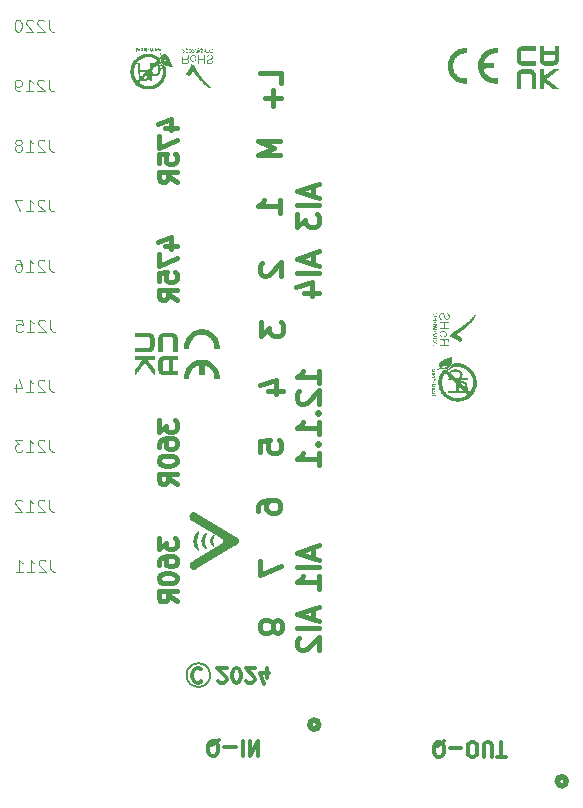
<source format=gbr>
%TF.GenerationSoftware,KiCad,Pcbnew,7.0.11*%
%TF.CreationDate,2024-11-05T15:47:57-05:00*%
%TF.ProjectId,14.X.4 - PMOS - PLC Connector Combined,31342e58-2e34-4202-9d20-504d4f53202d,rev?*%
%TF.SameCoordinates,Original*%
%TF.FileFunction,Legend,Bot*%
%TF.FilePolarity,Positive*%
%FSLAX46Y46*%
G04 Gerber Fmt 4.6, Leading zero omitted, Abs format (unit mm)*
G04 Created by KiCad (PCBNEW 7.0.11) date 2024-11-05 15:47:57*
%MOMM*%
%LPD*%
G01*
G04 APERTURE LIST*
%ADD10C,0.000000*%
%ADD11C,0.004960*%
%ADD12C,0.150000*%
%ADD13C,0.457200*%
%ADD14C,0.381000*%
%ADD15C,0.310000*%
%ADD16C,0.100000*%
%ADD17C,0.508000*%
G04 APERTURE END LIST*
D10*
G36*
X89451970Y-109679003D02*
G01*
X89456213Y-109679360D01*
X89460403Y-109679948D01*
X89464534Y-109680763D01*
X89468603Y-109681799D01*
X89472606Y-109683052D01*
X89476538Y-109684515D01*
X89480395Y-109686185D01*
X89484173Y-109688055D01*
X89487868Y-109690121D01*
X89491475Y-109692378D01*
X89494991Y-109694820D01*
X89498411Y-109697443D01*
X89501730Y-109700241D01*
X89504946Y-109703209D01*
X89508052Y-109706342D01*
X89511046Y-109709635D01*
X89513923Y-109713082D01*
X89516679Y-109716680D01*
X89519309Y-109720421D01*
X89521810Y-109724302D01*
X89524176Y-109728318D01*
X89526405Y-109732462D01*
X89528491Y-109736731D01*
X89530431Y-109741118D01*
X89532220Y-109745619D01*
X89533855Y-109750229D01*
X89535330Y-109754942D01*
X89536641Y-109759754D01*
X89537786Y-109764659D01*
X89538758Y-109769652D01*
X89539554Y-109774728D01*
X89540096Y-109777449D01*
X89540561Y-109780183D01*
X89540950Y-109782927D01*
X89541262Y-109785681D01*
X89541497Y-109788442D01*
X89541654Y-109791209D01*
X89541734Y-109793981D01*
X89541737Y-109796755D01*
X89541737Y-109800128D01*
X89541697Y-109802249D01*
X89541611Y-109804368D01*
X89541480Y-109806484D01*
X89541304Y-109808596D01*
X89541083Y-109810704D01*
X89540817Y-109812807D01*
X89540506Y-109814904D01*
X89540150Y-109816995D01*
X89540127Y-109817849D01*
X89540063Y-109818699D01*
X89539963Y-109819544D01*
X89539830Y-109820388D01*
X89539671Y-109821228D01*
X89539490Y-109822067D01*
X89539083Y-109823742D01*
X89538224Y-109827097D01*
X89538029Y-109827940D01*
X89537852Y-109828786D01*
X89537697Y-109829636D01*
X89537570Y-109830489D01*
X89534593Y-109840014D01*
X89534226Y-109841185D01*
X89533836Y-109842348D01*
X89533423Y-109843502D01*
X89532987Y-109844649D01*
X89532529Y-109845786D01*
X89532049Y-109846914D01*
X89531546Y-109848033D01*
X89531021Y-109849142D01*
X89529681Y-109851560D01*
X89528375Y-109853996D01*
X89527106Y-109856451D01*
X89525872Y-109858923D01*
X89524674Y-109861413D01*
X89523512Y-109863921D01*
X89522387Y-109866445D01*
X89521298Y-109868986D01*
X89520848Y-109869872D01*
X89520378Y-109870746D01*
X89519887Y-109871609D01*
X89519376Y-109872459D01*
X89518844Y-109873297D01*
X89518293Y-109874122D01*
X89517722Y-109874934D01*
X89517131Y-109875733D01*
X89515776Y-109877653D01*
X89514389Y-109879549D01*
X89512971Y-109881422D01*
X89511522Y-109883271D01*
X89510043Y-109885095D01*
X89508533Y-109886895D01*
X89506993Y-109888669D01*
X89505423Y-109890418D01*
X89506291Y-109889628D01*
X89507146Y-109888826D01*
X89507989Y-109888011D01*
X89508819Y-109887183D01*
X89509636Y-109886343D01*
X89510440Y-109885491D01*
X89511230Y-109884627D01*
X89512007Y-109883750D01*
X89512771Y-109882862D01*
X89513521Y-109881963D01*
X89514257Y-109881051D01*
X89514979Y-109880129D01*
X89515687Y-109879195D01*
X89516381Y-109878250D01*
X89517061Y-109877294D01*
X89517726Y-109876328D01*
X89502389Y-109909180D01*
X89487871Y-109943048D01*
X89474195Y-109977893D01*
X89461385Y-110013681D01*
X89449465Y-110050374D01*
X89438458Y-110087937D01*
X89428387Y-110126333D01*
X89419276Y-110165526D01*
X89411149Y-110205479D01*
X89404030Y-110246156D01*
X89397941Y-110287521D01*
X89392906Y-110329538D01*
X89388949Y-110372169D01*
X89386093Y-110415379D01*
X89384363Y-110459132D01*
X89383781Y-110503391D01*
X89384393Y-110548548D01*
X89386211Y-110593208D01*
X89389211Y-110637329D01*
X89393365Y-110680868D01*
X89398648Y-110723784D01*
X89405034Y-110766035D01*
X89412498Y-110807579D01*
X89421013Y-110848374D01*
X89430553Y-110888379D01*
X89441093Y-110927551D01*
X89452607Y-110965848D01*
X89465069Y-111003230D01*
X89478453Y-111039653D01*
X89492733Y-111075077D01*
X89507883Y-111109458D01*
X89523878Y-111142756D01*
X89524277Y-111143341D01*
X89524665Y-111143933D01*
X89525042Y-111144532D01*
X89525407Y-111145138D01*
X89525759Y-111145750D01*
X89526101Y-111146369D01*
X89526430Y-111146994D01*
X89526747Y-111147626D01*
X89527052Y-111148263D01*
X89527344Y-111148906D01*
X89527625Y-111149555D01*
X89527893Y-111150209D01*
X89528148Y-111150869D01*
X89528391Y-111151533D01*
X89528621Y-111152202D01*
X89528839Y-111152876D01*
X89530420Y-111156284D01*
X89531901Y-111159730D01*
X89533280Y-111163213D01*
X89534557Y-111166731D01*
X89535732Y-111170281D01*
X89536803Y-111173862D01*
X89537771Y-111177470D01*
X89538635Y-111181103D01*
X89539394Y-111184760D01*
X89540048Y-111188438D01*
X89540596Y-111192135D01*
X89541039Y-111195848D01*
X89541375Y-111199575D01*
X89541603Y-111203315D01*
X89541724Y-111207064D01*
X89541737Y-111210820D01*
X89541617Y-111216810D01*
X89541259Y-111222719D01*
X89540670Y-111228541D01*
X89539855Y-111234268D01*
X89537573Y-111245408D01*
X89534460Y-111256083D01*
X89530562Y-111266234D01*
X89525925Y-111275805D01*
X89520598Y-111284737D01*
X89514626Y-111292973D01*
X89511412Y-111296813D01*
X89508056Y-111300456D01*
X89504561Y-111303897D01*
X89500935Y-111307128D01*
X89497183Y-111310142D01*
X89493311Y-111312932D01*
X89489324Y-111315490D01*
X89485229Y-111317809D01*
X89481031Y-111319882D01*
X89476737Y-111321703D01*
X89472351Y-111323263D01*
X89467881Y-111324555D01*
X89463331Y-111325573D01*
X89458708Y-111326309D01*
X89454017Y-111326756D01*
X89449265Y-111326906D01*
X89446391Y-111326810D01*
X89443529Y-111326610D01*
X89440681Y-111326307D01*
X89437851Y-111325903D01*
X89435040Y-111325397D01*
X89432253Y-111324792D01*
X89429490Y-111324087D01*
X89426756Y-111323284D01*
X89424052Y-111322383D01*
X89421381Y-111321385D01*
X89418746Y-111320292D01*
X89416150Y-111319103D01*
X89413595Y-111317820D01*
X89411084Y-111316443D01*
X89408620Y-111314974D01*
X89406204Y-111313412D01*
X89403897Y-111311460D01*
X89401591Y-111309475D01*
X89396977Y-111305425D01*
X89392363Y-111301302D01*
X89387750Y-111297141D01*
X89349569Y-111261217D01*
X89313219Y-111223014D01*
X89278788Y-111182630D01*
X89246363Y-111140161D01*
X89216030Y-111095705D01*
X89187878Y-111049359D01*
X89161993Y-111001221D01*
X89138462Y-110951388D01*
X89117374Y-110899957D01*
X89098814Y-110847027D01*
X89082870Y-110792693D01*
X89069629Y-110737054D01*
X89059179Y-110680207D01*
X89051607Y-110622249D01*
X89047000Y-110563278D01*
X89045445Y-110503391D01*
X89046970Y-110443566D01*
X89051492Y-110384771D01*
X89058926Y-110327087D01*
X89069189Y-110270596D01*
X89082199Y-110215377D01*
X89097872Y-110161513D01*
X89116125Y-110109084D01*
X89136875Y-110058171D01*
X89160039Y-110008856D01*
X89185533Y-109961220D01*
X89213275Y-109915344D01*
X89243182Y-109871308D01*
X89275169Y-109829195D01*
X89309155Y-109789084D01*
X89345056Y-109751058D01*
X89382789Y-109715197D01*
X89382789Y-109714006D01*
X89389322Y-109708168D01*
X89396059Y-109702274D01*
X89409776Y-109690392D01*
X89410080Y-109690165D01*
X89410390Y-109689945D01*
X89410705Y-109689734D01*
X89411025Y-109689531D01*
X89411350Y-109689337D01*
X89411681Y-109689151D01*
X89412016Y-109688973D01*
X89412356Y-109688804D01*
X89414402Y-109687706D01*
X89416477Y-109686670D01*
X89418578Y-109685696D01*
X89420705Y-109684785D01*
X89422856Y-109683937D01*
X89425028Y-109683152D01*
X89427222Y-109682431D01*
X89429436Y-109681775D01*
X89431667Y-109681183D01*
X89433916Y-109680656D01*
X89436179Y-109680195D01*
X89438457Y-109679799D01*
X89440747Y-109679470D01*
X89443048Y-109679207D01*
X89445359Y-109679011D01*
X89447678Y-109678883D01*
X89451970Y-109679003D01*
G37*
D11*
X91602709Y-110326384D02*
X91578103Y-110310113D01*
D10*
G36*
X89076802Y-108053188D02*
G01*
X89085519Y-108053526D01*
X89094215Y-108054096D01*
X89102885Y-108054899D01*
X89111524Y-108055932D01*
X89120127Y-108057196D01*
X89128691Y-108058688D01*
X89137210Y-108060408D01*
X89145680Y-108062355D01*
X89154096Y-108064529D01*
X89162454Y-108066927D01*
X89170749Y-108069549D01*
X89178977Y-108072394D01*
X89187133Y-108075461D01*
X89195212Y-108078750D01*
X89203210Y-108082258D01*
X89269282Y-108121942D01*
X92525245Y-110075361D01*
X92708601Y-110185891D01*
X92744518Y-110207322D01*
X92747098Y-110208909D01*
X92765044Y-110222516D01*
X92782028Y-110237084D01*
X92798022Y-110252559D01*
X92813001Y-110268889D01*
X92826936Y-110286023D01*
X92839802Y-110303908D01*
X92851570Y-110322490D01*
X92862214Y-110341719D01*
X92871708Y-110361541D01*
X92880022Y-110381905D01*
X92887132Y-110402757D01*
X92893010Y-110424046D01*
X92897629Y-110445719D01*
X92900961Y-110467724D01*
X92902980Y-110490008D01*
X92903659Y-110512519D01*
X92902980Y-110535030D01*
X92900961Y-110557314D01*
X92897629Y-110579318D01*
X92893010Y-110600991D01*
X92887132Y-110622280D01*
X92880022Y-110643133D01*
X92871708Y-110663496D01*
X92862214Y-110683318D01*
X92851570Y-110702547D01*
X92839802Y-110721130D01*
X92826936Y-110739014D01*
X92813001Y-110756148D01*
X92798022Y-110772478D01*
X92782028Y-110787954D01*
X92765044Y-110802521D01*
X92747098Y-110816128D01*
X92746760Y-110816329D01*
X92746427Y-110816536D01*
X92746098Y-110816750D01*
X92745773Y-110816970D01*
X92745452Y-110817196D01*
X92745136Y-110817429D01*
X92744825Y-110817669D01*
X92744518Y-110817914D01*
X92708601Y-110839345D01*
X92524848Y-110949676D01*
X89300834Y-112884244D01*
X89245867Y-112917383D01*
X89237521Y-112921322D01*
X89229080Y-112925018D01*
X89220547Y-112928470D01*
X89211929Y-112931676D01*
X89203230Y-112934635D01*
X89194457Y-112937345D01*
X89185614Y-112939806D01*
X89176707Y-112942017D01*
X89167741Y-112943975D01*
X89158722Y-112945680D01*
X89149655Y-112947131D01*
X89140545Y-112948325D01*
X89131398Y-112949263D01*
X89122218Y-112949943D01*
X89113013Y-112950363D01*
X89103786Y-112950522D01*
X89085629Y-112950020D01*
X89067713Y-112948531D01*
X89050057Y-112946079D01*
X89032686Y-112942687D01*
X89015620Y-112938381D01*
X88998883Y-112933185D01*
X88982495Y-112927122D01*
X88966479Y-112920217D01*
X88950858Y-112912494D01*
X88935652Y-112903977D01*
X88920886Y-112894690D01*
X88906579Y-112884658D01*
X88892755Y-112873905D01*
X88879436Y-112862455D01*
X88866643Y-112850333D01*
X88854399Y-112837561D01*
X88842726Y-112824165D01*
X88831646Y-112810170D01*
X88821182Y-112795598D01*
X88811354Y-112780474D01*
X88802185Y-112764823D01*
X88793698Y-112748668D01*
X88785915Y-112732034D01*
X88778857Y-112714945D01*
X88772546Y-112697426D01*
X88767005Y-112679500D01*
X88762256Y-112661191D01*
X88758321Y-112642524D01*
X88755222Y-112623524D01*
X88752981Y-112604213D01*
X88751621Y-112584617D01*
X88751162Y-112564759D01*
X88751533Y-112542501D01*
X88753133Y-112520420D01*
X88755940Y-112498562D01*
X88759934Y-112476973D01*
X88765093Y-112455698D01*
X88771398Y-112434782D01*
X88778827Y-112414271D01*
X88787360Y-112394211D01*
X88796975Y-112374646D01*
X88807652Y-112355622D01*
X88819370Y-112337186D01*
X88832108Y-112319381D01*
X88845846Y-112302255D01*
X88860562Y-112285851D01*
X88876236Y-112270216D01*
X88892846Y-112255395D01*
X88893839Y-112255395D01*
X88977976Y-112204198D01*
X91415186Y-110741714D01*
X91421590Y-110738827D01*
X91427889Y-110735732D01*
X91434079Y-110732430D01*
X91440154Y-110728926D01*
X91446109Y-110725222D01*
X91451940Y-110721321D01*
X91457641Y-110717226D01*
X91463207Y-110712941D01*
X91473952Y-110703621D01*
X91484121Y-110693783D01*
X91493699Y-110683454D01*
X91502674Y-110672661D01*
X91511032Y-110661432D01*
X91518759Y-110649795D01*
X91525842Y-110637777D01*
X91532269Y-110625405D01*
X91538024Y-110612708D01*
X91543096Y-110599712D01*
X91547470Y-110586446D01*
X91551134Y-110572936D01*
X91554074Y-110559211D01*
X91556276Y-110545297D01*
X91557727Y-110531223D01*
X91558414Y-110517016D01*
X91558326Y-110502792D01*
X91557468Y-110488670D01*
X91555854Y-110474676D01*
X91553495Y-110460839D01*
X91550403Y-110447187D01*
X91546592Y-110433748D01*
X91542072Y-110420550D01*
X91536856Y-110407622D01*
X91530956Y-110394991D01*
X91524385Y-110382685D01*
X91517155Y-110370733D01*
X91509278Y-110359162D01*
X91500765Y-110348001D01*
X91491631Y-110337277D01*
X91481885Y-110327020D01*
X91471542Y-110317256D01*
X91443562Y-110299199D01*
X91420345Y-110284117D01*
X91416441Y-110282334D01*
X91412482Y-110280570D01*
X91408485Y-110278843D01*
X91404470Y-110277172D01*
X88920826Y-108787105D01*
X88908916Y-108780472D01*
X88897300Y-108773460D01*
X88885986Y-108766081D01*
X88874979Y-108758344D01*
X88864284Y-108750259D01*
X88853909Y-108741837D01*
X88843858Y-108733087D01*
X88834139Y-108724020D01*
X88824756Y-108714646D01*
X88815716Y-108704975D01*
X88807025Y-108695017D01*
X88798689Y-108684783D01*
X88790713Y-108674283D01*
X88783104Y-108663526D01*
X88775868Y-108652523D01*
X88769010Y-108641284D01*
X88762537Y-108629819D01*
X88756454Y-108618138D01*
X88750768Y-108606252D01*
X88745484Y-108594171D01*
X88740609Y-108581905D01*
X88736148Y-108569463D01*
X88732108Y-108556857D01*
X88728493Y-108544096D01*
X88725311Y-108531190D01*
X88722568Y-108518150D01*
X88720268Y-108504986D01*
X88718419Y-108491708D01*
X88717025Y-108478325D01*
X88716094Y-108464849D01*
X88715631Y-108451290D01*
X88715642Y-108437657D01*
X88716103Y-108417872D01*
X88717472Y-108398347D01*
X88719726Y-108379105D01*
X88722841Y-108360171D01*
X88726797Y-108341568D01*
X88731569Y-108323321D01*
X88737135Y-108305454D01*
X88743473Y-108287991D01*
X88750559Y-108270957D01*
X88758372Y-108254376D01*
X88766888Y-108238271D01*
X88776085Y-108222667D01*
X88785940Y-108207589D01*
X88796430Y-108193060D01*
X88807533Y-108179105D01*
X88819226Y-108165748D01*
X88831487Y-108153012D01*
X88844292Y-108140923D01*
X88857620Y-108129505D01*
X88871446Y-108118781D01*
X88885750Y-108108776D01*
X88900507Y-108099514D01*
X88915696Y-108091019D01*
X88931294Y-108083315D01*
X88947277Y-108076428D01*
X88963624Y-108070380D01*
X88980312Y-108065196D01*
X88997318Y-108060900D01*
X89014619Y-108057517D01*
X89032192Y-108055071D01*
X89050016Y-108053585D01*
X89068067Y-108053085D01*
X89076802Y-108053188D01*
G37*
G36*
X90774250Y-110000224D02*
G01*
X90777409Y-110000436D01*
X90780533Y-110000787D01*
X90783618Y-110001274D01*
X90786660Y-110001894D01*
X90789656Y-110002644D01*
X90792602Y-110003521D01*
X90795496Y-110004523D01*
X90798334Y-110005646D01*
X90801112Y-110006888D01*
X90803827Y-110008246D01*
X90806475Y-110009717D01*
X90809054Y-110011299D01*
X90811560Y-110012987D01*
X90813990Y-110014781D01*
X90816340Y-110016675D01*
X90818606Y-110018669D01*
X90820786Y-110020759D01*
X90822875Y-110022941D01*
X90824872Y-110025215D01*
X90826771Y-110027575D01*
X90828571Y-110030020D01*
X90830267Y-110032547D01*
X90831856Y-110035152D01*
X90833334Y-110037834D01*
X90834699Y-110040588D01*
X90835947Y-110043414D01*
X90837075Y-110046306D01*
X90838078Y-110049263D01*
X90838954Y-110052282D01*
X90839700Y-110055360D01*
X90840312Y-110058494D01*
X90840654Y-110060159D01*
X90840948Y-110061833D01*
X90841194Y-110063514D01*
X90841392Y-110065201D01*
X90841542Y-110066893D01*
X90841643Y-110068588D01*
X90841697Y-110070287D01*
X90841701Y-110071988D01*
X90841701Y-110073178D01*
X90841797Y-110074466D01*
X90841866Y-110075756D01*
X90841908Y-110077047D01*
X90841921Y-110078338D01*
X90841908Y-110079629D01*
X90841866Y-110080919D01*
X90841797Y-110082209D01*
X90841701Y-110083497D01*
X90841399Y-110084500D01*
X90841113Y-110085508D01*
X90840841Y-110086519D01*
X90840585Y-110087535D01*
X90840345Y-110088554D01*
X90840120Y-110089577D01*
X90839911Y-110090603D01*
X90839717Y-110091633D01*
X90837335Y-110097586D01*
X90837079Y-110098310D01*
X90836804Y-110099026D01*
X90836509Y-110099734D01*
X90836196Y-110100434D01*
X90835864Y-110101125D01*
X90835513Y-110101807D01*
X90835143Y-110102480D01*
X90834756Y-110103142D01*
X90833740Y-110104557D01*
X90832771Y-110105973D01*
X90831840Y-110107394D01*
X90830936Y-110108823D01*
X90829175Y-110111709D01*
X90827414Y-110114652D01*
X90827059Y-110115203D01*
X90826691Y-110115747D01*
X90826312Y-110116281D01*
X90825920Y-110116807D01*
X90825517Y-110117324D01*
X90825102Y-110117832D01*
X90824676Y-110118330D01*
X90824238Y-110118819D01*
X90823214Y-110119999D01*
X90822170Y-110121161D01*
X90821106Y-110122305D01*
X90820023Y-110123432D01*
X90818922Y-110124539D01*
X90817802Y-110125628D01*
X90816664Y-110126698D01*
X90815507Y-110127749D01*
X90816143Y-110127290D01*
X90816770Y-110126820D01*
X90817390Y-110126340D01*
X90818001Y-110125850D01*
X90818603Y-110125350D01*
X90819197Y-110124839D01*
X90819782Y-110124319D01*
X90820358Y-110123790D01*
X90820926Y-110123250D01*
X90821484Y-110122702D01*
X90822033Y-110122143D01*
X90822572Y-110121576D01*
X90823103Y-110120999D01*
X90823623Y-110120414D01*
X90824134Y-110119819D01*
X90824635Y-110119216D01*
X90800829Y-110164843D01*
X90780242Y-110211572D01*
X90762871Y-110259242D01*
X90748718Y-110307694D01*
X90737779Y-110356766D01*
X90730056Y-110406300D01*
X90725546Y-110456134D01*
X90724248Y-110506108D01*
X90726162Y-110556063D01*
X90731286Y-110605837D01*
X90739620Y-110655272D01*
X90751162Y-110704206D01*
X90765912Y-110752479D01*
X90783869Y-110799932D01*
X90805031Y-110846403D01*
X90829398Y-110891733D01*
X90829953Y-110892448D01*
X90830485Y-110893179D01*
X90830994Y-110893927D01*
X90831478Y-110894690D01*
X90831938Y-110895467D01*
X90832373Y-110896260D01*
X90832783Y-110897066D01*
X90833168Y-110897885D01*
X90834320Y-110899919D01*
X90835401Y-110901988D01*
X90836409Y-110904088D01*
X90837344Y-110906218D01*
X90838206Y-110908375D01*
X90838994Y-110910559D01*
X90839707Y-110912767D01*
X90840346Y-110914997D01*
X90840909Y-110917248D01*
X90841396Y-110919516D01*
X90841806Y-110921801D01*
X90842140Y-110924101D01*
X90842396Y-110926413D01*
X90842574Y-110928736D01*
X90842673Y-110931067D01*
X90842693Y-110933405D01*
X90842646Y-110936886D01*
X90842428Y-110940345D01*
X90842041Y-110943777D01*
X90841486Y-110947175D01*
X90840767Y-110950534D01*
X90839886Y-110953848D01*
X90838845Y-110957111D01*
X90837647Y-110960318D01*
X90836293Y-110963463D01*
X90834787Y-110966539D01*
X90833130Y-110969541D01*
X90831325Y-110972464D01*
X90829374Y-110975301D01*
X90827279Y-110978046D01*
X90825044Y-110980695D01*
X90822669Y-110983240D01*
X90820171Y-110985665D01*
X90817567Y-110987953D01*
X90814864Y-110990101D01*
X90812066Y-110992108D01*
X90809179Y-110993971D01*
X90806211Y-110995687D01*
X90803165Y-110997254D01*
X90800048Y-110998669D01*
X90796865Y-110999931D01*
X90793623Y-111001036D01*
X90790327Y-111001983D01*
X90786983Y-111002768D01*
X90783597Y-111003389D01*
X90780174Y-111003845D01*
X90776719Y-111004132D01*
X90773240Y-111004247D01*
X90771135Y-111004201D01*
X90769036Y-111004090D01*
X90766944Y-111003914D01*
X90764862Y-111003673D01*
X90762789Y-111003369D01*
X90760729Y-111003001D01*
X90758682Y-111002571D01*
X90756649Y-111002077D01*
X90754633Y-111001521D01*
X90752634Y-111000903D01*
X90750654Y-111000223D01*
X90748695Y-110999482D01*
X90746758Y-110998680D01*
X90744844Y-110997818D01*
X90742956Y-110996895D01*
X90741093Y-110995913D01*
X90739373Y-110994770D01*
X90737639Y-110993581D01*
X90735896Y-110992355D01*
X90734148Y-110991101D01*
X90730657Y-110988546D01*
X90727203Y-110985991D01*
X90698504Y-110964070D01*
X90671166Y-110940762D01*
X90645257Y-110916126D01*
X90620843Y-110890223D01*
X90597994Y-110863112D01*
X90576776Y-110834853D01*
X90557257Y-110805504D01*
X90539506Y-110775126D01*
X90523589Y-110743779D01*
X90509574Y-110711521D01*
X90497530Y-110678413D01*
X90487524Y-110644514D01*
X90479624Y-110609884D01*
X90473897Y-110574582D01*
X90471869Y-110556697D01*
X90470411Y-110538667D01*
X90469530Y-110520499D01*
X90469234Y-110502200D01*
X90470386Y-110465765D01*
X90473798Y-110429939D01*
X90479404Y-110394775D01*
X90487140Y-110360324D01*
X90496939Y-110326638D01*
X90508737Y-110293769D01*
X90522468Y-110261769D01*
X90538067Y-110230688D01*
X90555468Y-110200580D01*
X90574605Y-110171496D01*
X90595414Y-110143487D01*
X90617829Y-110116605D01*
X90641785Y-110090903D01*
X90667216Y-110066431D01*
X90694057Y-110043242D01*
X90722242Y-110021387D01*
X90742085Y-110006901D01*
X90744070Y-110006901D01*
X90745669Y-110006182D01*
X90747283Y-110005501D01*
X90748911Y-110004860D01*
X90750553Y-110004258D01*
X90752208Y-110003695D01*
X90753875Y-110003171D01*
X90755553Y-110002688D01*
X90757243Y-110002244D01*
X90758942Y-110001841D01*
X90760650Y-110001477D01*
X90762368Y-110001155D01*
X90764093Y-110000872D01*
X90765825Y-110000631D01*
X90767563Y-110000430D01*
X90769308Y-110000271D01*
X90771057Y-110000153D01*
X90774250Y-110000224D01*
G37*
G36*
X90100266Y-109808207D02*
G01*
X90104307Y-109808728D01*
X90108290Y-109809427D01*
X90112210Y-109810299D01*
X90116064Y-109811340D01*
X90119848Y-109812546D01*
X90123556Y-109813913D01*
X90127186Y-109815438D01*
X90130732Y-109817115D01*
X90134191Y-109818941D01*
X90137559Y-109820913D01*
X90140830Y-109823025D01*
X90144002Y-109825274D01*
X90147070Y-109827656D01*
X90150029Y-109830167D01*
X90152876Y-109832802D01*
X90155606Y-109835558D01*
X90158215Y-109838431D01*
X90160700Y-109841416D01*
X90163055Y-109844510D01*
X90165276Y-109847709D01*
X90167361Y-109851008D01*
X90169303Y-109854403D01*
X90171099Y-109857891D01*
X90172745Y-109861466D01*
X90174237Y-109865127D01*
X90175571Y-109868867D01*
X90176741Y-109872684D01*
X90177745Y-109876573D01*
X90178578Y-109880530D01*
X90179236Y-109884551D01*
X90179714Y-109888631D01*
X90180169Y-109890936D01*
X90180558Y-109893251D01*
X90180881Y-109895575D01*
X90181138Y-109897907D01*
X90181328Y-109900246D01*
X90181452Y-109902589D01*
X90181509Y-109904936D01*
X90181499Y-109907285D01*
X90181499Y-109910063D01*
X90181488Y-109911861D01*
X90181429Y-109913658D01*
X90181325Y-109915452D01*
X90181174Y-109917242D01*
X90180977Y-109919028D01*
X90180734Y-109920809D01*
X90180445Y-109922583D01*
X90180110Y-109924350D01*
X90179751Y-109925750D01*
X90179408Y-109927155D01*
X90179084Y-109928563D01*
X90178777Y-109929976D01*
X90178488Y-109931392D01*
X90178217Y-109932812D01*
X90177964Y-109934235D01*
X90177729Y-109935662D01*
X90177709Y-109936213D01*
X90177650Y-109936752D01*
X90177558Y-109937280D01*
X90177435Y-109937798D01*
X90177285Y-109938308D01*
X90177112Y-109938811D01*
X90176920Y-109939309D01*
X90176712Y-109939804D01*
X90176266Y-109940787D01*
X90175804Y-109941773D01*
X90175355Y-109942772D01*
X90175146Y-109943281D01*
X90174951Y-109943797D01*
X90174661Y-109944782D01*
X90174340Y-109945756D01*
X90173988Y-109946719D01*
X90173606Y-109947670D01*
X90173193Y-109948608D01*
X90172750Y-109949532D01*
X90172278Y-109950443D01*
X90171776Y-109951338D01*
X90170603Y-109953340D01*
X90169463Y-109955332D01*
X90168350Y-109957324D01*
X90167261Y-109959325D01*
X90166191Y-109961345D01*
X90165134Y-109963393D01*
X90164087Y-109965479D01*
X90163045Y-109967610D01*
X90162618Y-109968334D01*
X90162179Y-109969050D01*
X90161727Y-109969758D01*
X90161261Y-109970457D01*
X90160783Y-109971148D01*
X90160293Y-109971830D01*
X90159790Y-109972503D01*
X90159274Y-109973166D01*
X90158041Y-109974817D01*
X90156776Y-109976444D01*
X90155481Y-109978046D01*
X90154156Y-109979622D01*
X90152800Y-109981173D01*
X90151415Y-109982698D01*
X90150001Y-109984196D01*
X90148559Y-109985668D01*
X90150096Y-109984325D01*
X90151593Y-109982938D01*
X90153049Y-109981509D01*
X90154462Y-109980039D01*
X90155832Y-109978528D01*
X90157157Y-109976978D01*
X90158437Y-109975389D01*
X90159671Y-109973762D01*
X90144761Y-110004725D01*
X90130804Y-110036070D01*
X90117803Y-110067775D01*
X90105765Y-110099818D01*
X90094695Y-110132176D01*
X90084597Y-110164827D01*
X90075477Y-110197749D01*
X90067339Y-110230921D01*
X90060189Y-110264319D01*
X90054033Y-110297921D01*
X90048874Y-110331707D01*
X90044718Y-110365653D01*
X90041570Y-110399737D01*
X90039436Y-110433937D01*
X90038320Y-110468231D01*
X90038227Y-110502597D01*
X90038338Y-110537701D01*
X90039519Y-110572728D01*
X90041763Y-110607654D01*
X90045066Y-110642456D01*
X90049422Y-110677109D01*
X90054825Y-110711590D01*
X90061269Y-110745876D01*
X90068750Y-110779943D01*
X90077261Y-110813767D01*
X90086798Y-110847324D01*
X90097353Y-110880592D01*
X90108923Y-110913546D01*
X90121500Y-110946162D01*
X90135081Y-110978418D01*
X90149658Y-111010289D01*
X90165227Y-111041752D01*
X90165605Y-111042237D01*
X90165972Y-111042729D01*
X90166329Y-111043228D01*
X90166676Y-111043735D01*
X90167012Y-111044247D01*
X90167338Y-111044767D01*
X90167652Y-111045293D01*
X90167956Y-111045825D01*
X90168250Y-111046363D01*
X90168532Y-111046907D01*
X90168803Y-111047456D01*
X90169063Y-111048012D01*
X90169312Y-111048572D01*
X90169549Y-111049138D01*
X90169775Y-111049709D01*
X90169990Y-111050285D01*
X90171386Y-111053152D01*
X90172695Y-111056054D01*
X90173915Y-111058990D01*
X90175046Y-111061958D01*
X90176087Y-111064956D01*
X90177038Y-111067981D01*
X90177899Y-111071031D01*
X90178670Y-111074105D01*
X90179348Y-111077201D01*
X90179935Y-111080316D01*
X90180429Y-111083448D01*
X90180831Y-111086596D01*
X90181139Y-111089757D01*
X90181354Y-111092929D01*
X90181474Y-111096111D01*
X90181499Y-111099299D01*
X90181390Y-111104346D01*
X90181067Y-111109325D01*
X90180534Y-111114231D01*
X90179797Y-111119056D01*
X90178861Y-111123796D01*
X90177732Y-111128444D01*
X90176414Y-111132994D01*
X90174914Y-111137439D01*
X90173235Y-111141775D01*
X90171384Y-111145994D01*
X90169365Y-111150091D01*
X90167184Y-111154060D01*
X90164846Y-111157894D01*
X90162356Y-111161588D01*
X90159720Y-111165135D01*
X90156943Y-111168529D01*
X90154029Y-111171765D01*
X90150985Y-111174836D01*
X90147815Y-111177736D01*
X90144525Y-111180459D01*
X90141119Y-111182999D01*
X90137604Y-111185350D01*
X90133984Y-111187506D01*
X90130265Y-111189461D01*
X90126452Y-111191209D01*
X90122549Y-111192743D01*
X90118563Y-111194058D01*
X90114499Y-111195147D01*
X90110361Y-111196005D01*
X90106155Y-111196625D01*
X90101886Y-111197002D01*
X90097560Y-111197129D01*
X90094931Y-111197082D01*
X90092311Y-111196943D01*
X90089701Y-111196711D01*
X90087106Y-111196388D01*
X90084526Y-111195974D01*
X90081965Y-111195470D01*
X90079425Y-111194877D01*
X90076907Y-111194195D01*
X90074415Y-111193425D01*
X90071951Y-111192567D01*
X90069517Y-111191623D01*
X90067115Y-111190593D01*
X90064749Y-111189477D01*
X90062419Y-111188277D01*
X90060129Y-111186992D01*
X90057881Y-111185625D01*
X90057873Y-111185619D01*
X90053705Y-111182308D01*
X90049538Y-111178922D01*
X90045371Y-111175462D01*
X90041204Y-111171927D01*
X90005411Y-111139972D01*
X89971597Y-111106291D01*
X89939806Y-111070976D01*
X89910081Y-111034124D01*
X89882468Y-110995828D01*
X89857009Y-110956182D01*
X89833749Y-110915280D01*
X89812733Y-110873217D01*
X89794002Y-110830087D01*
X89777603Y-110785985D01*
X89763578Y-110741004D01*
X89751973Y-110695239D01*
X89742830Y-110648785D01*
X89736193Y-110601734D01*
X89732107Y-110554183D01*
X89730616Y-110506224D01*
X89731751Y-110458256D01*
X89735482Y-110410675D01*
X89741769Y-110363577D01*
X89750566Y-110317055D01*
X89761831Y-110271205D01*
X89775520Y-110226121D01*
X89791591Y-110181898D01*
X89810000Y-110138630D01*
X89830703Y-110096412D01*
X89853658Y-110055339D01*
X89878821Y-110015505D01*
X89906149Y-109977004D01*
X89935598Y-109939931D01*
X89967126Y-109904381D01*
X90000688Y-109870449D01*
X90036243Y-109838229D01*
X90042264Y-109833286D01*
X90048397Y-109828307D01*
X90054605Y-109823327D01*
X90060849Y-109818385D01*
X90060966Y-109818271D01*
X90061086Y-109818160D01*
X90061209Y-109818053D01*
X90061335Y-109817949D01*
X90061463Y-109817849D01*
X90061595Y-109817753D01*
X90061728Y-109817660D01*
X90061864Y-109817570D01*
X90062003Y-109817485D01*
X90062143Y-109817403D01*
X90062286Y-109817325D01*
X90062431Y-109817252D01*
X90062579Y-109817182D01*
X90062728Y-109817116D01*
X90062879Y-109817054D01*
X90063032Y-109816996D01*
X90064966Y-109816005D01*
X90066923Y-109815069D01*
X90068903Y-109814188D01*
X90070904Y-109813362D01*
X90072926Y-109812592D01*
X90074967Y-109811877D01*
X90077026Y-109811218D01*
X90079102Y-109810616D01*
X90081193Y-109810071D01*
X90083299Y-109809582D01*
X90085418Y-109809151D01*
X90087549Y-109808778D01*
X90089691Y-109808462D01*
X90091843Y-109808205D01*
X90094003Y-109808007D01*
X90096171Y-109807867D01*
X90100266Y-109808207D01*
G37*
D12*
X90470000Y-121860000D02*
G75*
G03*
X88470000Y-121860000I-1000000J0D01*
G01*
X88470000Y-121860000D02*
G75*
G03*
X90470000Y-121860000I1000000J0D01*
G01*
D13*
X96368664Y-82709738D02*
X96368664Y-81664709D01*
X96368664Y-82187224D02*
X94539864Y-82187224D01*
X94539864Y-82187224D02*
X94801121Y-82013052D01*
X94801121Y-82013052D02*
X94975293Y-81838881D01*
X94975293Y-81838881D02*
X95062379Y-81664709D01*
D14*
X86619219Y-75526857D02*
X87635219Y-75526857D01*
X86038648Y-75163999D02*
X87127219Y-74801142D01*
X87127219Y-74801142D02*
X87127219Y-75744571D01*
X86111219Y-76180000D02*
X86111219Y-77196000D01*
X86111219Y-77196000D02*
X87635219Y-76542857D01*
X86111219Y-78502286D02*
X86111219Y-77776572D01*
X86111219Y-77776572D02*
X86836933Y-77704000D01*
X86836933Y-77704000D02*
X86764362Y-77776572D01*
X86764362Y-77776572D02*
X86691790Y-77921715D01*
X86691790Y-77921715D02*
X86691790Y-78284572D01*
X86691790Y-78284572D02*
X86764362Y-78429715D01*
X86764362Y-78429715D02*
X86836933Y-78502286D01*
X86836933Y-78502286D02*
X86982076Y-78574857D01*
X86982076Y-78574857D02*
X87344933Y-78574857D01*
X87344933Y-78574857D02*
X87490076Y-78502286D01*
X87490076Y-78502286D02*
X87562648Y-78429715D01*
X87562648Y-78429715D02*
X87635219Y-78284572D01*
X87635219Y-78284572D02*
X87635219Y-77921715D01*
X87635219Y-77921715D02*
X87562648Y-77776572D01*
X87562648Y-77776572D02*
X87490076Y-77704000D01*
X87635219Y-80098858D02*
X86909505Y-79590858D01*
X87635219Y-79228001D02*
X86111219Y-79228001D01*
X86111219Y-79228001D02*
X86111219Y-79808572D01*
X86111219Y-79808572D02*
X86183790Y-79953715D01*
X86183790Y-79953715D02*
X86256362Y-80026286D01*
X86256362Y-80026286D02*
X86401505Y-80098858D01*
X86401505Y-80098858D02*
X86619219Y-80098858D01*
X86619219Y-80098858D02*
X86764362Y-80026286D01*
X86764362Y-80026286D02*
X86836933Y-79953715D01*
X86836933Y-79953715D02*
X86909505Y-79808572D01*
X86909505Y-79808572D02*
X86909505Y-79228001D01*
D13*
X95403464Y-97775567D02*
X96622664Y-97775567D01*
X94706779Y-97340138D02*
X96013064Y-96904709D01*
X96013064Y-96904709D02*
X96013064Y-98036824D01*
X94539864Y-107935567D02*
X94539864Y-107587224D01*
X94539864Y-107587224D02*
X94626950Y-107413052D01*
X94626950Y-107413052D02*
X94714036Y-107325967D01*
X94714036Y-107325967D02*
X94975293Y-107151795D01*
X94975293Y-107151795D02*
X95323636Y-107064709D01*
X95323636Y-107064709D02*
X96020321Y-107064709D01*
X96020321Y-107064709D02*
X96194493Y-107151795D01*
X96194493Y-107151795D02*
X96281579Y-107238881D01*
X96281579Y-107238881D02*
X96368664Y-107413052D01*
X96368664Y-107413052D02*
X96368664Y-107761395D01*
X96368664Y-107761395D02*
X96281579Y-107935567D01*
X96281579Y-107935567D02*
X96194493Y-108022652D01*
X96194493Y-108022652D02*
X96020321Y-108109738D01*
X96020321Y-108109738D02*
X95584893Y-108109738D01*
X95584893Y-108109738D02*
X95410721Y-108022652D01*
X95410721Y-108022652D02*
X95323636Y-107935567D01*
X95323636Y-107935567D02*
X95236550Y-107761395D01*
X95236550Y-107761395D02*
X95236550Y-107413052D01*
X95236550Y-107413052D02*
X95323636Y-107238881D01*
X95323636Y-107238881D02*
X95410721Y-107151795D01*
X95410721Y-107151795D02*
X95584893Y-107064709D01*
D15*
X110298433Y-127430048D02*
X110179385Y-127489572D01*
X110179385Y-127489572D02*
X110060338Y-127608620D01*
X110060338Y-127608620D02*
X109881766Y-127787191D01*
X109881766Y-127787191D02*
X109762719Y-127846715D01*
X109762719Y-127846715D02*
X109643671Y-127846715D01*
X109703195Y-127549096D02*
X109584147Y-127608620D01*
X109584147Y-127608620D02*
X109465100Y-127727667D01*
X109465100Y-127727667D02*
X109405576Y-127965762D01*
X109405576Y-127965762D02*
X109405576Y-128382429D01*
X109405576Y-128382429D02*
X109465100Y-128620524D01*
X109465100Y-128620524D02*
X109584147Y-128739572D01*
X109584147Y-128739572D02*
X109703195Y-128799096D01*
X109703195Y-128799096D02*
X109941290Y-128799096D01*
X109941290Y-128799096D02*
X110060338Y-128739572D01*
X110060338Y-128739572D02*
X110179385Y-128620524D01*
X110179385Y-128620524D02*
X110238909Y-128382429D01*
X110238909Y-128382429D02*
X110238909Y-127965762D01*
X110238909Y-127965762D02*
X110179385Y-127727667D01*
X110179385Y-127727667D02*
X110060338Y-127608620D01*
X110060338Y-127608620D02*
X109941290Y-127549096D01*
X109941290Y-127549096D02*
X109703195Y-127549096D01*
X110774624Y-128025286D02*
X111727005Y-128025286D01*
X112560338Y-128799096D02*
X112798433Y-128799096D01*
X112798433Y-128799096D02*
X112917481Y-128739572D01*
X112917481Y-128739572D02*
X113036528Y-128620524D01*
X113036528Y-128620524D02*
X113096052Y-128382429D01*
X113096052Y-128382429D02*
X113096052Y-127965762D01*
X113096052Y-127965762D02*
X113036528Y-127727667D01*
X113036528Y-127727667D02*
X112917481Y-127608620D01*
X112917481Y-127608620D02*
X112798433Y-127549096D01*
X112798433Y-127549096D02*
X112560338Y-127549096D01*
X112560338Y-127549096D02*
X112441290Y-127608620D01*
X112441290Y-127608620D02*
X112322243Y-127727667D01*
X112322243Y-127727667D02*
X112262719Y-127965762D01*
X112262719Y-127965762D02*
X112262719Y-128382429D01*
X112262719Y-128382429D02*
X112322243Y-128620524D01*
X112322243Y-128620524D02*
X112441290Y-128739572D01*
X112441290Y-128739572D02*
X112560338Y-128799096D01*
X113631767Y-128799096D02*
X113631767Y-127787191D01*
X113631767Y-127787191D02*
X113691290Y-127668143D01*
X113691290Y-127668143D02*
X113750814Y-127608620D01*
X113750814Y-127608620D02*
X113869862Y-127549096D01*
X113869862Y-127549096D02*
X114107957Y-127549096D01*
X114107957Y-127549096D02*
X114227005Y-127608620D01*
X114227005Y-127608620D02*
X114286528Y-127668143D01*
X114286528Y-127668143D02*
X114346052Y-127787191D01*
X114346052Y-127787191D02*
X114346052Y-128799096D01*
X114762719Y-128799096D02*
X115477005Y-128799096D01*
X115119862Y-127549096D02*
X115119862Y-128799096D01*
D14*
X86111219Y-110253571D02*
X86111219Y-111196999D01*
X86111219Y-111196999D02*
X86691790Y-110688999D01*
X86691790Y-110688999D02*
X86691790Y-110906714D01*
X86691790Y-110906714D02*
X86764362Y-111051857D01*
X86764362Y-111051857D02*
X86836933Y-111124428D01*
X86836933Y-111124428D02*
X86982076Y-111196999D01*
X86982076Y-111196999D02*
X87344933Y-111196999D01*
X87344933Y-111196999D02*
X87490076Y-111124428D01*
X87490076Y-111124428D02*
X87562648Y-111051857D01*
X87562648Y-111051857D02*
X87635219Y-110906714D01*
X87635219Y-110906714D02*
X87635219Y-110471285D01*
X87635219Y-110471285D02*
X87562648Y-110326142D01*
X87562648Y-110326142D02*
X87490076Y-110253571D01*
X86111219Y-112503286D02*
X86111219Y-112213000D01*
X86111219Y-112213000D02*
X86183790Y-112067857D01*
X86183790Y-112067857D02*
X86256362Y-111995286D01*
X86256362Y-111995286D02*
X86474076Y-111850143D01*
X86474076Y-111850143D02*
X86764362Y-111777571D01*
X86764362Y-111777571D02*
X87344933Y-111777571D01*
X87344933Y-111777571D02*
X87490076Y-111850143D01*
X87490076Y-111850143D02*
X87562648Y-111922714D01*
X87562648Y-111922714D02*
X87635219Y-112067857D01*
X87635219Y-112067857D02*
X87635219Y-112358143D01*
X87635219Y-112358143D02*
X87562648Y-112503286D01*
X87562648Y-112503286D02*
X87490076Y-112575857D01*
X87490076Y-112575857D02*
X87344933Y-112648428D01*
X87344933Y-112648428D02*
X86982076Y-112648428D01*
X86982076Y-112648428D02*
X86836933Y-112575857D01*
X86836933Y-112575857D02*
X86764362Y-112503286D01*
X86764362Y-112503286D02*
X86691790Y-112358143D01*
X86691790Y-112358143D02*
X86691790Y-112067857D01*
X86691790Y-112067857D02*
X86764362Y-111922714D01*
X86764362Y-111922714D02*
X86836933Y-111850143D01*
X86836933Y-111850143D02*
X86982076Y-111777571D01*
X86111219Y-113591857D02*
X86111219Y-113737000D01*
X86111219Y-113737000D02*
X86183790Y-113882143D01*
X86183790Y-113882143D02*
X86256362Y-113954715D01*
X86256362Y-113954715D02*
X86401505Y-114027286D01*
X86401505Y-114027286D02*
X86691790Y-114099857D01*
X86691790Y-114099857D02*
X87054648Y-114099857D01*
X87054648Y-114099857D02*
X87344933Y-114027286D01*
X87344933Y-114027286D02*
X87490076Y-113954715D01*
X87490076Y-113954715D02*
X87562648Y-113882143D01*
X87562648Y-113882143D02*
X87635219Y-113737000D01*
X87635219Y-113737000D02*
X87635219Y-113591857D01*
X87635219Y-113591857D02*
X87562648Y-113446715D01*
X87562648Y-113446715D02*
X87490076Y-113374143D01*
X87490076Y-113374143D02*
X87344933Y-113301572D01*
X87344933Y-113301572D02*
X87054648Y-113229000D01*
X87054648Y-113229000D02*
X86691790Y-113229000D01*
X86691790Y-113229000D02*
X86401505Y-113301572D01*
X86401505Y-113301572D02*
X86256362Y-113374143D01*
X86256362Y-113374143D02*
X86183790Y-113446715D01*
X86183790Y-113446715D02*
X86111219Y-113591857D01*
X87635219Y-115623858D02*
X86909505Y-115115858D01*
X87635219Y-114753001D02*
X86111219Y-114753001D01*
X86111219Y-114753001D02*
X86111219Y-115333572D01*
X86111219Y-115333572D02*
X86183790Y-115478715D01*
X86183790Y-115478715D02*
X86256362Y-115551286D01*
X86256362Y-115551286D02*
X86401505Y-115623858D01*
X86401505Y-115623858D02*
X86619219Y-115623858D01*
X86619219Y-115623858D02*
X86764362Y-115551286D01*
X86764362Y-115551286D02*
X86836933Y-115478715D01*
X86836933Y-115478715D02*
X86909505Y-115333572D01*
X86909505Y-115333572D02*
X86909505Y-114753001D01*
D13*
X99148150Y-116259509D02*
X99148150Y-117130367D01*
X99670664Y-116085338D02*
X97841864Y-116694938D01*
X97841864Y-116694938D02*
X99670664Y-117304538D01*
X99670664Y-117914138D02*
X97841864Y-117914138D01*
X98016036Y-118697909D02*
X97928950Y-118784995D01*
X97928950Y-118784995D02*
X97841864Y-118959167D01*
X97841864Y-118959167D02*
X97841864Y-119394595D01*
X97841864Y-119394595D02*
X97928950Y-119568767D01*
X97928950Y-119568767D02*
X98016036Y-119655852D01*
X98016036Y-119655852D02*
X98190207Y-119742938D01*
X98190207Y-119742938D02*
X98364379Y-119742938D01*
X98364379Y-119742938D02*
X98625636Y-119655852D01*
X98625636Y-119655852D02*
X99670664Y-118610824D01*
X99670664Y-118610824D02*
X99670664Y-119742938D01*
X94666864Y-102942652D02*
X94666864Y-102071795D01*
X94666864Y-102071795D02*
X95537721Y-101984709D01*
X95537721Y-101984709D02*
X95450636Y-102071795D01*
X95450636Y-102071795D02*
X95363550Y-102245967D01*
X95363550Y-102245967D02*
X95363550Y-102681395D01*
X95363550Y-102681395D02*
X95450636Y-102855567D01*
X95450636Y-102855567D02*
X95537721Y-102942652D01*
X95537721Y-102942652D02*
X95711893Y-103029738D01*
X95711893Y-103029738D02*
X96147321Y-103029738D01*
X96147321Y-103029738D02*
X96321493Y-102942652D01*
X96321493Y-102942652D02*
X96408579Y-102855567D01*
X96408579Y-102855567D02*
X96495664Y-102681395D01*
X96495664Y-102681395D02*
X96495664Y-102245967D01*
X96495664Y-102245967D02*
X96408579Y-102071795D01*
X96408579Y-102071795D02*
X96321493Y-101984709D01*
X94793864Y-91991624D02*
X94793864Y-93123738D01*
X94793864Y-93123738D02*
X95490550Y-92514138D01*
X95490550Y-92514138D02*
X95490550Y-92775395D01*
X95490550Y-92775395D02*
X95577636Y-92949567D01*
X95577636Y-92949567D02*
X95664721Y-93036652D01*
X95664721Y-93036652D02*
X95838893Y-93123738D01*
X95838893Y-93123738D02*
X96274321Y-93123738D01*
X96274321Y-93123738D02*
X96448493Y-93036652D01*
X96448493Y-93036652D02*
X96535579Y-92949567D01*
X96535579Y-92949567D02*
X96622664Y-92775395D01*
X96622664Y-92775395D02*
X96622664Y-92252881D01*
X96622664Y-92252881D02*
X96535579Y-92078709D01*
X96535579Y-92078709D02*
X96448493Y-91991624D01*
X94666864Y-112184624D02*
X94666864Y-113403824D01*
X94666864Y-113403824D02*
X96495664Y-112620052D01*
X99148150Y-80445509D02*
X99148150Y-81316367D01*
X99670664Y-80271338D02*
X97841864Y-80880938D01*
X97841864Y-80880938D02*
X99670664Y-81490538D01*
X99670664Y-82100138D02*
X97841864Y-82100138D01*
X97841864Y-82796824D02*
X97841864Y-83928938D01*
X97841864Y-83928938D02*
X98538550Y-83319338D01*
X98538550Y-83319338D02*
X98538550Y-83580595D01*
X98538550Y-83580595D02*
X98625636Y-83754767D01*
X98625636Y-83754767D02*
X98712721Y-83841852D01*
X98712721Y-83841852D02*
X98886893Y-83928938D01*
X98886893Y-83928938D02*
X99322321Y-83928938D01*
X99322321Y-83928938D02*
X99496493Y-83841852D01*
X99496493Y-83841852D02*
X99583579Y-83754767D01*
X99583579Y-83754767D02*
X99670664Y-83580595D01*
X99670664Y-83580595D02*
X99670664Y-83058081D01*
X99670664Y-83058081D02*
X99583579Y-82883909D01*
X99583579Y-82883909D02*
X99496493Y-82796824D01*
D15*
X91195100Y-127350048D02*
X91076052Y-127409572D01*
X91076052Y-127409572D02*
X90957005Y-127528620D01*
X90957005Y-127528620D02*
X90778433Y-127707191D01*
X90778433Y-127707191D02*
X90659386Y-127766715D01*
X90659386Y-127766715D02*
X90540338Y-127766715D01*
X90599862Y-127469096D02*
X90480814Y-127528620D01*
X90480814Y-127528620D02*
X90361767Y-127647667D01*
X90361767Y-127647667D02*
X90302243Y-127885762D01*
X90302243Y-127885762D02*
X90302243Y-128302429D01*
X90302243Y-128302429D02*
X90361767Y-128540524D01*
X90361767Y-128540524D02*
X90480814Y-128659572D01*
X90480814Y-128659572D02*
X90599862Y-128719096D01*
X90599862Y-128719096D02*
X90837957Y-128719096D01*
X90837957Y-128719096D02*
X90957005Y-128659572D01*
X90957005Y-128659572D02*
X91076052Y-128540524D01*
X91076052Y-128540524D02*
X91135576Y-128302429D01*
X91135576Y-128302429D02*
X91135576Y-127885762D01*
X91135576Y-127885762D02*
X91076052Y-127647667D01*
X91076052Y-127647667D02*
X90957005Y-127528620D01*
X90957005Y-127528620D02*
X90837957Y-127469096D01*
X90837957Y-127469096D02*
X90599862Y-127469096D01*
X91671291Y-127945286D02*
X92623672Y-127945286D01*
X93218910Y-127469096D02*
X93218910Y-128719096D01*
X93814148Y-127469096D02*
X93814148Y-128719096D01*
X93814148Y-128719096D02*
X94528433Y-127469096D01*
X94528433Y-127469096D02*
X94528433Y-128719096D01*
D13*
X99148150Y-86160509D02*
X99148150Y-87031367D01*
X99670664Y-85986338D02*
X97841864Y-86595938D01*
X97841864Y-86595938D02*
X99670664Y-87205538D01*
X99670664Y-87815138D02*
X97841864Y-87815138D01*
X98451464Y-89469767D02*
X99670664Y-89469767D01*
X97754779Y-89034338D02*
X99061064Y-88598909D01*
X99061064Y-88598909D02*
X99061064Y-89731024D01*
X96368664Y-76624624D02*
X94539864Y-76624624D01*
X94539864Y-76624624D02*
X95846150Y-77234224D01*
X95846150Y-77234224D02*
X94539864Y-77843824D01*
X94539864Y-77843824D02*
X96368664Y-77843824D01*
X96495664Y-71715166D02*
X96495664Y-70844309D01*
X96495664Y-70844309D02*
X94666864Y-70844309D01*
X95798979Y-72324766D02*
X95798979Y-73718138D01*
X96495664Y-73021452D02*
X95102293Y-73021452D01*
D14*
X86111219Y-100303571D02*
X86111219Y-101246999D01*
X86111219Y-101246999D02*
X86691790Y-100738999D01*
X86691790Y-100738999D02*
X86691790Y-100956714D01*
X86691790Y-100956714D02*
X86764362Y-101101857D01*
X86764362Y-101101857D02*
X86836933Y-101174428D01*
X86836933Y-101174428D02*
X86982076Y-101246999D01*
X86982076Y-101246999D02*
X87344933Y-101246999D01*
X87344933Y-101246999D02*
X87490076Y-101174428D01*
X87490076Y-101174428D02*
X87562648Y-101101857D01*
X87562648Y-101101857D02*
X87635219Y-100956714D01*
X87635219Y-100956714D02*
X87635219Y-100521285D01*
X87635219Y-100521285D02*
X87562648Y-100376142D01*
X87562648Y-100376142D02*
X87490076Y-100303571D01*
X86111219Y-102553286D02*
X86111219Y-102263000D01*
X86111219Y-102263000D02*
X86183790Y-102117857D01*
X86183790Y-102117857D02*
X86256362Y-102045286D01*
X86256362Y-102045286D02*
X86474076Y-101900143D01*
X86474076Y-101900143D02*
X86764362Y-101827571D01*
X86764362Y-101827571D02*
X87344933Y-101827571D01*
X87344933Y-101827571D02*
X87490076Y-101900143D01*
X87490076Y-101900143D02*
X87562648Y-101972714D01*
X87562648Y-101972714D02*
X87635219Y-102117857D01*
X87635219Y-102117857D02*
X87635219Y-102408143D01*
X87635219Y-102408143D02*
X87562648Y-102553286D01*
X87562648Y-102553286D02*
X87490076Y-102625857D01*
X87490076Y-102625857D02*
X87344933Y-102698428D01*
X87344933Y-102698428D02*
X86982076Y-102698428D01*
X86982076Y-102698428D02*
X86836933Y-102625857D01*
X86836933Y-102625857D02*
X86764362Y-102553286D01*
X86764362Y-102553286D02*
X86691790Y-102408143D01*
X86691790Y-102408143D02*
X86691790Y-102117857D01*
X86691790Y-102117857D02*
X86764362Y-101972714D01*
X86764362Y-101972714D02*
X86836933Y-101900143D01*
X86836933Y-101900143D02*
X86982076Y-101827571D01*
X86111219Y-103641857D02*
X86111219Y-103787000D01*
X86111219Y-103787000D02*
X86183790Y-103932143D01*
X86183790Y-103932143D02*
X86256362Y-104004715D01*
X86256362Y-104004715D02*
X86401505Y-104077286D01*
X86401505Y-104077286D02*
X86691790Y-104149857D01*
X86691790Y-104149857D02*
X87054648Y-104149857D01*
X87054648Y-104149857D02*
X87344933Y-104077286D01*
X87344933Y-104077286D02*
X87490076Y-104004715D01*
X87490076Y-104004715D02*
X87562648Y-103932143D01*
X87562648Y-103932143D02*
X87635219Y-103787000D01*
X87635219Y-103787000D02*
X87635219Y-103641857D01*
X87635219Y-103641857D02*
X87562648Y-103496715D01*
X87562648Y-103496715D02*
X87490076Y-103424143D01*
X87490076Y-103424143D02*
X87344933Y-103351572D01*
X87344933Y-103351572D02*
X87054648Y-103279000D01*
X87054648Y-103279000D02*
X86691790Y-103279000D01*
X86691790Y-103279000D02*
X86401505Y-103351572D01*
X86401505Y-103351572D02*
X86256362Y-103424143D01*
X86256362Y-103424143D02*
X86183790Y-103496715D01*
X86183790Y-103496715D02*
X86111219Y-103641857D01*
X87635219Y-105673858D02*
X86909505Y-105165858D01*
X87635219Y-104803001D02*
X86111219Y-104803001D01*
X86111219Y-104803001D02*
X86111219Y-105383572D01*
X86111219Y-105383572D02*
X86183790Y-105528715D01*
X86183790Y-105528715D02*
X86256362Y-105601286D01*
X86256362Y-105601286D02*
X86401505Y-105673858D01*
X86401505Y-105673858D02*
X86619219Y-105673858D01*
X86619219Y-105673858D02*
X86764362Y-105601286D01*
X86764362Y-105601286D02*
X86836933Y-105528715D01*
X86836933Y-105528715D02*
X86909505Y-105383572D01*
X86909505Y-105383572D02*
X86909505Y-104803001D01*
D13*
X95749863Y-117921395D02*
X95836949Y-118095566D01*
X95836949Y-118095566D02*
X95924035Y-118182652D01*
X95924035Y-118182652D02*
X96098206Y-118269738D01*
X96098206Y-118269738D02*
X96185292Y-118269738D01*
X96185292Y-118269738D02*
X96359463Y-118182652D01*
X96359463Y-118182652D02*
X96446549Y-118095566D01*
X96446549Y-118095566D02*
X96533635Y-117921395D01*
X96533635Y-117921395D02*
X96533635Y-117573052D01*
X96533635Y-117573052D02*
X96446549Y-117398881D01*
X96446549Y-117398881D02*
X96359463Y-117311795D01*
X96359463Y-117311795D02*
X96185292Y-117224709D01*
X96185292Y-117224709D02*
X96098206Y-117224709D01*
X96098206Y-117224709D02*
X95924035Y-117311795D01*
X95924035Y-117311795D02*
X95836949Y-117398881D01*
X95836949Y-117398881D02*
X95749863Y-117573052D01*
X95749863Y-117573052D02*
X95749863Y-117921395D01*
X95749863Y-117921395D02*
X95662778Y-118095566D01*
X95662778Y-118095566D02*
X95575692Y-118182652D01*
X95575692Y-118182652D02*
X95401521Y-118269738D01*
X95401521Y-118269738D02*
X95053178Y-118269738D01*
X95053178Y-118269738D02*
X94879006Y-118182652D01*
X94879006Y-118182652D02*
X94791921Y-118095566D01*
X94791921Y-118095566D02*
X94704835Y-117921395D01*
X94704835Y-117921395D02*
X94704835Y-117573052D01*
X94704835Y-117573052D02*
X94791921Y-117398881D01*
X94791921Y-117398881D02*
X94879006Y-117311795D01*
X94879006Y-117311795D02*
X95053178Y-117224709D01*
X95053178Y-117224709D02*
X95401521Y-117224709D01*
X95401521Y-117224709D02*
X95575692Y-117311795D01*
X95575692Y-117311795D02*
X95662778Y-117398881D01*
X95662778Y-117398881D02*
X95749863Y-117573052D01*
X99148150Y-111052509D02*
X99148150Y-111923367D01*
X99670664Y-110878338D02*
X97841864Y-111487938D01*
X97841864Y-111487938D02*
X99670664Y-112097538D01*
X99670664Y-112707138D02*
X97841864Y-112707138D01*
X99670664Y-114535938D02*
X99670664Y-113490909D01*
X99670664Y-114013424D02*
X97841864Y-114013424D01*
X97841864Y-114013424D02*
X98103121Y-113839252D01*
X98103121Y-113839252D02*
X98277293Y-113665081D01*
X98277293Y-113665081D02*
X98364379Y-113490909D01*
D14*
X86619219Y-85526857D02*
X87635219Y-85526857D01*
X86038648Y-85163999D02*
X87127219Y-84801142D01*
X87127219Y-84801142D02*
X87127219Y-85744571D01*
X86111219Y-86180000D02*
X86111219Y-87196000D01*
X86111219Y-87196000D02*
X87635219Y-86542857D01*
X86111219Y-88502286D02*
X86111219Y-87776572D01*
X86111219Y-87776572D02*
X86836933Y-87704000D01*
X86836933Y-87704000D02*
X86764362Y-87776572D01*
X86764362Y-87776572D02*
X86691790Y-87921715D01*
X86691790Y-87921715D02*
X86691790Y-88284572D01*
X86691790Y-88284572D02*
X86764362Y-88429715D01*
X86764362Y-88429715D02*
X86836933Y-88502286D01*
X86836933Y-88502286D02*
X86982076Y-88574857D01*
X86982076Y-88574857D02*
X87344933Y-88574857D01*
X87344933Y-88574857D02*
X87490076Y-88502286D01*
X87490076Y-88502286D02*
X87562648Y-88429715D01*
X87562648Y-88429715D02*
X87635219Y-88284572D01*
X87635219Y-88284572D02*
X87635219Y-87921715D01*
X87635219Y-87921715D02*
X87562648Y-87776572D01*
X87562648Y-87776572D02*
X87490076Y-87704000D01*
X87635219Y-90098858D02*
X86909505Y-89590858D01*
X87635219Y-89228001D02*
X86111219Y-89228001D01*
X86111219Y-89228001D02*
X86111219Y-89808572D01*
X86111219Y-89808572D02*
X86183790Y-89953715D01*
X86183790Y-89953715D02*
X86256362Y-90026286D01*
X86256362Y-90026286D02*
X86401505Y-90098858D01*
X86401505Y-90098858D02*
X86619219Y-90098858D01*
X86619219Y-90098858D02*
X86764362Y-90026286D01*
X86764362Y-90026286D02*
X86836933Y-89953715D01*
X86836933Y-89953715D02*
X86909505Y-89808572D01*
X86909505Y-89808572D02*
X86909505Y-89228001D01*
D13*
X94841036Y-86998709D02*
X94753950Y-87085795D01*
X94753950Y-87085795D02*
X94666864Y-87259967D01*
X94666864Y-87259967D02*
X94666864Y-87695395D01*
X94666864Y-87695395D02*
X94753950Y-87869567D01*
X94753950Y-87869567D02*
X94841036Y-87956652D01*
X94841036Y-87956652D02*
X95015207Y-88043738D01*
X95015207Y-88043738D02*
X95189379Y-88043738D01*
X95189379Y-88043738D02*
X95450636Y-87956652D01*
X95450636Y-87956652D02*
X96495664Y-86911624D01*
X96495664Y-86911624D02*
X96495664Y-88043738D01*
D15*
X89713672Y-121386443D02*
X89654148Y-121326920D01*
X89654148Y-121326920D02*
X89475577Y-121267396D01*
X89475577Y-121267396D02*
X89356529Y-121267396D01*
X89356529Y-121267396D02*
X89177958Y-121326920D01*
X89177958Y-121326920D02*
X89058910Y-121445967D01*
X89058910Y-121445967D02*
X88999387Y-121565015D01*
X88999387Y-121565015D02*
X88939863Y-121803110D01*
X88939863Y-121803110D02*
X88939863Y-121981681D01*
X88939863Y-121981681D02*
X88999387Y-122219777D01*
X88999387Y-122219777D02*
X89058910Y-122338824D01*
X89058910Y-122338824D02*
X89177958Y-122457872D01*
X89177958Y-122457872D02*
X89356529Y-122517396D01*
X89356529Y-122517396D02*
X89475577Y-122517396D01*
X89475577Y-122517396D02*
X89654148Y-122457872D01*
X89654148Y-122457872D02*
X89713672Y-122398348D01*
X91142244Y-122398348D02*
X91201768Y-122457872D01*
X91201768Y-122457872D02*
X91320815Y-122517396D01*
X91320815Y-122517396D02*
X91618434Y-122517396D01*
X91618434Y-122517396D02*
X91737482Y-122457872D01*
X91737482Y-122457872D02*
X91797006Y-122398348D01*
X91797006Y-122398348D02*
X91856529Y-122279300D01*
X91856529Y-122279300D02*
X91856529Y-122160253D01*
X91856529Y-122160253D02*
X91797006Y-121981681D01*
X91797006Y-121981681D02*
X91082720Y-121267396D01*
X91082720Y-121267396D02*
X91856529Y-121267396D01*
X92630339Y-122517396D02*
X92749386Y-122517396D01*
X92749386Y-122517396D02*
X92868434Y-122457872D01*
X92868434Y-122457872D02*
X92927958Y-122398348D01*
X92927958Y-122398348D02*
X92987482Y-122279300D01*
X92987482Y-122279300D02*
X93047005Y-122041205D01*
X93047005Y-122041205D02*
X93047005Y-121743586D01*
X93047005Y-121743586D02*
X92987482Y-121505491D01*
X92987482Y-121505491D02*
X92927958Y-121386443D01*
X92927958Y-121386443D02*
X92868434Y-121326920D01*
X92868434Y-121326920D02*
X92749386Y-121267396D01*
X92749386Y-121267396D02*
X92630339Y-121267396D01*
X92630339Y-121267396D02*
X92511291Y-121326920D01*
X92511291Y-121326920D02*
X92451767Y-121386443D01*
X92451767Y-121386443D02*
X92392244Y-121505491D01*
X92392244Y-121505491D02*
X92332720Y-121743586D01*
X92332720Y-121743586D02*
X92332720Y-122041205D01*
X92332720Y-122041205D02*
X92392244Y-122279300D01*
X92392244Y-122279300D02*
X92451767Y-122398348D01*
X92451767Y-122398348D02*
X92511291Y-122457872D01*
X92511291Y-122457872D02*
X92630339Y-122517396D01*
X93523196Y-122398348D02*
X93582720Y-122457872D01*
X93582720Y-122457872D02*
X93701767Y-122517396D01*
X93701767Y-122517396D02*
X93999386Y-122517396D01*
X93999386Y-122517396D02*
X94118434Y-122457872D01*
X94118434Y-122457872D02*
X94177958Y-122398348D01*
X94177958Y-122398348D02*
X94237481Y-122279300D01*
X94237481Y-122279300D02*
X94237481Y-122160253D01*
X94237481Y-122160253D02*
X94177958Y-121981681D01*
X94177958Y-121981681D02*
X93463672Y-121267396D01*
X93463672Y-121267396D02*
X94237481Y-121267396D01*
X95308910Y-122100729D02*
X95308910Y-121267396D01*
X95011291Y-122576920D02*
X94713672Y-121684062D01*
X94713672Y-121684062D02*
X95487481Y-121684062D01*
D13*
X99670664Y-97133310D02*
X99670664Y-96088281D01*
X99670664Y-96610796D02*
X97841864Y-96610796D01*
X97841864Y-96610796D02*
X98103121Y-96436624D01*
X98103121Y-96436624D02*
X98277293Y-96262453D01*
X98277293Y-96262453D02*
X98364379Y-96088281D01*
X98016036Y-97829995D02*
X97928950Y-97917081D01*
X97928950Y-97917081D02*
X97841864Y-98091253D01*
X97841864Y-98091253D02*
X97841864Y-98526681D01*
X97841864Y-98526681D02*
X97928950Y-98700853D01*
X97928950Y-98700853D02*
X98016036Y-98787938D01*
X98016036Y-98787938D02*
X98190207Y-98875024D01*
X98190207Y-98875024D02*
X98364379Y-98875024D01*
X98364379Y-98875024D02*
X98625636Y-98787938D01*
X98625636Y-98787938D02*
X99670664Y-97742910D01*
X99670664Y-97742910D02*
X99670664Y-98875024D01*
X99496493Y-99658795D02*
X99583579Y-99745881D01*
X99583579Y-99745881D02*
X99670664Y-99658795D01*
X99670664Y-99658795D02*
X99583579Y-99571709D01*
X99583579Y-99571709D02*
X99496493Y-99658795D01*
X99496493Y-99658795D02*
X99670664Y-99658795D01*
X99670664Y-101487595D02*
X99670664Y-100442566D01*
X99670664Y-100965081D02*
X97841864Y-100965081D01*
X97841864Y-100965081D02*
X98103121Y-100790909D01*
X98103121Y-100790909D02*
X98277293Y-100616738D01*
X98277293Y-100616738D02*
X98364379Y-100442566D01*
X99496493Y-102271366D02*
X99583579Y-102358452D01*
X99583579Y-102358452D02*
X99670664Y-102271366D01*
X99670664Y-102271366D02*
X99583579Y-102184280D01*
X99583579Y-102184280D02*
X99496493Y-102271366D01*
X99496493Y-102271366D02*
X99670664Y-102271366D01*
X99670664Y-104100166D02*
X99670664Y-103055137D01*
X99670664Y-103577652D02*
X97841864Y-103577652D01*
X97841864Y-103577652D02*
X98103121Y-103403480D01*
X98103121Y-103403480D02*
X98277293Y-103229309D01*
X98277293Y-103229309D02*
X98364379Y-103055137D01*
D16*
X76852214Y-107019643D02*
X76852214Y-107733928D01*
X76852214Y-107733928D02*
X76899833Y-107876785D01*
X76899833Y-107876785D02*
X76995071Y-107972024D01*
X76995071Y-107972024D02*
X77137928Y-108019643D01*
X77137928Y-108019643D02*
X77233166Y-108019643D01*
X76423642Y-107114881D02*
X76376023Y-107067262D01*
X76376023Y-107067262D02*
X76280785Y-107019643D01*
X76280785Y-107019643D02*
X76042690Y-107019643D01*
X76042690Y-107019643D02*
X75947452Y-107067262D01*
X75947452Y-107067262D02*
X75899833Y-107114881D01*
X75899833Y-107114881D02*
X75852214Y-107210119D01*
X75852214Y-107210119D02*
X75852214Y-107305357D01*
X75852214Y-107305357D02*
X75899833Y-107448214D01*
X75899833Y-107448214D02*
X76471261Y-108019643D01*
X76471261Y-108019643D02*
X75852214Y-108019643D01*
X74899833Y-108019643D02*
X75471261Y-108019643D01*
X75185547Y-108019643D02*
X75185547Y-107019643D01*
X75185547Y-107019643D02*
X75280785Y-107162500D01*
X75280785Y-107162500D02*
X75376023Y-107257738D01*
X75376023Y-107257738D02*
X75471261Y-107305357D01*
X74518880Y-107114881D02*
X74471261Y-107067262D01*
X74471261Y-107067262D02*
X74376023Y-107019643D01*
X74376023Y-107019643D02*
X74137928Y-107019643D01*
X74137928Y-107019643D02*
X74042690Y-107067262D01*
X74042690Y-107067262D02*
X73995071Y-107114881D01*
X73995071Y-107114881D02*
X73947452Y-107210119D01*
X73947452Y-107210119D02*
X73947452Y-107305357D01*
X73947452Y-107305357D02*
X73995071Y-107448214D01*
X73995071Y-107448214D02*
X74566499Y-108019643D01*
X74566499Y-108019643D02*
X73947452Y-108019643D01*
X76862214Y-86699643D02*
X76862214Y-87413928D01*
X76862214Y-87413928D02*
X76909833Y-87556785D01*
X76909833Y-87556785D02*
X77005071Y-87652024D01*
X77005071Y-87652024D02*
X77147928Y-87699643D01*
X77147928Y-87699643D02*
X77243166Y-87699643D01*
X76433642Y-86794881D02*
X76386023Y-86747262D01*
X76386023Y-86747262D02*
X76290785Y-86699643D01*
X76290785Y-86699643D02*
X76052690Y-86699643D01*
X76052690Y-86699643D02*
X75957452Y-86747262D01*
X75957452Y-86747262D02*
X75909833Y-86794881D01*
X75909833Y-86794881D02*
X75862214Y-86890119D01*
X75862214Y-86890119D02*
X75862214Y-86985357D01*
X75862214Y-86985357D02*
X75909833Y-87128214D01*
X75909833Y-87128214D02*
X76481261Y-87699643D01*
X76481261Y-87699643D02*
X75862214Y-87699643D01*
X74909833Y-87699643D02*
X75481261Y-87699643D01*
X75195547Y-87699643D02*
X75195547Y-86699643D01*
X75195547Y-86699643D02*
X75290785Y-86842500D01*
X75290785Y-86842500D02*
X75386023Y-86937738D01*
X75386023Y-86937738D02*
X75481261Y-86985357D01*
X74052690Y-86699643D02*
X74243166Y-86699643D01*
X74243166Y-86699643D02*
X74338404Y-86747262D01*
X74338404Y-86747262D02*
X74386023Y-86794881D01*
X74386023Y-86794881D02*
X74481261Y-86937738D01*
X74481261Y-86937738D02*
X74528880Y-87128214D01*
X74528880Y-87128214D02*
X74528880Y-87509166D01*
X74528880Y-87509166D02*
X74481261Y-87604404D01*
X74481261Y-87604404D02*
X74433642Y-87652024D01*
X74433642Y-87652024D02*
X74338404Y-87699643D01*
X74338404Y-87699643D02*
X74147928Y-87699643D01*
X74147928Y-87699643D02*
X74052690Y-87652024D01*
X74052690Y-87652024D02*
X74005071Y-87604404D01*
X74005071Y-87604404D02*
X73957452Y-87509166D01*
X73957452Y-87509166D02*
X73957452Y-87271071D01*
X73957452Y-87271071D02*
X74005071Y-87175833D01*
X74005071Y-87175833D02*
X74052690Y-87128214D01*
X74052690Y-87128214D02*
X74147928Y-87080595D01*
X74147928Y-87080595D02*
X74338404Y-87080595D01*
X74338404Y-87080595D02*
X74433642Y-87128214D01*
X74433642Y-87128214D02*
X74481261Y-87175833D01*
X74481261Y-87175833D02*
X74528880Y-87271071D01*
X76862214Y-101939643D02*
X76862214Y-102653928D01*
X76862214Y-102653928D02*
X76909833Y-102796785D01*
X76909833Y-102796785D02*
X77005071Y-102892024D01*
X77005071Y-102892024D02*
X77147928Y-102939643D01*
X77147928Y-102939643D02*
X77243166Y-102939643D01*
X76433642Y-102034881D02*
X76386023Y-101987262D01*
X76386023Y-101987262D02*
X76290785Y-101939643D01*
X76290785Y-101939643D02*
X76052690Y-101939643D01*
X76052690Y-101939643D02*
X75957452Y-101987262D01*
X75957452Y-101987262D02*
X75909833Y-102034881D01*
X75909833Y-102034881D02*
X75862214Y-102130119D01*
X75862214Y-102130119D02*
X75862214Y-102225357D01*
X75862214Y-102225357D02*
X75909833Y-102368214D01*
X75909833Y-102368214D02*
X76481261Y-102939643D01*
X76481261Y-102939643D02*
X75862214Y-102939643D01*
X74909833Y-102939643D02*
X75481261Y-102939643D01*
X75195547Y-102939643D02*
X75195547Y-101939643D01*
X75195547Y-101939643D02*
X75290785Y-102082500D01*
X75290785Y-102082500D02*
X75386023Y-102177738D01*
X75386023Y-102177738D02*
X75481261Y-102225357D01*
X74576499Y-101939643D02*
X73957452Y-101939643D01*
X73957452Y-101939643D02*
X74290785Y-102320595D01*
X74290785Y-102320595D02*
X74147928Y-102320595D01*
X74147928Y-102320595D02*
X74052690Y-102368214D01*
X74052690Y-102368214D02*
X74005071Y-102415833D01*
X74005071Y-102415833D02*
X73957452Y-102511071D01*
X73957452Y-102511071D02*
X73957452Y-102749166D01*
X73957452Y-102749166D02*
X74005071Y-102844404D01*
X74005071Y-102844404D02*
X74052690Y-102892024D01*
X74052690Y-102892024D02*
X74147928Y-102939643D01*
X74147928Y-102939643D02*
X74433642Y-102939643D01*
X74433642Y-102939643D02*
X74528880Y-102892024D01*
X74528880Y-102892024D02*
X74576499Y-102844404D01*
X76862214Y-81609643D02*
X76862214Y-82323928D01*
X76862214Y-82323928D02*
X76909833Y-82466785D01*
X76909833Y-82466785D02*
X77005071Y-82562024D01*
X77005071Y-82562024D02*
X77147928Y-82609643D01*
X77147928Y-82609643D02*
X77243166Y-82609643D01*
X76433642Y-81704881D02*
X76386023Y-81657262D01*
X76386023Y-81657262D02*
X76290785Y-81609643D01*
X76290785Y-81609643D02*
X76052690Y-81609643D01*
X76052690Y-81609643D02*
X75957452Y-81657262D01*
X75957452Y-81657262D02*
X75909833Y-81704881D01*
X75909833Y-81704881D02*
X75862214Y-81800119D01*
X75862214Y-81800119D02*
X75862214Y-81895357D01*
X75862214Y-81895357D02*
X75909833Y-82038214D01*
X75909833Y-82038214D02*
X76481261Y-82609643D01*
X76481261Y-82609643D02*
X75862214Y-82609643D01*
X74909833Y-82609643D02*
X75481261Y-82609643D01*
X75195547Y-82609643D02*
X75195547Y-81609643D01*
X75195547Y-81609643D02*
X75290785Y-81752500D01*
X75290785Y-81752500D02*
X75386023Y-81847738D01*
X75386023Y-81847738D02*
X75481261Y-81895357D01*
X74576499Y-81609643D02*
X73909833Y-81609643D01*
X73909833Y-81609643D02*
X74338404Y-82609643D01*
X76832214Y-71449643D02*
X76832214Y-72163928D01*
X76832214Y-72163928D02*
X76879833Y-72306785D01*
X76879833Y-72306785D02*
X76975071Y-72402024D01*
X76975071Y-72402024D02*
X77117928Y-72449643D01*
X77117928Y-72449643D02*
X77213166Y-72449643D01*
X76403642Y-71544881D02*
X76356023Y-71497262D01*
X76356023Y-71497262D02*
X76260785Y-71449643D01*
X76260785Y-71449643D02*
X76022690Y-71449643D01*
X76022690Y-71449643D02*
X75927452Y-71497262D01*
X75927452Y-71497262D02*
X75879833Y-71544881D01*
X75879833Y-71544881D02*
X75832214Y-71640119D01*
X75832214Y-71640119D02*
X75832214Y-71735357D01*
X75832214Y-71735357D02*
X75879833Y-71878214D01*
X75879833Y-71878214D02*
X76451261Y-72449643D01*
X76451261Y-72449643D02*
X75832214Y-72449643D01*
X74879833Y-72449643D02*
X75451261Y-72449643D01*
X75165547Y-72449643D02*
X75165547Y-71449643D01*
X75165547Y-71449643D02*
X75260785Y-71592500D01*
X75260785Y-71592500D02*
X75356023Y-71687738D01*
X75356023Y-71687738D02*
X75451261Y-71735357D01*
X74403642Y-72449643D02*
X74213166Y-72449643D01*
X74213166Y-72449643D02*
X74117928Y-72402024D01*
X74117928Y-72402024D02*
X74070309Y-72354404D01*
X74070309Y-72354404D02*
X73975071Y-72211547D01*
X73975071Y-72211547D02*
X73927452Y-72021071D01*
X73927452Y-72021071D02*
X73927452Y-71640119D01*
X73927452Y-71640119D02*
X73975071Y-71544881D01*
X73975071Y-71544881D02*
X74022690Y-71497262D01*
X74022690Y-71497262D02*
X74117928Y-71449643D01*
X74117928Y-71449643D02*
X74308404Y-71449643D01*
X74308404Y-71449643D02*
X74403642Y-71497262D01*
X74403642Y-71497262D02*
X74451261Y-71544881D01*
X74451261Y-71544881D02*
X74498880Y-71640119D01*
X74498880Y-71640119D02*
X74498880Y-71878214D01*
X74498880Y-71878214D02*
X74451261Y-71973452D01*
X74451261Y-71973452D02*
X74403642Y-72021071D01*
X74403642Y-72021071D02*
X74308404Y-72068690D01*
X74308404Y-72068690D02*
X74117928Y-72068690D01*
X74117928Y-72068690D02*
X74022690Y-72021071D01*
X74022690Y-72021071D02*
X73975071Y-71973452D01*
X73975071Y-71973452D02*
X73927452Y-71878214D01*
X76933964Y-112109643D02*
X76933964Y-112823928D01*
X76933964Y-112823928D02*
X76981583Y-112966785D01*
X76981583Y-112966785D02*
X77076821Y-113062024D01*
X77076821Y-113062024D02*
X77219678Y-113109643D01*
X77219678Y-113109643D02*
X77314916Y-113109643D01*
X76505392Y-112204881D02*
X76457773Y-112157262D01*
X76457773Y-112157262D02*
X76362535Y-112109643D01*
X76362535Y-112109643D02*
X76124440Y-112109643D01*
X76124440Y-112109643D02*
X76029202Y-112157262D01*
X76029202Y-112157262D02*
X75981583Y-112204881D01*
X75981583Y-112204881D02*
X75933964Y-112300119D01*
X75933964Y-112300119D02*
X75933964Y-112395357D01*
X75933964Y-112395357D02*
X75981583Y-112538214D01*
X75981583Y-112538214D02*
X76553011Y-113109643D01*
X76553011Y-113109643D02*
X75933964Y-113109643D01*
X74981583Y-113109643D02*
X75553011Y-113109643D01*
X75267297Y-113109643D02*
X75267297Y-112109643D01*
X75267297Y-112109643D02*
X75362535Y-112252500D01*
X75362535Y-112252500D02*
X75457773Y-112347738D01*
X75457773Y-112347738D02*
X75553011Y-112395357D01*
X74029202Y-113109643D02*
X74600630Y-113109643D01*
X74314916Y-113109643D02*
X74314916Y-112109643D01*
X74314916Y-112109643D02*
X74410154Y-112252500D01*
X74410154Y-112252500D02*
X74505392Y-112347738D01*
X74505392Y-112347738D02*
X74600630Y-112395357D01*
X76852214Y-96869643D02*
X76852214Y-97583928D01*
X76852214Y-97583928D02*
X76899833Y-97726785D01*
X76899833Y-97726785D02*
X76995071Y-97822024D01*
X76995071Y-97822024D02*
X77137928Y-97869643D01*
X77137928Y-97869643D02*
X77233166Y-97869643D01*
X76423642Y-96964881D02*
X76376023Y-96917262D01*
X76376023Y-96917262D02*
X76280785Y-96869643D01*
X76280785Y-96869643D02*
X76042690Y-96869643D01*
X76042690Y-96869643D02*
X75947452Y-96917262D01*
X75947452Y-96917262D02*
X75899833Y-96964881D01*
X75899833Y-96964881D02*
X75852214Y-97060119D01*
X75852214Y-97060119D02*
X75852214Y-97155357D01*
X75852214Y-97155357D02*
X75899833Y-97298214D01*
X75899833Y-97298214D02*
X76471261Y-97869643D01*
X76471261Y-97869643D02*
X75852214Y-97869643D01*
X74899833Y-97869643D02*
X75471261Y-97869643D01*
X75185547Y-97869643D02*
X75185547Y-96869643D01*
X75185547Y-96869643D02*
X75280785Y-97012500D01*
X75280785Y-97012500D02*
X75376023Y-97107738D01*
X75376023Y-97107738D02*
X75471261Y-97155357D01*
X74042690Y-97202976D02*
X74042690Y-97869643D01*
X74280785Y-96822024D02*
X74518880Y-97536309D01*
X74518880Y-97536309D02*
X73899833Y-97536309D01*
X76913964Y-91782419D02*
X76913964Y-92496704D01*
X76913964Y-92496704D02*
X76961583Y-92639561D01*
X76961583Y-92639561D02*
X77056821Y-92734800D01*
X77056821Y-92734800D02*
X77199678Y-92782419D01*
X77199678Y-92782419D02*
X77294916Y-92782419D01*
X76485392Y-91877657D02*
X76437773Y-91830038D01*
X76437773Y-91830038D02*
X76342535Y-91782419D01*
X76342535Y-91782419D02*
X76104440Y-91782419D01*
X76104440Y-91782419D02*
X76009202Y-91830038D01*
X76009202Y-91830038D02*
X75961583Y-91877657D01*
X75961583Y-91877657D02*
X75913964Y-91972895D01*
X75913964Y-91972895D02*
X75913964Y-92068133D01*
X75913964Y-92068133D02*
X75961583Y-92210990D01*
X75961583Y-92210990D02*
X76533011Y-92782419D01*
X76533011Y-92782419D02*
X75913964Y-92782419D01*
X74961583Y-92782419D02*
X75533011Y-92782419D01*
X75247297Y-92782419D02*
X75247297Y-91782419D01*
X75247297Y-91782419D02*
X75342535Y-91925276D01*
X75342535Y-91925276D02*
X75437773Y-92020514D01*
X75437773Y-92020514D02*
X75533011Y-92068133D01*
X74056821Y-91782419D02*
X74533011Y-91782419D01*
X74533011Y-91782419D02*
X74580630Y-92258609D01*
X74580630Y-92258609D02*
X74533011Y-92210990D01*
X74533011Y-92210990D02*
X74437773Y-92163371D01*
X74437773Y-92163371D02*
X74199678Y-92163371D01*
X74199678Y-92163371D02*
X74104440Y-92210990D01*
X74104440Y-92210990D02*
X74056821Y-92258609D01*
X74056821Y-92258609D02*
X74009202Y-92353847D01*
X74009202Y-92353847D02*
X74009202Y-92591942D01*
X74009202Y-92591942D02*
X74056821Y-92687180D01*
X74056821Y-92687180D02*
X74104440Y-92734800D01*
X74104440Y-92734800D02*
X74199678Y-92782419D01*
X74199678Y-92782419D02*
X74437773Y-92782419D01*
X74437773Y-92782419D02*
X74533011Y-92734800D01*
X74533011Y-92734800D02*
X74580630Y-92687180D01*
X76852214Y-76549643D02*
X76852214Y-77263928D01*
X76852214Y-77263928D02*
X76899833Y-77406785D01*
X76899833Y-77406785D02*
X76995071Y-77502024D01*
X76995071Y-77502024D02*
X77137928Y-77549643D01*
X77137928Y-77549643D02*
X77233166Y-77549643D01*
X76423642Y-76644881D02*
X76376023Y-76597262D01*
X76376023Y-76597262D02*
X76280785Y-76549643D01*
X76280785Y-76549643D02*
X76042690Y-76549643D01*
X76042690Y-76549643D02*
X75947452Y-76597262D01*
X75947452Y-76597262D02*
X75899833Y-76644881D01*
X75899833Y-76644881D02*
X75852214Y-76740119D01*
X75852214Y-76740119D02*
X75852214Y-76835357D01*
X75852214Y-76835357D02*
X75899833Y-76978214D01*
X75899833Y-76978214D02*
X76471261Y-77549643D01*
X76471261Y-77549643D02*
X75852214Y-77549643D01*
X74899833Y-77549643D02*
X75471261Y-77549643D01*
X75185547Y-77549643D02*
X75185547Y-76549643D01*
X75185547Y-76549643D02*
X75280785Y-76692500D01*
X75280785Y-76692500D02*
X75376023Y-76787738D01*
X75376023Y-76787738D02*
X75471261Y-76835357D01*
X74328404Y-76978214D02*
X74423642Y-76930595D01*
X74423642Y-76930595D02*
X74471261Y-76882976D01*
X74471261Y-76882976D02*
X74518880Y-76787738D01*
X74518880Y-76787738D02*
X74518880Y-76740119D01*
X74518880Y-76740119D02*
X74471261Y-76644881D01*
X74471261Y-76644881D02*
X74423642Y-76597262D01*
X74423642Y-76597262D02*
X74328404Y-76549643D01*
X74328404Y-76549643D02*
X74137928Y-76549643D01*
X74137928Y-76549643D02*
X74042690Y-76597262D01*
X74042690Y-76597262D02*
X73995071Y-76644881D01*
X73995071Y-76644881D02*
X73947452Y-76740119D01*
X73947452Y-76740119D02*
X73947452Y-76787738D01*
X73947452Y-76787738D02*
X73995071Y-76882976D01*
X73995071Y-76882976D02*
X74042690Y-76930595D01*
X74042690Y-76930595D02*
X74137928Y-76978214D01*
X74137928Y-76978214D02*
X74328404Y-76978214D01*
X74328404Y-76978214D02*
X74423642Y-77025833D01*
X74423642Y-77025833D02*
X74471261Y-77073452D01*
X74471261Y-77073452D02*
X74518880Y-77168690D01*
X74518880Y-77168690D02*
X74518880Y-77359166D01*
X74518880Y-77359166D02*
X74471261Y-77454404D01*
X74471261Y-77454404D02*
X74423642Y-77502024D01*
X74423642Y-77502024D02*
X74328404Y-77549643D01*
X74328404Y-77549643D02*
X74137928Y-77549643D01*
X74137928Y-77549643D02*
X74042690Y-77502024D01*
X74042690Y-77502024D02*
X73995071Y-77454404D01*
X73995071Y-77454404D02*
X73947452Y-77359166D01*
X73947452Y-77359166D02*
X73947452Y-77168690D01*
X73947452Y-77168690D02*
X73995071Y-77073452D01*
X73995071Y-77073452D02*
X74042690Y-77025833D01*
X74042690Y-77025833D02*
X74137928Y-76978214D01*
X76832214Y-66389643D02*
X76832214Y-67103928D01*
X76832214Y-67103928D02*
X76879833Y-67246785D01*
X76879833Y-67246785D02*
X76975071Y-67342024D01*
X76975071Y-67342024D02*
X77117928Y-67389643D01*
X77117928Y-67389643D02*
X77213166Y-67389643D01*
X76403642Y-66484881D02*
X76356023Y-66437262D01*
X76356023Y-66437262D02*
X76260785Y-66389643D01*
X76260785Y-66389643D02*
X76022690Y-66389643D01*
X76022690Y-66389643D02*
X75927452Y-66437262D01*
X75927452Y-66437262D02*
X75879833Y-66484881D01*
X75879833Y-66484881D02*
X75832214Y-66580119D01*
X75832214Y-66580119D02*
X75832214Y-66675357D01*
X75832214Y-66675357D02*
X75879833Y-66818214D01*
X75879833Y-66818214D02*
X76451261Y-67389643D01*
X76451261Y-67389643D02*
X75832214Y-67389643D01*
X75451261Y-66484881D02*
X75403642Y-66437262D01*
X75403642Y-66437262D02*
X75308404Y-66389643D01*
X75308404Y-66389643D02*
X75070309Y-66389643D01*
X75070309Y-66389643D02*
X74975071Y-66437262D01*
X74975071Y-66437262D02*
X74927452Y-66484881D01*
X74927452Y-66484881D02*
X74879833Y-66580119D01*
X74879833Y-66580119D02*
X74879833Y-66675357D01*
X74879833Y-66675357D02*
X74927452Y-66818214D01*
X74927452Y-66818214D02*
X75498880Y-67389643D01*
X75498880Y-67389643D02*
X74879833Y-67389643D01*
X74260785Y-66389643D02*
X74165547Y-66389643D01*
X74165547Y-66389643D02*
X74070309Y-66437262D01*
X74070309Y-66437262D02*
X74022690Y-66484881D01*
X74022690Y-66484881D02*
X73975071Y-66580119D01*
X73975071Y-66580119D02*
X73927452Y-66770595D01*
X73927452Y-66770595D02*
X73927452Y-67008690D01*
X73927452Y-67008690D02*
X73975071Y-67199166D01*
X73975071Y-67199166D02*
X74022690Y-67294404D01*
X74022690Y-67294404D02*
X74070309Y-67342024D01*
X74070309Y-67342024D02*
X74165547Y-67389643D01*
X74165547Y-67389643D02*
X74260785Y-67389643D01*
X74260785Y-67389643D02*
X74356023Y-67342024D01*
X74356023Y-67342024D02*
X74403642Y-67294404D01*
X74403642Y-67294404D02*
X74451261Y-67199166D01*
X74451261Y-67199166D02*
X74498880Y-67008690D01*
X74498880Y-67008690D02*
X74498880Y-66770595D01*
X74498880Y-66770595D02*
X74451261Y-66580119D01*
X74451261Y-66580119D02*
X74403642Y-66484881D01*
X74403642Y-66484881D02*
X74356023Y-66437262D01*
X74356023Y-66437262D02*
X74260785Y-66389643D01*
D17*
%TO.C,J226*%
X99661000Y-126060000D02*
G75*
G03*
X98899000Y-126060000I-381000J0D01*
G01*
X98899000Y-126060000D02*
G75*
G03*
X99661000Y-126060000I381000J0D01*
G01*
%TO.C,J321*%
X120621000Y-130850000D02*
G75*
G03*
X119859000Y-130850000I-381000J0D01*
G01*
X119859000Y-130850000D02*
G75*
G03*
X120621000Y-130850000I381000J0D01*
G01*
%TO.C,G\u002A\u002A\u002A*%
G36*
X89884564Y-92574065D02*
G01*
X90005640Y-92588871D01*
X90107510Y-92609112D01*
X90224354Y-92641409D01*
X90336967Y-92682405D01*
X90444990Y-92731714D01*
X90548067Y-92788949D01*
X90645839Y-92853723D01*
X90737948Y-92925650D01*
X90824035Y-93004342D01*
X90903743Y-93089414D01*
X90976715Y-93180477D01*
X91042591Y-93277146D01*
X91101014Y-93379035D01*
X91151625Y-93485755D01*
X91194067Y-93596921D01*
X91227982Y-93712145D01*
X91253012Y-93831042D01*
X91268799Y-93953224D01*
X91269308Y-93959829D01*
X91270376Y-93981951D01*
X91271088Y-94009809D01*
X91271459Y-94041650D01*
X91271509Y-94075715D01*
X91271255Y-94110251D01*
X91270714Y-94143500D01*
X91269904Y-94173708D01*
X91268843Y-94199117D01*
X91267547Y-94217973D01*
X91266036Y-94228519D01*
X91262889Y-94239845D01*
X91036750Y-94239845D01*
X90810611Y-94239845D01*
X90814596Y-94200834D01*
X90816160Y-94181882D01*
X90817825Y-94146130D01*
X90818533Y-94105568D01*
X90818329Y-94062670D01*
X90817258Y-94019913D01*
X90815368Y-93979773D01*
X90812705Y-93944725D01*
X90809313Y-93917246D01*
X90795832Y-93847782D01*
X90768466Y-93748321D01*
X90732342Y-93653770D01*
X90687358Y-93563937D01*
X90633415Y-93478631D01*
X90570411Y-93397659D01*
X90498248Y-93320829D01*
X90467069Y-93291526D01*
X90389141Y-93227200D01*
X90307040Y-93171716D01*
X90220290Y-93124836D01*
X90128416Y-93086320D01*
X90030945Y-93055930D01*
X89927402Y-93033428D01*
X89919210Y-93032125D01*
X89886546Y-93028534D01*
X89847016Y-93026016D01*
X89803030Y-93024570D01*
X89756999Y-93024197D01*
X89711334Y-93024896D01*
X89668445Y-93026667D01*
X89630745Y-93029511D01*
X89600645Y-93033428D01*
X89556973Y-93041810D01*
X89456003Y-93067552D01*
X89360909Y-93101280D01*
X89271216Y-93143232D01*
X89186450Y-93193649D01*
X89106135Y-93252768D01*
X89029798Y-93320829D01*
X88980444Y-93371843D01*
X88914427Y-93451426D01*
X88857504Y-93535280D01*
X88809573Y-93623597D01*
X88770534Y-93716569D01*
X88740288Y-93814388D01*
X88718733Y-93917246D01*
X88716513Y-93933558D01*
X88713575Y-93966098D01*
X88711394Y-94004645D01*
X88710015Y-94046723D01*
X88709485Y-94089857D01*
X88709851Y-94131571D01*
X88711157Y-94169389D01*
X88713450Y-94200834D01*
X88717436Y-94239845D01*
X88491297Y-94239845D01*
X88265158Y-94239845D01*
X88262171Y-94228519D01*
X88261345Y-94223173D01*
X88260016Y-94208452D01*
X88258587Y-94186997D01*
X88257184Y-94160742D01*
X88255931Y-94131621D01*
X88255071Y-94050389D01*
X88261991Y-93930048D01*
X88278495Y-93811365D01*
X88304312Y-93694879D01*
X88339168Y-93581128D01*
X88382793Y-93470652D01*
X88434914Y-93363991D01*
X88495258Y-93261682D01*
X88563555Y-93164266D01*
X88639530Y-93072281D01*
X88722913Y-92986267D01*
X88813432Y-92906762D01*
X88910813Y-92834306D01*
X88959014Y-92802704D01*
X89065437Y-92741519D01*
X89175598Y-92689406D01*
X89288953Y-92646486D01*
X89404956Y-92612882D01*
X89523064Y-92588716D01*
X89642731Y-92574110D01*
X89763412Y-92569185D01*
X89884564Y-92574065D01*
G37*
G36*
X89888355Y-95141813D02*
G01*
X90005640Y-95156053D01*
X90107510Y-95176294D01*
X90224354Y-95208591D01*
X90336967Y-95249587D01*
X90444990Y-95298896D01*
X90548067Y-95356131D01*
X90645839Y-95420905D01*
X90737948Y-95492832D01*
X90824035Y-95571524D01*
X90903743Y-95656595D01*
X90976715Y-95747659D01*
X91042591Y-95844328D01*
X91101014Y-95946217D01*
X91151625Y-96052937D01*
X91194067Y-96164103D01*
X91227982Y-96279327D01*
X91253012Y-96398224D01*
X91268799Y-96520406D01*
X91269887Y-96537336D01*
X91270748Y-96561549D01*
X91271305Y-96590400D01*
X91271570Y-96622255D01*
X91271559Y-96655481D01*
X91271284Y-96688443D01*
X91270760Y-96719508D01*
X91270002Y-96747042D01*
X91269023Y-96769412D01*
X91267837Y-96784984D01*
X91266458Y-96792123D01*
X91266176Y-96792336D01*
X91258791Y-96793490D01*
X91242010Y-96794500D01*
X91216406Y-96795353D01*
X91182552Y-96796038D01*
X91141019Y-96796542D01*
X91092379Y-96796853D01*
X91037206Y-96796960D01*
X90810943Y-96796960D01*
X90814762Y-96768016D01*
X90816052Y-96755625D01*
X90817661Y-96727324D01*
X90818474Y-96692671D01*
X90818538Y-96654009D01*
X90817898Y-96613681D01*
X90816599Y-96574031D01*
X90814687Y-96537400D01*
X90812208Y-96506132D01*
X90809207Y-96482570D01*
X90800235Y-96435434D01*
X90774737Y-96335535D01*
X90741267Y-96241454D01*
X90699532Y-96152613D01*
X90649240Y-96068431D01*
X90590099Y-95988328D01*
X90521818Y-95911724D01*
X90458243Y-95850596D01*
X90387842Y-95792861D01*
X90314386Y-95743028D01*
X90236203Y-95699969D01*
X90151617Y-95662558D01*
X90147916Y-95661108D01*
X90124602Y-95652490D01*
X90098278Y-95643435D01*
X90071024Y-95634584D01*
X90044920Y-95626580D01*
X90022047Y-95620062D01*
X90004485Y-95615674D01*
X89994315Y-95614055D01*
X89993825Y-95617772D01*
X89993284Y-95630844D01*
X89992774Y-95652636D01*
X89992300Y-95682430D01*
X89991870Y-95719503D01*
X89991489Y-95763137D01*
X89991164Y-95812610D01*
X89990900Y-95867203D01*
X89990704Y-95926194D01*
X89990581Y-95988863D01*
X89990539Y-96054490D01*
X89990539Y-96494938D01*
X89764023Y-96494938D01*
X89537507Y-96494938D01*
X89537507Y-96054490D01*
X89537475Y-95997335D01*
X89537363Y-95934236D01*
X89537177Y-95874720D01*
X89536921Y-95819508D01*
X89536603Y-95769321D01*
X89536229Y-95724879D01*
X89535805Y-95686902D01*
X89535337Y-95656111D01*
X89534832Y-95633226D01*
X89534295Y-95618967D01*
X89533732Y-95614055D01*
X89532546Y-95614113D01*
X89520897Y-95616275D01*
X89502230Y-95621092D01*
X89478625Y-95627924D01*
X89452162Y-95636127D01*
X89424921Y-95645062D01*
X89398984Y-95654086D01*
X89376429Y-95662558D01*
X89362392Y-95668221D01*
X89270091Y-95711329D01*
X89183608Y-95762435D01*
X89102093Y-95822032D01*
X89095777Y-95827222D01*
X89067066Y-95852557D01*
X89035127Y-95882992D01*
X89002178Y-95916248D01*
X88970432Y-95950043D01*
X88942106Y-95982097D01*
X88919414Y-96010127D01*
X88918689Y-96011085D01*
X88861420Y-96095133D01*
X88812813Y-96184275D01*
X88772856Y-96278542D01*
X88741535Y-96377964D01*
X88718839Y-96482570D01*
X88717074Y-96494870D01*
X88714362Y-96523108D01*
X88712199Y-96557723D01*
X88710630Y-96596371D01*
X88709701Y-96636707D01*
X88709457Y-96676389D01*
X88709943Y-96713072D01*
X88711206Y-96744413D01*
X88713291Y-96768067D01*
X88717116Y-96797062D01*
X88489291Y-96795753D01*
X88261467Y-96794443D01*
X88256833Y-96718938D01*
X88254719Y-96660855D01*
X88257271Y-96559628D01*
X88267197Y-96455751D01*
X88284172Y-96351485D01*
X88307874Y-96249090D01*
X88337980Y-96150828D01*
X88349399Y-96119150D01*
X88396589Y-96006836D01*
X88452344Y-95899349D01*
X88516237Y-95797119D01*
X88587837Y-95700573D01*
X88666718Y-95610141D01*
X88752451Y-95526249D01*
X88844608Y-95449328D01*
X88942759Y-95379804D01*
X89046478Y-95318107D01*
X89155335Y-95264665D01*
X89268902Y-95219906D01*
X89298179Y-95210081D01*
X89412527Y-95178194D01*
X89529975Y-95155315D01*
X89649266Y-95141553D01*
X89769145Y-95137016D01*
X89888355Y-95141813D01*
G37*
G36*
X118736086Y-68793363D02*
G01*
X118736086Y-68981344D01*
X119187240Y-68981344D01*
X119638395Y-68981344D01*
X119638395Y-68793363D01*
X119638395Y-68605382D01*
X119826376Y-68605382D01*
X120014357Y-68605382D01*
X120014226Y-69201282D01*
X120014213Y-69277113D01*
X120014170Y-69382169D01*
X120014030Y-69473971D01*
X120013710Y-69553604D01*
X120013131Y-69622148D01*
X120012210Y-69680687D01*
X120010868Y-69730304D01*
X120009022Y-69772080D01*
X120006593Y-69807099D01*
X120003498Y-69836443D01*
X119999657Y-69861194D01*
X119994989Y-69882436D01*
X119989414Y-69901250D01*
X119982849Y-69918720D01*
X119975214Y-69935927D01*
X119966427Y-69953954D01*
X119956409Y-69973884D01*
X119920017Y-70035399D01*
X119865248Y-70102122D01*
X119800326Y-70158486D01*
X119726612Y-70203133D01*
X119726259Y-70203307D01*
X119701573Y-70215315D01*
X119679075Y-70225508D01*
X119657331Y-70234026D01*
X119634905Y-70241012D01*
X119610361Y-70246604D01*
X119582265Y-70250944D01*
X119549179Y-70254171D01*
X119509669Y-70256428D01*
X119462299Y-70257853D01*
X119405634Y-70258588D01*
X119338237Y-70258773D01*
X119258674Y-70258549D01*
X119165508Y-70258056D01*
X118784961Y-70255856D01*
X118716578Y-70231954D01*
X118646963Y-70202383D01*
X118571570Y-70155961D01*
X118505839Y-70098122D01*
X118450233Y-70029285D01*
X118405212Y-69949867D01*
X118403996Y-69947268D01*
X118396318Y-69930632D01*
X118389598Y-69914982D01*
X118383773Y-69899252D01*
X118378779Y-69882373D01*
X118374550Y-69863276D01*
X118371024Y-69840893D01*
X118368135Y-69814156D01*
X118365820Y-69781996D01*
X118364015Y-69743344D01*
X118362655Y-69697133D01*
X118361676Y-69642294D01*
X118361014Y-69577758D01*
X118360605Y-69502457D01*
X118360385Y-69415323D01*
X118360329Y-69357307D01*
X118735025Y-69357307D01*
X118737435Y-69565966D01*
X118737962Y-69607995D01*
X118738865Y-69662428D01*
X118739969Y-69704769D01*
X118741392Y-69736813D01*
X118743251Y-69760356D01*
X118745663Y-69777196D01*
X118748747Y-69789127D01*
X118752620Y-69797946D01*
X118766321Y-69817759D01*
X118789895Y-69842300D01*
X118815992Y-69862556D01*
X118839613Y-69874146D01*
X118846254Y-69874990D01*
X118867428Y-69876132D01*
X118900865Y-69877171D01*
X118944929Y-69878081D01*
X118997986Y-69878834D01*
X119058400Y-69879405D01*
X119124536Y-69879767D01*
X119194759Y-69879894D01*
X119251299Y-69879909D01*
X119325371Y-69879886D01*
X119386724Y-69879604D01*
X119436755Y-69878835D01*
X119476859Y-69877350D01*
X119508434Y-69874921D01*
X119532876Y-69871318D01*
X119551582Y-69866314D01*
X119565948Y-69859680D01*
X119577372Y-69851188D01*
X119587250Y-69840608D01*
X119596978Y-69827712D01*
X119607954Y-69812272D01*
X119634635Y-69775144D01*
X119637045Y-69566226D01*
X119639456Y-69357307D01*
X119187240Y-69357307D01*
X118735025Y-69357307D01*
X118360329Y-69357307D01*
X118360289Y-69315288D01*
X118360254Y-69201282D01*
X118360124Y-68605382D01*
X118548105Y-68605382D01*
X118736086Y-68605382D01*
X118736086Y-68793363D01*
G37*
G36*
X118736086Y-70857395D02*
G01*
X118736099Y-70877547D01*
X118736317Y-70941386D01*
X118736781Y-70999794D01*
X118737460Y-71051168D01*
X118738325Y-71093907D01*
X118739344Y-71126412D01*
X118740488Y-71147081D01*
X118741725Y-71154312D01*
X118747844Y-71151057D01*
X118762365Y-71140059D01*
X118781201Y-71123993D01*
X118796663Y-71110306D01*
X118813191Y-71095992D01*
X118822557Y-71088291D01*
X118823702Y-71087453D01*
X118841221Y-71074242D01*
X118865554Y-71055446D01*
X118893579Y-71033528D01*
X118922179Y-71010950D01*
X118948232Y-70990174D01*
X118968618Y-70973661D01*
X118980219Y-70963874D01*
X118997963Y-70948784D01*
X119018877Y-70932588D01*
X119038402Y-70917869D01*
X119069127Y-70893277D01*
X119098151Y-70868674D01*
X119107032Y-70861057D01*
X119120908Y-70849796D01*
X119147828Y-70829103D01*
X119183054Y-70801746D01*
X119216532Y-70775468D01*
X119245713Y-70752284D01*
X119268048Y-70734209D01*
X119280989Y-70723258D01*
X119298733Y-70708168D01*
X119319647Y-70691972D01*
X119339172Y-70677253D01*
X119369897Y-70652661D01*
X119398920Y-70628059D01*
X119403235Y-70624282D01*
X119410921Y-70617800D01*
X119420590Y-70610179D01*
X119435603Y-70598805D01*
X119459318Y-70581063D01*
X119487006Y-70560385D01*
X119750943Y-70560385D01*
X120014880Y-70560385D01*
X119990181Y-70581432D01*
X119989439Y-70582063D01*
X119977777Y-70591778D01*
X119961850Y-70604681D01*
X119940386Y-70621776D01*
X119912114Y-70644066D01*
X119875764Y-70672553D01*
X119830063Y-70708238D01*
X119773740Y-70752126D01*
X119740002Y-70778436D01*
X119699481Y-70810197D01*
X119664305Y-70838006D01*
X119630602Y-70864915D01*
X119611906Y-70879770D01*
X119585495Y-70900535D01*
X119558849Y-70921309D01*
X119537927Y-70937608D01*
X119507284Y-70961598D01*
X119472906Y-70988603D01*
X119439026Y-71015300D01*
X119408548Y-71039326D01*
X119374059Y-71066443D01*
X119342904Y-71090872D01*
X119319312Y-71109290D01*
X119295419Y-71128019D01*
X119267370Y-71150302D01*
X119244675Y-71168632D01*
X119230561Y-71180029D01*
X119202798Y-71201905D01*
X119175961Y-71222527D01*
X119175106Y-71223173D01*
X119131158Y-71256679D01*
X119089542Y-71288986D01*
X119051872Y-71318786D01*
X119019762Y-71344773D01*
X118994827Y-71365641D01*
X118978682Y-71380083D01*
X118972942Y-71386793D01*
X118976989Y-71390762D01*
X118992010Y-71403461D01*
X119017317Y-71424181D01*
X119052059Y-71452244D01*
X119095386Y-71486973D01*
X119146447Y-71527688D01*
X119204393Y-71573712D01*
X119268372Y-71624369D01*
X119337535Y-71678979D01*
X119411031Y-71736865D01*
X119488010Y-71797349D01*
X119551817Y-71847431D01*
X119626260Y-71905881D01*
X119696654Y-71961171D01*
X119762132Y-72012620D01*
X119821830Y-72059548D01*
X119874884Y-72101276D01*
X119920428Y-72137122D01*
X119957599Y-72166408D01*
X119985531Y-72188452D01*
X120003360Y-72202575D01*
X120010221Y-72208097D01*
X120006766Y-72209388D01*
X119990050Y-72210832D01*
X119960979Y-72212096D01*
X119921030Y-72213144D01*
X119871676Y-72213939D01*
X119814395Y-72214442D01*
X119750660Y-72214619D01*
X119483954Y-72214619D01*
X119111900Y-71916956D01*
X118739845Y-71619292D01*
X118737879Y-71916956D01*
X118735913Y-72214619D01*
X118548018Y-72214619D01*
X118360124Y-72214619D01*
X118360124Y-71387502D01*
X118360124Y-70560385D01*
X118548105Y-70560385D01*
X118736086Y-70560385D01*
X118736086Y-70857395D01*
G37*
G36*
X118059354Y-68793363D02*
G01*
X118059354Y-68981344D01*
X117493016Y-68981344D01*
X117467867Y-68981344D01*
X117359767Y-68981344D01*
X117265467Y-68981411D01*
X117183946Y-68981625D01*
X117114186Y-68982069D01*
X117055166Y-68982825D01*
X117005867Y-68983974D01*
X116965270Y-68985599D01*
X116932354Y-68987781D01*
X116906100Y-68990601D01*
X116885489Y-68994143D01*
X116869500Y-68998488D01*
X116857114Y-69003717D01*
X116847312Y-69009912D01*
X116839074Y-69017156D01*
X116831380Y-69025530D01*
X116823210Y-69035116D01*
X116817811Y-69041569D01*
X116808743Y-69053740D01*
X116801253Y-69066826D01*
X116795204Y-69082240D01*
X116790461Y-69101395D01*
X116786887Y-69125702D01*
X116784347Y-69156573D01*
X116782704Y-69195420D01*
X116781823Y-69243656D01*
X116781566Y-69302693D01*
X116781799Y-69373942D01*
X116782385Y-69458816D01*
X116782936Y-69530015D01*
X116783546Y-69596951D01*
X116784324Y-69651645D01*
X116785451Y-69695575D01*
X116787107Y-69730219D01*
X116789475Y-69757054D01*
X116792735Y-69777560D01*
X116797070Y-69793214D01*
X116802660Y-69805493D01*
X116809686Y-69815876D01*
X116818331Y-69825840D01*
X116828775Y-69836864D01*
X116836038Y-69844481D01*
X116843802Y-69851885D01*
X116852281Y-69858291D01*
X116862496Y-69863773D01*
X116875472Y-69868402D01*
X116892231Y-69872250D01*
X116913797Y-69875389D01*
X116941193Y-69877893D01*
X116975441Y-69879831D01*
X117017566Y-69881278D01*
X117068591Y-69882304D01*
X117129538Y-69882982D01*
X117201431Y-69883384D01*
X117285293Y-69883582D01*
X117382147Y-69883648D01*
X117493016Y-69883654D01*
X118059354Y-69883654D01*
X118059354Y-70071635D01*
X118059354Y-70259616D01*
X117460947Y-70259616D01*
X117359420Y-70259607D01*
X117263280Y-70259561D01*
X117180106Y-70259453D01*
X117108824Y-70259259D01*
X117048358Y-70258952D01*
X116997631Y-70258507D01*
X116955570Y-70257899D01*
X116921097Y-70257103D01*
X116893139Y-70256094D01*
X116870618Y-70254846D01*
X116852459Y-70253334D01*
X116837587Y-70251533D01*
X116824927Y-70249418D01*
X116813402Y-70246963D01*
X116801938Y-70244142D01*
X116776769Y-70237120D01*
X116693644Y-70204426D01*
X116619235Y-70159574D01*
X116554045Y-70102983D01*
X116498579Y-70035067D01*
X116453340Y-69956245D01*
X116450028Y-69949232D01*
X116440185Y-69927506D01*
X116431903Y-69906823D01*
X116425047Y-69885722D01*
X116419483Y-69862740D01*
X116415075Y-69836417D01*
X116411689Y-69805289D01*
X116409188Y-69767895D01*
X116407439Y-69722772D01*
X116406306Y-69668459D01*
X116405653Y-69603495D01*
X116405347Y-69526415D01*
X116405251Y-69435760D01*
X116405265Y-69402090D01*
X116405529Y-69320100D01*
X116406105Y-69245796D01*
X116406971Y-69180405D01*
X116408102Y-69125150D01*
X116409477Y-69081257D01*
X116411071Y-69049952D01*
X116412862Y-69032459D01*
X116414330Y-69025002D01*
X116430631Y-68967222D01*
X116455120Y-68906962D01*
X116485153Y-68850858D01*
X116486834Y-68848194D01*
X116501435Y-68827679D01*
X116521015Y-68803015D01*
X116543194Y-68776865D01*
X116565597Y-68751891D01*
X116585844Y-68730755D01*
X116601558Y-68716121D01*
X116610361Y-68710652D01*
X116610478Y-68710643D01*
X116618893Y-68706466D01*
X116636044Y-68696124D01*
X116658363Y-68681767D01*
X116672557Y-68672703D01*
X116714687Y-68649941D01*
X116760199Y-68632265D01*
X116814919Y-68617274D01*
X116816341Y-68616951D01*
X116827845Y-68614980D01*
X116843796Y-68613257D01*
X116865156Y-68611766D01*
X116892888Y-68610491D01*
X116927956Y-68609413D01*
X116971321Y-68608517D01*
X117023947Y-68607786D01*
X117086798Y-68607202D01*
X117160834Y-68606749D01*
X117247021Y-68606411D01*
X117346320Y-68606170D01*
X117459694Y-68606009D01*
X118059354Y-68605382D01*
X118059354Y-68793363D01*
G37*
G36*
X117387299Y-70561062D02*
G01*
X117454075Y-70561442D01*
X117509967Y-70562267D01*
X117556425Y-70563677D01*
X117594898Y-70565814D01*
X117626835Y-70568818D01*
X117653684Y-70572831D01*
X117676896Y-70577992D01*
X117697918Y-70584443D01*
X117718201Y-70592325D01*
X117739193Y-70601778D01*
X117762344Y-70612943D01*
X117774441Y-70619002D01*
X117847984Y-70663830D01*
X117910212Y-70717457D01*
X117962696Y-70781455D01*
X118007011Y-70857395D01*
X118010614Y-70864681D01*
X118019279Y-70882471D01*
X118026851Y-70899176D01*
X118033403Y-70915872D01*
X118039010Y-70933632D01*
X118043745Y-70953533D01*
X118047682Y-70976648D01*
X118050894Y-71004053D01*
X118053456Y-71036823D01*
X118055440Y-71076032D01*
X118056920Y-71122755D01*
X118057971Y-71178068D01*
X118058665Y-71243045D01*
X118059077Y-71318760D01*
X118059280Y-71406290D01*
X118059348Y-71506708D01*
X118059354Y-71621090D01*
X118059354Y-72214619D01*
X117871594Y-72214619D01*
X117683833Y-72214619D01*
X117681733Y-71629998D01*
X117681535Y-71573128D01*
X117681188Y-71470692D01*
X117680843Y-71381754D01*
X117680422Y-71305292D01*
X117679848Y-71240281D01*
X117679046Y-71185696D01*
X117677940Y-71140514D01*
X117676452Y-71103711D01*
X117674507Y-71074261D01*
X117672027Y-71051141D01*
X117668938Y-71033327D01*
X117665162Y-71019794D01*
X117660622Y-71009518D01*
X117655244Y-71001475D01*
X117648949Y-70994641D01*
X117641663Y-70987991D01*
X117633308Y-70980502D01*
X117625137Y-70972941D01*
X117615461Y-70964621D01*
X117605473Y-70957828D01*
X117593700Y-70952394D01*
X117578669Y-70948150D01*
X117558909Y-70944928D01*
X117532946Y-70942559D01*
X117499308Y-70940875D01*
X117456522Y-70939707D01*
X117403116Y-70938886D01*
X117337618Y-70938245D01*
X117258555Y-70937614D01*
X117210367Y-70937254D01*
X117132629Y-70936838D01*
X117067771Y-70936859D01*
X117014394Y-70937453D01*
X116971101Y-70938757D01*
X116936494Y-70940908D01*
X116909175Y-70944042D01*
X116887748Y-70948296D01*
X116870814Y-70953807D01*
X116856976Y-70960712D01*
X116844835Y-70969147D01*
X116832996Y-70979250D01*
X116831640Y-70980472D01*
X116822541Y-70988708D01*
X116814604Y-70996638D01*
X116807750Y-71005283D01*
X116801900Y-71015666D01*
X116796974Y-71028812D01*
X116792893Y-71045742D01*
X116789578Y-71067480D01*
X116786948Y-71095049D01*
X116784925Y-71129472D01*
X116783429Y-71171772D01*
X116782382Y-71222972D01*
X116781702Y-71284095D01*
X116781312Y-71356164D01*
X116781132Y-71440203D01*
X116781082Y-71537234D01*
X116781083Y-71648281D01*
X116781083Y-72214619D01*
X116593102Y-72214619D01*
X116405121Y-72214619D01*
X116405388Y-71614959D01*
X116405421Y-71546459D01*
X116405498Y-71444490D01*
X116405641Y-71355795D01*
X116405895Y-71279274D01*
X116406303Y-71213825D01*
X116406910Y-71158349D01*
X116407759Y-71111745D01*
X116408894Y-71072914D01*
X116410360Y-71040754D01*
X116412200Y-71014166D01*
X116414459Y-70992050D01*
X116417179Y-70973305D01*
X116420406Y-70956830D01*
X116424184Y-70941527D01*
X116428555Y-70926293D01*
X116433565Y-70910030D01*
X116436487Y-70901463D01*
X116451935Y-70866808D01*
X116473677Y-70827825D01*
X116499591Y-70787501D01*
X116527553Y-70748821D01*
X116555440Y-70714771D01*
X116581128Y-70688336D01*
X116602494Y-70672502D01*
X116615844Y-70664429D01*
X116634457Y-70650239D01*
X116638926Y-70646480D01*
X116666473Y-70628658D01*
X116703883Y-70610125D01*
X116747173Y-70592700D01*
X116792362Y-70578198D01*
X116804241Y-70574982D01*
X116817779Y-70571727D01*
X116832023Y-70569038D01*
X116848407Y-70566860D01*
X116868363Y-70565136D01*
X116893324Y-70563810D01*
X116924725Y-70562826D01*
X116963998Y-70562127D01*
X117012577Y-70561657D01*
X117071894Y-70561359D01*
X117143383Y-70561178D01*
X117228478Y-70561056D01*
X117308190Y-70560985D01*
X117387299Y-70561062D01*
G37*
G36*
X112120251Y-68768745D02*
G01*
X112153500Y-68769286D01*
X112183708Y-68770096D01*
X112209117Y-68771157D01*
X112227973Y-68772453D01*
X112238519Y-68773964D01*
X112249845Y-68777111D01*
X112249845Y-69003250D01*
X112249845Y-69229389D01*
X112210834Y-69225404D01*
X112191882Y-69223840D01*
X112156130Y-69222175D01*
X112115568Y-69221467D01*
X112072670Y-69221671D01*
X112029913Y-69222742D01*
X111989773Y-69224632D01*
X111954725Y-69227295D01*
X111927246Y-69230687D01*
X111857782Y-69244168D01*
X111758321Y-69271534D01*
X111663770Y-69307658D01*
X111573937Y-69352642D01*
X111488631Y-69406585D01*
X111407659Y-69469589D01*
X111330829Y-69541752D01*
X111301526Y-69572931D01*
X111237200Y-69650859D01*
X111181716Y-69732960D01*
X111134836Y-69819710D01*
X111096320Y-69911584D01*
X111065930Y-70009055D01*
X111043428Y-70112598D01*
X111042125Y-70120790D01*
X111038534Y-70153454D01*
X111036016Y-70192984D01*
X111034570Y-70236970D01*
X111034197Y-70283001D01*
X111034896Y-70328666D01*
X111036667Y-70371555D01*
X111039511Y-70409255D01*
X111043428Y-70439355D01*
X111051810Y-70483027D01*
X111077552Y-70583997D01*
X111111280Y-70679091D01*
X111153232Y-70768784D01*
X111203649Y-70853550D01*
X111262768Y-70933865D01*
X111330829Y-71010202D01*
X111381843Y-71059556D01*
X111461426Y-71125573D01*
X111545280Y-71182496D01*
X111633597Y-71230427D01*
X111726569Y-71269466D01*
X111824388Y-71299712D01*
X111927246Y-71321267D01*
X111943558Y-71323487D01*
X111976098Y-71326425D01*
X112014645Y-71328606D01*
X112056723Y-71329985D01*
X112099857Y-71330515D01*
X112141571Y-71330149D01*
X112179389Y-71328843D01*
X112210834Y-71326550D01*
X112249845Y-71322564D01*
X112249845Y-71548703D01*
X112249845Y-71774842D01*
X112238519Y-71777829D01*
X112233173Y-71778655D01*
X112218452Y-71779984D01*
X112196997Y-71781413D01*
X112170742Y-71782816D01*
X112141621Y-71784069D01*
X112060389Y-71784929D01*
X111940048Y-71778009D01*
X111821365Y-71761505D01*
X111704879Y-71735688D01*
X111591128Y-71700832D01*
X111480652Y-71657207D01*
X111373991Y-71605086D01*
X111271682Y-71544742D01*
X111174266Y-71476445D01*
X111082281Y-71400470D01*
X110996267Y-71317087D01*
X110916762Y-71226568D01*
X110844306Y-71129187D01*
X110812704Y-71080986D01*
X110751519Y-70974563D01*
X110699406Y-70864402D01*
X110656486Y-70751047D01*
X110622882Y-70635044D01*
X110598716Y-70516936D01*
X110584110Y-70397269D01*
X110579185Y-70276588D01*
X110584065Y-70155436D01*
X110598871Y-70034360D01*
X110619112Y-69932490D01*
X110651409Y-69815646D01*
X110692405Y-69703033D01*
X110741714Y-69595010D01*
X110798949Y-69491933D01*
X110863723Y-69394161D01*
X110935650Y-69302052D01*
X111014342Y-69215965D01*
X111099414Y-69136257D01*
X111190477Y-69063285D01*
X111287146Y-68997409D01*
X111389035Y-68938986D01*
X111495755Y-68888375D01*
X111606921Y-68845933D01*
X111722145Y-68812018D01*
X111841042Y-68786988D01*
X111963224Y-68771201D01*
X111969829Y-68770692D01*
X111991951Y-68769624D01*
X112019809Y-68768912D01*
X112051650Y-68768541D01*
X112085715Y-68768491D01*
X112120251Y-68768745D01*
G37*
G36*
X114665481Y-68768441D02*
G01*
X114698443Y-68768716D01*
X114729508Y-68769240D01*
X114757042Y-68769998D01*
X114779412Y-68770977D01*
X114794984Y-68772163D01*
X114802123Y-68773542D01*
X114802336Y-68773824D01*
X114803490Y-68781209D01*
X114804500Y-68797990D01*
X114805353Y-68823594D01*
X114806038Y-68857448D01*
X114806542Y-68898981D01*
X114806853Y-68947621D01*
X114806960Y-69002794D01*
X114806960Y-69229057D01*
X114778016Y-69225238D01*
X114765625Y-69223948D01*
X114737324Y-69222339D01*
X114702671Y-69221526D01*
X114664009Y-69221462D01*
X114623681Y-69222102D01*
X114584031Y-69223401D01*
X114547400Y-69225313D01*
X114516132Y-69227792D01*
X114492570Y-69230793D01*
X114445434Y-69239765D01*
X114345535Y-69265263D01*
X114251454Y-69298733D01*
X114162613Y-69340468D01*
X114078431Y-69390760D01*
X113998328Y-69449901D01*
X113921724Y-69518182D01*
X113860596Y-69581757D01*
X113802861Y-69652158D01*
X113753028Y-69725614D01*
X113709969Y-69803797D01*
X113672558Y-69888383D01*
X113671108Y-69892084D01*
X113662490Y-69915398D01*
X113653435Y-69941722D01*
X113644584Y-69968976D01*
X113636580Y-69995080D01*
X113630062Y-70017953D01*
X113625674Y-70035515D01*
X113624055Y-70045685D01*
X113627772Y-70046175D01*
X113640844Y-70046716D01*
X113662636Y-70047226D01*
X113692430Y-70047700D01*
X113729503Y-70048130D01*
X113773137Y-70048511D01*
X113822610Y-70048836D01*
X113877203Y-70049100D01*
X113936194Y-70049296D01*
X113998863Y-70049419D01*
X114064490Y-70049461D01*
X114504938Y-70049461D01*
X114504938Y-70275977D01*
X114504938Y-70502493D01*
X114064490Y-70502493D01*
X114007335Y-70502525D01*
X113944236Y-70502637D01*
X113884720Y-70502823D01*
X113829508Y-70503079D01*
X113779321Y-70503397D01*
X113734879Y-70503771D01*
X113696902Y-70504195D01*
X113666111Y-70504663D01*
X113643226Y-70505168D01*
X113628967Y-70505705D01*
X113624055Y-70506268D01*
X113624113Y-70507454D01*
X113626275Y-70519103D01*
X113631092Y-70537770D01*
X113637924Y-70561375D01*
X113646127Y-70587838D01*
X113655062Y-70615079D01*
X113664086Y-70641016D01*
X113672558Y-70663571D01*
X113678221Y-70677608D01*
X113721329Y-70769909D01*
X113772435Y-70856392D01*
X113832032Y-70937907D01*
X113837222Y-70944223D01*
X113862557Y-70972934D01*
X113892992Y-71004873D01*
X113926248Y-71037822D01*
X113960043Y-71069568D01*
X113992097Y-71097894D01*
X114020127Y-71120586D01*
X114021085Y-71121311D01*
X114105133Y-71178580D01*
X114194275Y-71227187D01*
X114288542Y-71267144D01*
X114387964Y-71298465D01*
X114492570Y-71321161D01*
X114504870Y-71322926D01*
X114533108Y-71325638D01*
X114567723Y-71327801D01*
X114606371Y-71329370D01*
X114646707Y-71330299D01*
X114686389Y-71330543D01*
X114723072Y-71330057D01*
X114754413Y-71328794D01*
X114778067Y-71326709D01*
X114807062Y-71322884D01*
X114805753Y-71550709D01*
X114804443Y-71778533D01*
X114728938Y-71783167D01*
X114670855Y-71785281D01*
X114569628Y-71782729D01*
X114465751Y-71772803D01*
X114361485Y-71755828D01*
X114259090Y-71732126D01*
X114160828Y-71702020D01*
X114129150Y-71690601D01*
X114016836Y-71643411D01*
X113909349Y-71587656D01*
X113807119Y-71523763D01*
X113710573Y-71452163D01*
X113620141Y-71373282D01*
X113536249Y-71287549D01*
X113459328Y-71195392D01*
X113389804Y-71097241D01*
X113328107Y-70993522D01*
X113274665Y-70884665D01*
X113229906Y-70771098D01*
X113220081Y-70741821D01*
X113188194Y-70627473D01*
X113165315Y-70510025D01*
X113151553Y-70390734D01*
X113147016Y-70270855D01*
X113151813Y-70151645D01*
X113166053Y-70034360D01*
X113186294Y-69932490D01*
X113218591Y-69815646D01*
X113259587Y-69703033D01*
X113308896Y-69595010D01*
X113366131Y-69491933D01*
X113430905Y-69394161D01*
X113502832Y-69302052D01*
X113581524Y-69215965D01*
X113666595Y-69136257D01*
X113757659Y-69063285D01*
X113854328Y-68997409D01*
X113956217Y-68938986D01*
X114062937Y-68888375D01*
X114174103Y-68845933D01*
X114289327Y-68812018D01*
X114408224Y-68786988D01*
X114530406Y-68771201D01*
X114547336Y-68770113D01*
X114571549Y-68769252D01*
X114600400Y-68768695D01*
X114632255Y-68768430D01*
X114665481Y-68768441D01*
G37*
G36*
X109404041Y-96984258D02*
G01*
X109411812Y-96991850D01*
X109418688Y-97005303D01*
X109424340Y-97024202D01*
X109428443Y-97048135D01*
X109429921Y-97065130D01*
X109430089Y-97088071D01*
X109428283Y-97109310D01*
X109424736Y-97127746D01*
X109419678Y-97142279D01*
X109413340Y-97151806D01*
X109405954Y-97155226D01*
X109398464Y-97154232D01*
X109386605Y-97147184D01*
X109377239Y-97133357D01*
X109370347Y-97112727D01*
X109369116Y-97106541D01*
X109367226Y-97086911D01*
X109367372Y-97064962D01*
X109369336Y-97042595D01*
X109372905Y-97021713D01*
X109377863Y-97004218D01*
X109383996Y-96992010D01*
X109387122Y-96988306D01*
X109395702Y-96982938D01*
X109404041Y-96984258D01*
G37*
G36*
X109711234Y-92702129D02*
G01*
X109714582Y-92704314D01*
X109711897Y-92710078D01*
X109702117Y-92717813D01*
X109685181Y-92726705D01*
X109661092Y-92736752D01*
X109629851Y-92747955D01*
X109591461Y-92760311D01*
X109545926Y-92773820D01*
X109508039Y-92784517D01*
X109465801Y-92795973D01*
X109428330Y-92805587D01*
X109395976Y-92813282D01*
X109369090Y-92818979D01*
X109348026Y-92822598D01*
X109333134Y-92824061D01*
X109324765Y-92823290D01*
X109324499Y-92823187D01*
X109320721Y-92821021D01*
X109321388Y-92817756D01*
X109326855Y-92811388D01*
X109331908Y-92806962D01*
X109342949Y-92799593D01*
X109355507Y-92792982D01*
X109372285Y-92786042D01*
X109396354Y-92777266D01*
X109425113Y-92767637D01*
X109457309Y-92757518D01*
X109491687Y-92747272D01*
X109526994Y-92737263D01*
X109561974Y-92727856D01*
X109595374Y-92719413D01*
X109625940Y-92712298D01*
X109652417Y-92706875D01*
X109670796Y-92703896D01*
X109688118Y-92701971D01*
X109702005Y-92701365D01*
X109711234Y-92702129D01*
G37*
G36*
X109711996Y-91947309D02*
G01*
X109714182Y-91949136D01*
X109714048Y-91952622D01*
X109711188Y-91957404D01*
X109701512Y-91964827D01*
X109685512Y-91973431D01*
X109663625Y-91983038D01*
X109636289Y-91993473D01*
X109603944Y-92004560D01*
X109567027Y-92016125D01*
X109525977Y-92027990D01*
X109494823Y-92036535D01*
X109456852Y-92046572D01*
X109422717Y-92055154D01*
X109392934Y-92062166D01*
X109368018Y-92067491D01*
X109348486Y-92071016D01*
X109334852Y-92072626D01*
X109327632Y-92072206D01*
X109325477Y-92071170D01*
X109322772Y-92066483D01*
X109326838Y-92060033D01*
X109337518Y-92051992D01*
X109354653Y-92042533D01*
X109366305Y-92037104D01*
X109391359Y-92026913D01*
X109421492Y-92016027D01*
X109455399Y-92004814D01*
X109491772Y-91993645D01*
X109529306Y-91982887D01*
X109566693Y-91972910D01*
X109602629Y-91964083D01*
X109635806Y-91956775D01*
X109664918Y-91951355D01*
X109688659Y-91948192D01*
X109694913Y-91947627D01*
X109706052Y-91946890D01*
X109711996Y-91947309D01*
G37*
G36*
X109496641Y-96541504D02*
G01*
X109501591Y-96546260D01*
X109506968Y-96554376D01*
X109507476Y-96555353D01*
X109509570Y-96560807D01*
X109511171Y-96568306D01*
X109512369Y-96578893D01*
X109513258Y-96593609D01*
X109513929Y-96613495D01*
X109514473Y-96639593D01*
X109515749Y-96713350D01*
X109400265Y-96711798D01*
X109389016Y-96711641D01*
X109355584Y-96711068D01*
X109328397Y-96710353D01*
X109306677Y-96709405D01*
X109289646Y-96708130D01*
X109276526Y-96706436D01*
X109266540Y-96704230D01*
X109258910Y-96701420D01*
X109252857Y-96697912D01*
X109247603Y-96693615D01*
X109244770Y-96690591D01*
X109239776Y-96679279D01*
X109241387Y-96666940D01*
X109249535Y-96654929D01*
X109261367Y-96647262D01*
X109279546Y-96641444D01*
X109303085Y-96637815D01*
X109331143Y-96636563D01*
X109337240Y-96636510D01*
X109367157Y-96634185D01*
X109392106Y-96627961D01*
X109413410Y-96617204D01*
X109432392Y-96601281D01*
X109450375Y-96579561D01*
X109462920Y-96563298D01*
X109476330Y-96549223D01*
X109487383Y-96541896D01*
X109496130Y-96541272D01*
X109496641Y-96541504D01*
G37*
G36*
X109569997Y-98119151D02*
G01*
X109586352Y-98120838D01*
X109596572Y-98123669D01*
X109605470Y-98130062D01*
X109612723Y-98138717D01*
X109615165Y-98144739D01*
X109614445Y-98155790D01*
X109606785Y-98166061D01*
X109592375Y-98175408D01*
X109571409Y-98183685D01*
X109544078Y-98190747D01*
X109540767Y-98191428D01*
X109517092Y-98195656D01*
X109489479Y-98199689D01*
X109459161Y-98203428D01*
X109427373Y-98206771D01*
X109395350Y-98209617D01*
X109364325Y-98211864D01*
X109335532Y-98213411D01*
X109310206Y-98214157D01*
X109289581Y-98214001D01*
X109274892Y-98212840D01*
X109270692Y-98212044D01*
X109258239Y-98208101D01*
X109248766Y-98202987D01*
X109242707Y-98196848D01*
X109238962Y-98186712D01*
X109241762Y-98176314D01*
X109250735Y-98166199D01*
X109265506Y-98156916D01*
X109285702Y-98149008D01*
X109292570Y-98147014D01*
X109314394Y-98141810D01*
X109340242Y-98136922D01*
X109369098Y-98132434D01*
X109399947Y-98128428D01*
X109431772Y-98124986D01*
X109463558Y-98122193D01*
X109494290Y-98120130D01*
X109522951Y-98118880D01*
X109548525Y-98118526D01*
X109569997Y-98119151D01*
G37*
G36*
X109595874Y-96739180D02*
G01*
X109606194Y-96745781D01*
X109613059Y-96757835D01*
X109616277Y-96774657D01*
X109615662Y-96795564D01*
X109611023Y-96819872D01*
X109608829Y-96827821D01*
X109601429Y-96847909D01*
X109591962Y-96863041D01*
X109579128Y-96874938D01*
X109561626Y-96885326D01*
X109546659Y-96893858D01*
X109530942Y-96904502D01*
X109518424Y-96914661D01*
X109508388Y-96923015D01*
X109494419Y-96930150D01*
X109480660Y-96930945D01*
X109465746Y-96925687D01*
X109458405Y-96922336D01*
X109444083Y-96917770D01*
X109426542Y-96914503D01*
X109404782Y-96912418D01*
X109377809Y-96911396D01*
X109344626Y-96911318D01*
X109325111Y-96911419D01*
X109300244Y-96911110D01*
X109281163Y-96910122D01*
X109266983Y-96908325D01*
X109256821Y-96905591D01*
X109249794Y-96901792D01*
X109245016Y-96896797D01*
X109243776Y-96894862D01*
X109239633Y-96881593D01*
X109241143Y-96867730D01*
X109248093Y-96856085D01*
X109255496Y-96850289D01*
X109265513Y-96845793D01*
X109279218Y-96842417D01*
X109297800Y-96839870D01*
X109322444Y-96837862D01*
X109341113Y-96836275D01*
X109376798Y-96830579D01*
X109407460Y-96821442D01*
X109434213Y-96808480D01*
X109458172Y-96791314D01*
X109467170Y-96783877D01*
X109480846Y-96773830D01*
X109490976Y-96768866D01*
X109498474Y-96768836D01*
X109504252Y-96773591D01*
X109509223Y-96782981D01*
X109517110Y-96797114D01*
X109527835Y-96807159D01*
X109539923Y-96810660D01*
X109547079Y-96809685D01*
X109555578Y-96804045D01*
X109561458Y-96792756D01*
X109565227Y-96775105D01*
X109566444Y-96767831D01*
X109571544Y-96751611D01*
X109578965Y-96741564D01*
X109588437Y-96738119D01*
X109595874Y-96739180D01*
G37*
G36*
X109450049Y-91208306D02*
G01*
X109456606Y-91213317D01*
X109458123Y-91219259D01*
X109456116Y-91228338D01*
X109449546Y-91240063D01*
X109438047Y-91255063D01*
X109421252Y-91273968D01*
X109406830Y-91290230D01*
X109389947Y-91312501D01*
X109378529Y-91332864D01*
X109372057Y-91352305D01*
X109370015Y-91371815D01*
X109370056Y-91374696D01*
X109374135Y-91399699D01*
X109384641Y-91421898D01*
X109401206Y-91440955D01*
X109423465Y-91456534D01*
X109451050Y-91468298D01*
X109483593Y-91475911D01*
X109484601Y-91476064D01*
X109510705Y-91477932D01*
X109540171Y-91476785D01*
X109570014Y-91472871D01*
X109597251Y-91466440D01*
X109621026Y-91456694D01*
X109642389Y-91441791D01*
X109658087Y-91423061D01*
X109667723Y-91400990D01*
X109670899Y-91376067D01*
X109670274Y-91362761D01*
X109667814Y-91348068D01*
X109662932Y-91333422D01*
X109655035Y-91317449D01*
X109643531Y-91298774D01*
X109627830Y-91276025D01*
X109617342Y-91259390D01*
X109609951Y-91242837D01*
X109607065Y-91228950D01*
X109608852Y-91218589D01*
X109615481Y-91212614D01*
X109621129Y-91212336D01*
X109631990Y-91215792D01*
X109645187Y-91222809D01*
X109659115Y-91232499D01*
X109672171Y-91243974D01*
X109682158Y-91255096D01*
X109698812Y-91281125D01*
X109709798Y-91310080D01*
X109715169Y-91340944D01*
X109714976Y-91372700D01*
X109709273Y-91404330D01*
X109698110Y-91434818D01*
X109681542Y-91463146D01*
X109659619Y-91488299D01*
X109658313Y-91489522D01*
X109628355Y-91512813D01*
X109595414Y-91530281D01*
X109560447Y-91541777D01*
X109524413Y-91547156D01*
X109488270Y-91546271D01*
X109452978Y-91538973D01*
X109419494Y-91525118D01*
X109404787Y-91516362D01*
X109378153Y-91495128D01*
X109355804Y-91469818D01*
X109338725Y-91441650D01*
X109327902Y-91411845D01*
X109325263Y-91398848D01*
X109322904Y-91366814D01*
X109325918Y-91334944D01*
X109333869Y-91304329D01*
X109346318Y-91276062D01*
X109362829Y-91251232D01*
X109382964Y-91230932D01*
X109406285Y-91216254D01*
X109406883Y-91215978D01*
X109423872Y-91209714D01*
X109438699Y-91207131D01*
X109450049Y-91208306D01*
G37*
G36*
X109559757Y-93156370D02*
G01*
X109581289Y-93159622D01*
X109583698Y-93160206D01*
X109615235Y-93170802D01*
X109643296Y-93185651D01*
X109667427Y-93204049D01*
X109687171Y-93225292D01*
X109702072Y-93248675D01*
X109711675Y-93273493D01*
X109715525Y-93299042D01*
X109713164Y-93324618D01*
X109704139Y-93349516D01*
X109698266Y-93359409D01*
X109684920Y-93374559D01*
X109667515Y-93386476D01*
X109645484Y-93395363D01*
X109618255Y-93401423D01*
X109585259Y-93404859D01*
X109545926Y-93405873D01*
X109541130Y-93405788D01*
X109526666Y-93405530D01*
X109484591Y-93402613D01*
X109446583Y-93396863D01*
X109413222Y-93388448D01*
X109385091Y-93377534D01*
X109362770Y-93364288D01*
X109346840Y-93348875D01*
X109345042Y-93346423D01*
X109336888Y-93333613D01*
X109330031Y-93320586D01*
X109327245Y-93313461D01*
X109323238Y-93291973D01*
X109370029Y-93291973D01*
X109370041Y-93293764D01*
X109371186Y-93303857D01*
X109375228Y-93312023D01*
X109383617Y-93321405D01*
X109387345Y-93324963D01*
X109396632Y-93331870D01*
X109407791Y-93336767D01*
X109423501Y-93340967D01*
X109434114Y-93343074D01*
X109457573Y-93346450D01*
X109484664Y-93349150D01*
X109513234Y-93351046D01*
X109541130Y-93352011D01*
X109566199Y-93351916D01*
X109586287Y-93350635D01*
X109609561Y-93347064D01*
X109630820Y-93340929D01*
X109646217Y-93332157D01*
X109656408Y-93320187D01*
X109662048Y-93304461D01*
X109663790Y-93284419D01*
X109663535Y-93271942D01*
X109662152Y-93262436D01*
X109658860Y-93255205D01*
X109652876Y-93247617D01*
X109647745Y-93242551D01*
X109630503Y-93231540D01*
X109606660Y-93222638D01*
X109576091Y-93215805D01*
X109538672Y-93211000D01*
X109516723Y-93210098D01*
X109487130Y-93212158D01*
X109458395Y-93217572D01*
X109431774Y-93225925D01*
X109408523Y-93236800D01*
X109389901Y-93249781D01*
X109377163Y-93264453D01*
X109372124Y-93276914D01*
X109370029Y-93291973D01*
X109323238Y-93291973D01*
X109323010Y-93290751D01*
X109324543Y-93267259D01*
X109331783Y-93245596D01*
X109339344Y-93233045D01*
X109358041Y-93211972D01*
X109382608Y-93193335D01*
X109412267Y-93177679D01*
X109446242Y-93165547D01*
X109452512Y-93163895D01*
X109477710Y-93159144D01*
X109505577Y-93156236D01*
X109533723Y-93155277D01*
X109559757Y-93156370D01*
G37*
G36*
X109442702Y-97816247D02*
G01*
X109458557Y-97821894D01*
X109475901Y-97833126D01*
X109495570Y-97850416D01*
X109499214Y-97854047D01*
X109519113Y-97878795D01*
X109531962Y-97904758D01*
X109537770Y-97931548D01*
X109536547Y-97958781D01*
X109528303Y-97986069D01*
X109513048Y-98013027D01*
X109490791Y-98039269D01*
X109471025Y-98056653D01*
X109443646Y-98074040D01*
X109441551Y-98074861D01*
X109415191Y-98085186D01*
X109386469Y-98089794D01*
X109358288Y-98087571D01*
X109339035Y-98081867D01*
X109313463Y-98068239D01*
X109291267Y-98048870D01*
X109273007Y-98024408D01*
X109259242Y-97995500D01*
X109250530Y-97962794D01*
X109249949Y-97958929D01*
X109248741Y-97939991D01*
X109249252Y-97918314D01*
X109251316Y-97897193D01*
X109254763Y-97879927D01*
X109255720Y-97877056D01*
X109261576Y-97864940D01*
X109269236Y-97853631D01*
X109275008Y-97847555D01*
X109285481Y-97841385D01*
X109295054Y-97842104D01*
X109303228Y-97849769D01*
X109305104Y-97852852D01*
X109306956Y-97857822D01*
X109307250Y-97864259D01*
X109305984Y-97874036D01*
X109303153Y-97889023D01*
X109300606Y-97904335D01*
X109299616Y-97925295D01*
X109302597Y-97944721D01*
X109309805Y-97965552D01*
X109316359Y-97977711D01*
X109327449Y-97991768D01*
X109340401Y-98003610D01*
X109353576Y-98011782D01*
X109365336Y-98014829D01*
X109367011Y-98014698D01*
X109372967Y-98011444D01*
X109377903Y-98003452D01*
X109381943Y-97990221D01*
X109385207Y-97971249D01*
X109387818Y-97946037D01*
X109388201Y-97940157D01*
X109415703Y-97940157D01*
X109417518Y-97960025D01*
X109422710Y-97976121D01*
X109430896Y-97986183D01*
X109441551Y-97989532D01*
X109454253Y-97986039D01*
X109468580Y-97975577D01*
X109472358Y-97971971D01*
X109479462Y-97963806D01*
X109482684Y-97956174D01*
X109483442Y-97946275D01*
X109480787Y-97930351D01*
X109472142Y-97916169D01*
X109456875Y-97903146D01*
X109454600Y-97901659D01*
X109442526Y-97896493D01*
X109432682Y-97897922D01*
X109424232Y-97906019D01*
X109423312Y-97907416D01*
X109417731Y-97921845D01*
X109415703Y-97940157D01*
X109388201Y-97940157D01*
X109389898Y-97914083D01*
X109390041Y-97911441D01*
X109392706Y-97880252D01*
X109396942Y-97855716D01*
X109402943Y-97837396D01*
X109410902Y-97824852D01*
X109421013Y-97817648D01*
X109433468Y-97815343D01*
X109442702Y-97816247D01*
G37*
G36*
X109628362Y-92865911D02*
G01*
X109645456Y-92870179D01*
X109660788Y-92876550D01*
X109680219Y-92890918D01*
X109695989Y-92910691D01*
X109707260Y-92934987D01*
X109711320Y-92950487D01*
X109714442Y-92976317D01*
X109713963Y-93002775D01*
X109709982Y-93027500D01*
X109702595Y-93048130D01*
X109698921Y-93054707D01*
X109682622Y-93074970D01*
X109661911Y-93090464D01*
X109638120Y-93100365D01*
X109612581Y-93103848D01*
X109611816Y-93103845D01*
X109600669Y-93102608D01*
X109595786Y-93098971D01*
X109597213Y-93092706D01*
X109604996Y-93083581D01*
X109619183Y-93071368D01*
X109632991Y-93058050D01*
X109647681Y-93035840D01*
X109656792Y-93010468D01*
X109659908Y-92983225D01*
X109656612Y-92955402D01*
X109656243Y-92953930D01*
X109649795Y-92937570D01*
X109640395Y-92924108D01*
X109629314Y-92914979D01*
X109617824Y-92911616D01*
X109611137Y-92912779D01*
X109598008Y-92918094D01*
X109581938Y-92926992D01*
X109564320Y-92938674D01*
X109546551Y-92952343D01*
X109540258Y-92957829D01*
X109528858Y-92968230D01*
X109513995Y-92982087D01*
X109496596Y-92998529D01*
X109477591Y-93016682D01*
X109457906Y-93035676D01*
X109432971Y-93059785D01*
X109411471Y-93080359D01*
X109394158Y-93096610D01*
X109380549Y-93108948D01*
X109370160Y-93117783D01*
X109362506Y-93123527D01*
X109357106Y-93126589D01*
X109353475Y-93127381D01*
X109351130Y-93126311D01*
X109350140Y-93124510D01*
X109348017Y-93116379D01*
X109346001Y-93103780D01*
X109344422Y-93088568D01*
X109343978Y-93081645D01*
X109343300Y-93063260D01*
X109342944Y-93040922D01*
X109342936Y-93016841D01*
X109343301Y-92993224D01*
X109343773Y-92975978D01*
X109344911Y-92945419D01*
X109346257Y-92922107D01*
X109347813Y-92906038D01*
X109349579Y-92897210D01*
X109351556Y-92895619D01*
X109353746Y-92901263D01*
X109356148Y-92914138D01*
X109358764Y-92934241D01*
X109361779Y-92957652D01*
X109366181Y-92982821D01*
X109371185Y-93001571D01*
X109376963Y-93014377D01*
X109383689Y-93021714D01*
X109391535Y-93024054D01*
X109395300Y-93023527D01*
X109404103Y-93019629D01*
X109415678Y-93011618D01*
X109430486Y-92999123D01*
X109448985Y-92981772D01*
X109471634Y-92959193D01*
X109488968Y-92941976D01*
X109518877Y-92914583D01*
X109545559Y-92893393D01*
X109568936Y-92878465D01*
X109588934Y-92869856D01*
X109599789Y-92866937D01*
X109614297Y-92864837D01*
X109628362Y-92865911D01*
G37*
G36*
X109585030Y-97191678D02*
G01*
X109595065Y-97192809D01*
X109601871Y-97195512D01*
X109607750Y-97200399D01*
X109608977Y-97201707D01*
X109615181Y-97213556D01*
X109615974Y-97227124D01*
X109612107Y-97240683D01*
X109604333Y-97252506D01*
X109593401Y-97260866D01*
X109580064Y-97264037D01*
X109578211Y-97264141D01*
X109566826Y-97268043D01*
X109555592Y-97276161D01*
X109547339Y-97286547D01*
X109546399Y-97288994D01*
X109544244Y-97298504D01*
X109542144Y-97312195D01*
X109540444Y-97327988D01*
X109536444Y-97355477D01*
X109527646Y-97383126D01*
X109513537Y-97408153D01*
X109493235Y-97432511D01*
X109491510Y-97434286D01*
X109463611Y-97457860D01*
X109432826Y-97474967D01*
X109399650Y-97485390D01*
X109364575Y-97488912D01*
X109362886Y-97488831D01*
X109346888Y-97488062D01*
X109318693Y-97482266D01*
X109295247Y-97471020D01*
X109276608Y-97454366D01*
X109262832Y-97432350D01*
X109253976Y-97405013D01*
X109253393Y-97401728D01*
X109252139Y-97386758D01*
X109251969Y-97373054D01*
X109319237Y-97373054D01*
X109319272Y-97377316D01*
X109320492Y-97391844D01*
X109324305Y-97401559D01*
X109331871Y-97407498D01*
X109344345Y-97410699D01*
X109362886Y-97412201D01*
X109388516Y-97411710D01*
X109410035Y-97407135D01*
X109429262Y-97397752D01*
X109448268Y-97382849D01*
X109450471Y-97380790D01*
X109464045Y-97365882D01*
X109475161Y-97349930D01*
X109483279Y-97334166D01*
X109487862Y-97319822D01*
X109488375Y-97308129D01*
X109484278Y-97300317D01*
X109477144Y-97297359D01*
X109464323Y-97295150D01*
X109447667Y-97293879D01*
X109428892Y-97293620D01*
X109409716Y-97294443D01*
X109391854Y-97296422D01*
X109369879Y-97301050D01*
X109350936Y-97308512D01*
X109337110Y-97318910D01*
X109327398Y-97332812D01*
X109324297Y-97339725D01*
X109320390Y-97354577D01*
X109319237Y-97373054D01*
X109251969Y-97373054D01*
X109251897Y-97367252D01*
X109252579Y-97345237D01*
X109254095Y-97322740D01*
X109256356Y-97301787D01*
X109259274Y-97284404D01*
X109263536Y-97267156D01*
X109271377Y-97245892D01*
X109281386Y-97230613D01*
X109294314Y-97220584D01*
X109310912Y-97215069D01*
X109331932Y-97213335D01*
X109332129Y-97213334D01*
X109351956Y-97212652D01*
X109378364Y-97210793D01*
X109410793Y-97207809D01*
X109448682Y-97203751D01*
X109491471Y-97198670D01*
X109501095Y-97197519D01*
X109523201Y-97195142D01*
X109544067Y-97193232D01*
X109561711Y-97191959D01*
X109574150Y-97191496D01*
X109585030Y-97191678D01*
G37*
G36*
X109552501Y-93468617D02*
G01*
X109570387Y-93469028D01*
X109584348Y-93469902D01*
X109595904Y-93471370D01*
X109606580Y-93473561D01*
X109617897Y-93476608D01*
X109630615Y-93480429D01*
X109647222Y-93486258D01*
X109659791Y-93492284D01*
X109670249Y-93499500D01*
X109680522Y-93508899D01*
X109681315Y-93509703D01*
X109696161Y-93529726D01*
X109706823Y-93554050D01*
X109712880Y-93580845D01*
X109713910Y-93608285D01*
X109709491Y-93634540D01*
X109704665Y-93647450D01*
X109691735Y-93667650D01*
X109674165Y-93683110D01*
X109652923Y-93692835D01*
X109649729Y-93693724D01*
X109616874Y-93700442D01*
X109579441Y-93704464D01*
X109559701Y-93705141D01*
X109539334Y-93705840D01*
X109498457Y-93704621D01*
X109458715Y-93700856D01*
X109422012Y-93694598D01*
X109390252Y-93685894D01*
X109386540Y-93684545D01*
X109361113Y-93671145D01*
X109340306Y-93652189D01*
X109324431Y-93627954D01*
X109319669Y-93616016D01*
X109316733Y-93595113D01*
X109317972Y-93587208D01*
X109370222Y-93587208D01*
X109371281Y-93603201D01*
X109377612Y-93616683D01*
X109381920Y-93621631D01*
X109391938Y-93629955D01*
X109404659Y-93636575D01*
X109420835Y-93641648D01*
X109441217Y-93645331D01*
X109466557Y-93647782D01*
X109497607Y-93649158D01*
X109535120Y-93649615D01*
X109559701Y-93649624D01*
X109580035Y-93649513D01*
X109595235Y-93649180D01*
X109606399Y-93648524D01*
X109614622Y-93647443D01*
X109621003Y-93645837D01*
X109626637Y-93643606D01*
X109632622Y-93640647D01*
X109646815Y-93631203D01*
X109657028Y-93618941D01*
X109658463Y-93615941D01*
X109662613Y-93600700D01*
X109663847Y-93583164D01*
X109662145Y-93566304D01*
X109657485Y-93553088D01*
X109648882Y-93543747D01*
X109633967Y-93534343D01*
X109614328Y-93526042D01*
X109591263Y-93519501D01*
X109575179Y-93516321D01*
X109539008Y-93512110D01*
X109503981Y-93511900D01*
X109471021Y-93515498D01*
X109441048Y-93522711D01*
X109414985Y-93533346D01*
X109393753Y-93547209D01*
X109378273Y-93564109D01*
X109374406Y-93571141D01*
X109370222Y-93587208D01*
X109317972Y-93587208D01*
X109320257Y-93572625D01*
X109330296Y-93547808D01*
X109331921Y-93544681D01*
X109348635Y-93519423D01*
X109368448Y-93500526D01*
X109391177Y-93488170D01*
X109395561Y-93486547D01*
X109414626Y-93480068D01*
X109432352Y-93475317D01*
X109450452Y-93472043D01*
X109470643Y-93469993D01*
X109494642Y-93468912D01*
X109524164Y-93468547D01*
X109529165Y-93468537D01*
X109552501Y-93468617D01*
G37*
G36*
X109425418Y-97520073D02*
G01*
X109454203Y-97523737D01*
X109478304Y-97529564D01*
X109496938Y-97537430D01*
X109509324Y-97547211D01*
X109514367Y-97554128D01*
X109524202Y-97574574D01*
X109531856Y-97601517D01*
X109537228Y-97634633D01*
X109539035Y-97658200D01*
X109538938Y-97682677D01*
X109536884Y-97704934D01*
X109533079Y-97723977D01*
X109527724Y-97738810D01*
X109521025Y-97748440D01*
X109513186Y-97751871D01*
X109507904Y-97750556D01*
X109502889Y-97744810D01*
X109499525Y-97733884D01*
X109497627Y-97717115D01*
X109497009Y-97693838D01*
X109496845Y-97680995D01*
X109495525Y-97660190D01*
X109492605Y-97645282D01*
X109487751Y-97635421D01*
X109480628Y-97629757D01*
X109470902Y-97627440D01*
X109465197Y-97627450D01*
X109454195Y-97630674D01*
X109443400Y-97638648D01*
X109432293Y-97651936D01*
X109420353Y-97671103D01*
X109407061Y-97696715D01*
X109406560Y-97697739D01*
X109397126Y-97716128D01*
X109387306Y-97733818D01*
X109378234Y-97748842D01*
X109371041Y-97759234D01*
X109359169Y-97772223D01*
X109342764Y-97783967D01*
X109335575Y-97786136D01*
X109326576Y-97788851D01*
X109310963Y-97787098D01*
X109296281Y-97778930D01*
X109282887Y-97764568D01*
X109271141Y-97744235D01*
X109261397Y-97718152D01*
X109254015Y-97686541D01*
X109253593Y-97683631D01*
X109252573Y-97671317D01*
X109252177Y-97662149D01*
X109290881Y-97662149D01*
X109292468Y-97679735D01*
X109298487Y-97694561D01*
X109308181Y-97705734D01*
X109320795Y-97712361D01*
X109335575Y-97713549D01*
X109351764Y-97708406D01*
X109358112Y-97703615D01*
X109367216Y-97691847D01*
X109375014Y-97676446D01*
X109380482Y-97659572D01*
X109382595Y-97643382D01*
X109382593Y-97639928D01*
X109381831Y-97630076D01*
X109379161Y-97624436D01*
X109373642Y-97620610D01*
X109371279Y-97619560D01*
X109357903Y-97616620D01*
X109341518Y-97616135D01*
X109325189Y-97618025D01*
X109311983Y-97622210D01*
X109302635Y-97628740D01*
X109294959Y-97641247D01*
X109294480Y-97642697D01*
X109290881Y-97662149D01*
X109252177Y-97662149D01*
X109251836Y-97654270D01*
X109251448Y-97634348D01*
X109251472Y-97613403D01*
X109251791Y-97593251D01*
X109252326Y-97577272D01*
X109253216Y-97566060D01*
X109254621Y-97558325D01*
X109256704Y-97552774D01*
X109259625Y-97548117D01*
X109263845Y-97542963D01*
X109272141Y-97535937D01*
X109282988Y-97530594D01*
X109297561Y-97526545D01*
X109317036Y-97523405D01*
X109342589Y-97520787D01*
X109356917Y-97519730D01*
X109392728Y-97518696D01*
X109425418Y-97520073D01*
G37*
G36*
X109632605Y-93762763D02*
G01*
X109644242Y-93768820D01*
X109656289Y-93778153D01*
X109669388Y-93790558D01*
X109671335Y-93792523D01*
X109688306Y-93811465D01*
X109700067Y-93829291D01*
X109707440Y-93848029D01*
X109711248Y-93869706D01*
X109712314Y-93896351D01*
X109711967Y-93912920D01*
X109710064Y-93931498D01*
X109705951Y-93946314D01*
X109699009Y-93959358D01*
X109688620Y-93972617D01*
X109686033Y-93975386D01*
X109673185Y-93985960D01*
X109657838Y-93994969D01*
X109641623Y-94001818D01*
X109626172Y-94005912D01*
X109613115Y-94006655D01*
X109604085Y-94003454D01*
X109602044Y-94001281D01*
X109600979Y-93997065D01*
X109603092Y-93991217D01*
X109608901Y-93982892D01*
X109618926Y-93971251D01*
X109633686Y-93955449D01*
X109639933Y-93948731D01*
X109657575Y-93927006D01*
X109668925Y-93907439D01*
X109674214Y-93889345D01*
X109673673Y-93872040D01*
X109667532Y-93854839D01*
X109665834Y-93851672D01*
X109653399Y-93835581D01*
X109638020Y-93826111D01*
X109619846Y-93823321D01*
X109599025Y-93827270D01*
X109591732Y-93830024D01*
X109576490Y-93837714D01*
X109559328Y-93848867D01*
X109539707Y-93863910D01*
X109517086Y-93883268D01*
X109490927Y-93907369D01*
X109460691Y-93936638D01*
X109459206Y-93938101D01*
X109429900Y-93966727D01*
X109405289Y-93990244D01*
X109385421Y-94008608D01*
X109370341Y-94021778D01*
X109360097Y-94029711D01*
X109354736Y-94032365D01*
X109352653Y-94030563D01*
X109350277Y-94024204D01*
X109349072Y-94018546D01*
X109347002Y-94008789D01*
X109346637Y-94004357D01*
X109346260Y-93993391D01*
X109345939Y-93977144D01*
X109345691Y-93956666D01*
X109345531Y-93933012D01*
X109345476Y-93907233D01*
X109345485Y-93898482D01*
X109345728Y-93863447D01*
X109346299Y-93835468D01*
X109347194Y-93814569D01*
X109348406Y-93800773D01*
X109349932Y-93794106D01*
X109351766Y-93794591D01*
X109353905Y-93802252D01*
X109356342Y-93817113D01*
X109359074Y-93839198D01*
X109361273Y-93856841D01*
X109365194Y-93881348D01*
X109369562Y-93901793D01*
X109374167Y-93917382D01*
X109378800Y-93927319D01*
X109383249Y-93930808D01*
X109386492Y-93929544D01*
X109395080Y-93924006D01*
X109407820Y-93914580D01*
X109424000Y-93901829D01*
X109442911Y-93886317D01*
X109463841Y-93868608D01*
X109486080Y-93849264D01*
X109508840Y-93829361D01*
X109535537Y-93806733D01*
X109558162Y-93788819D01*
X109577354Y-93775412D01*
X109593753Y-93766309D01*
X109608001Y-93761303D01*
X109620738Y-93760189D01*
X109632605Y-93762763D01*
G37*
G36*
X109453262Y-96239354D02*
G01*
X109470386Y-96245149D01*
X109485583Y-96254911D01*
X109502902Y-96272236D01*
X109517904Y-96293986D01*
X109529727Y-96318622D01*
X109537511Y-96344605D01*
X109540396Y-96370397D01*
X109539103Y-96382089D01*
X109532433Y-96401773D01*
X109520926Y-96422797D01*
X109505526Y-96443918D01*
X109487175Y-96463895D01*
X109466818Y-96481485D01*
X109448936Y-96493140D01*
X109445398Y-96495446D01*
X109437348Y-96499694D01*
X109427379Y-96504102D01*
X109417873Y-96506541D01*
X109406258Y-96507583D01*
X109389964Y-96507804D01*
X109378110Y-96507715D01*
X109365345Y-96506993D01*
X109355442Y-96505043D01*
X109345807Y-96501277D01*
X109333847Y-96495109D01*
X109323170Y-96488850D01*
X109295910Y-96467587D01*
X109273701Y-96441847D01*
X109257194Y-96412489D01*
X109247038Y-96380372D01*
X109245640Y-96370190D01*
X109244785Y-96354035D01*
X109245118Y-96338003D01*
X109245353Y-96334974D01*
X109250095Y-96309787D01*
X109259330Y-96289672D01*
X109272824Y-96275000D01*
X109290345Y-96266141D01*
X109292190Y-96265602D01*
X109302253Y-96263569D01*
X109308304Y-96265002D01*
X109310774Y-96270754D01*
X109310090Y-96281680D01*
X109306683Y-96298634D01*
X109304838Y-96306892D01*
X109302543Y-96319421D01*
X109302013Y-96329455D01*
X109303217Y-96339997D01*
X109306126Y-96354054D01*
X109312003Y-96374802D01*
X109321621Y-96397167D01*
X109333301Y-96415419D01*
X109346348Y-96428510D01*
X109360068Y-96435394D01*
X109363961Y-96436188D01*
X109368822Y-96435492D01*
X109372760Y-96430915D01*
X109377531Y-96421009D01*
X109378410Y-96418936D01*
X109381233Y-96410476D01*
X109383441Y-96399953D01*
X109385210Y-96386069D01*
X109386717Y-96367526D01*
X109386807Y-96365967D01*
X109415645Y-96365967D01*
X109417752Y-96382363D01*
X109422198Y-96396355D01*
X109428742Y-96405640D01*
X109436902Y-96409777D01*
X109448936Y-96409779D01*
X109461276Y-96404414D01*
X109472441Y-96394397D01*
X109480950Y-96380443D01*
X109481868Y-96378037D01*
X109483425Y-96362763D01*
X109478461Y-96347102D01*
X109467366Y-96332431D01*
X109466127Y-96331245D01*
X109452661Y-96321653D01*
X109440142Y-96318505D01*
X109429338Y-96321814D01*
X109421017Y-96331595D01*
X109419407Y-96335179D01*
X109416116Y-96349471D01*
X109415645Y-96365967D01*
X109386807Y-96365967D01*
X109388137Y-96343028D01*
X109389116Y-96325422D01*
X109390894Y-96300850D01*
X109392998Y-96282018D01*
X109395629Y-96267973D01*
X109398986Y-96257763D01*
X109403268Y-96250436D01*
X109408676Y-96245039D01*
X109419615Y-96239718D01*
X109435576Y-96237543D01*
X109453262Y-96239354D01*
G37*
G36*
X109457383Y-95938477D02*
G01*
X109474013Y-95944106D01*
X109488949Y-95953312D01*
X109506747Y-95970878D01*
X109520551Y-95992790D01*
X109530069Y-96017871D01*
X109535008Y-96044947D01*
X109535074Y-96072842D01*
X109529975Y-96100379D01*
X109519418Y-96126384D01*
X109517890Y-96129081D01*
X109505171Y-96146312D01*
X109488128Y-96163551D01*
X109468946Y-96178799D01*
X109449810Y-96190057D01*
X109441514Y-96193683D01*
X109438376Y-96194696D01*
X109432273Y-96196665D01*
X109421977Y-96198404D01*
X109408563Y-96199223D01*
X109389964Y-96199446D01*
X109372373Y-96199315D01*
X109358881Y-96198615D01*
X109348586Y-96197010D01*
X109339407Y-96194168D01*
X109329263Y-96189757D01*
X109311756Y-96179576D01*
X109289553Y-96160325D01*
X109270692Y-96136359D01*
X109256201Y-96109052D01*
X109247106Y-96079779D01*
X109244749Y-96063724D01*
X109244613Y-96037860D01*
X109248829Y-96013875D01*
X109257070Y-95993281D01*
X109269013Y-95977594D01*
X109269841Y-95976840D01*
X109280648Y-95969312D01*
X109291903Y-95964769D01*
X109301967Y-95963448D01*
X109309206Y-95965583D01*
X109311983Y-95971411D01*
X109311247Y-95976924D01*
X109309118Y-95987406D01*
X109306084Y-96000252D01*
X109304866Y-96005269D01*
X109302369Y-96019238D01*
X109302276Y-96031597D01*
X109304444Y-96046335D01*
X109305145Y-96049809D01*
X109311546Y-96071867D01*
X109320699Y-96093166D01*
X109331542Y-96111545D01*
X109343013Y-96124843D01*
X109343860Y-96125580D01*
X109355307Y-96133785D01*
X109364082Y-96135621D01*
X109371208Y-96130934D01*
X109377708Y-96119567D01*
X109378265Y-96118269D01*
X109381118Y-96109899D01*
X109383360Y-96099356D01*
X109385164Y-96085369D01*
X109386699Y-96066669D01*
X109387161Y-96058743D01*
X109415740Y-96058743D01*
X109416485Y-96076313D01*
X109420163Y-96092202D01*
X109426694Y-96103899D01*
X109428478Y-96105623D01*
X109438376Y-96109835D01*
X109450108Y-96108648D01*
X109462141Y-96102750D01*
X109472941Y-96092828D01*
X109480976Y-96079570D01*
X109481756Y-96077504D01*
X109483407Y-96064473D01*
X109480450Y-96051445D01*
X109473927Y-96039382D01*
X109464881Y-96029247D01*
X109454352Y-96022001D01*
X109443383Y-96018607D01*
X109433016Y-96020027D01*
X109424293Y-96027224D01*
X109423361Y-96028597D01*
X109418006Y-96042000D01*
X109415740Y-96058743D01*
X109387161Y-96058743D01*
X109388137Y-96041985D01*
X109389116Y-96024379D01*
X109390894Y-95999808D01*
X109392998Y-95980975D01*
X109395629Y-95966930D01*
X109398986Y-95956720D01*
X109403268Y-95949393D01*
X109408676Y-95943997D01*
X109410230Y-95942880D01*
X109423137Y-95937860D01*
X109439640Y-95936394D01*
X109457383Y-95938477D01*
G37*
G36*
X109564016Y-92408076D02*
G01*
X109601187Y-92414916D01*
X109633598Y-92426978D01*
X109661108Y-92444187D01*
X109683579Y-92466473D01*
X109700870Y-92493763D01*
X109704084Y-92500434D01*
X109708733Y-92511613D01*
X109711348Y-92521901D01*
X109712496Y-92534009D01*
X109712742Y-92550652D01*
X109712687Y-92556166D01*
X109710884Y-92578379D01*
X109706017Y-92595897D01*
X109697379Y-92610544D01*
X109684263Y-92624147D01*
X109674341Y-92631499D01*
X109652434Y-92641998D01*
X109626620Y-92648875D01*
X109598554Y-92651882D01*
X109589450Y-92651530D01*
X109569895Y-92650773D01*
X109542299Y-92645300D01*
X109526860Y-92640142D01*
X109506328Y-92629872D01*
X109491190Y-92616531D01*
X109480367Y-92599047D01*
X109472777Y-92576348D01*
X109470601Y-92566849D01*
X109468931Y-92556075D01*
X109468539Y-92545013D01*
X109468960Y-92538118D01*
X109515872Y-92538118D01*
X109520182Y-92558258D01*
X109530287Y-92575209D01*
X109545594Y-92588230D01*
X109565513Y-92596585D01*
X109589450Y-92599534D01*
X109613091Y-92596995D01*
X109633307Y-92589118D01*
X109648618Y-92576193D01*
X109658677Y-92558519D01*
X109663137Y-92536393D01*
X109663301Y-92533079D01*
X109661317Y-92510165D01*
X109653559Y-92491626D01*
X109639984Y-92477394D01*
X109620550Y-92467402D01*
X109602232Y-92463025D01*
X109579995Y-92462979D01*
X109559322Y-92468352D01*
X109541437Y-92478609D01*
X109527568Y-92493216D01*
X109518941Y-92511639D01*
X109517950Y-92515525D01*
X109515872Y-92538118D01*
X109468960Y-92538118D01*
X109469373Y-92531370D01*
X109471385Y-92512854D01*
X109472210Y-92505605D01*
X109473914Y-92484514D01*
X109473528Y-92469705D01*
X109470745Y-92460581D01*
X109465256Y-92456540D01*
X109456754Y-92456984D01*
X109444933Y-92461313D01*
X109432915Y-92467741D01*
X109418377Y-92477158D01*
X109403283Y-92488143D01*
X109389339Y-92499388D01*
X109378250Y-92509588D01*
X109371719Y-92517435D01*
X109368389Y-92525134D01*
X109367541Y-92538367D01*
X109372022Y-92554156D01*
X109382011Y-92573475D01*
X109387822Y-92583780D01*
X109395268Y-92598521D01*
X109400654Y-92610954D01*
X109405173Y-92627110D01*
X109405424Y-92640149D01*
X109401325Y-92647970D01*
X109393433Y-92650144D01*
X109382300Y-92646243D01*
X109368484Y-92635836D01*
X109356446Y-92623352D01*
X109341912Y-92604880D01*
X109329529Y-92585549D01*
X109321121Y-92567969D01*
X109316420Y-92547752D01*
X109317143Y-92524352D01*
X109324283Y-92502542D01*
X109324677Y-92501773D01*
X109340385Y-92478912D01*
X109362166Y-92458451D01*
X109389141Y-92440797D01*
X109420432Y-92426359D01*
X109455161Y-92415543D01*
X109492449Y-92408758D01*
X109531418Y-92406410D01*
X109564016Y-92408076D01*
G37*
G36*
X109695040Y-91604552D02*
G01*
X109700468Y-91612960D01*
X109704899Y-91628517D01*
X109708332Y-91651205D01*
X109710763Y-91681003D01*
X109712188Y-91717892D01*
X109712607Y-91761852D01*
X109712601Y-91764411D01*
X109712357Y-91796953D01*
X109711713Y-91823066D01*
X109710548Y-91843516D01*
X109708742Y-91859068D01*
X109706173Y-91870488D01*
X109702718Y-91878543D01*
X109698258Y-91883998D01*
X109692670Y-91887618D01*
X109685345Y-91890179D01*
X109672549Y-91892791D01*
X109654737Y-91895062D01*
X109631535Y-91897018D01*
X109602571Y-91898684D01*
X109567473Y-91900085D01*
X109525869Y-91901246D01*
X109477386Y-91902193D01*
X109339932Y-91904433D01*
X109342572Y-91781361D01*
X109343051Y-91760648D01*
X109343832Y-91732074D01*
X109344681Y-91705997D01*
X109345560Y-91683370D01*
X109346432Y-91665142D01*
X109347258Y-91652265D01*
X109348000Y-91645691D01*
X109350789Y-91633093D01*
X109352813Y-91645787D01*
X109353513Y-91651057D01*
X109354892Y-91663294D01*
X109356642Y-91680151D01*
X109358611Y-91700143D01*
X109360646Y-91721785D01*
X109362822Y-91744172D01*
X109366000Y-91769574D01*
X109369928Y-91789062D01*
X109375234Y-91803409D01*
X109382544Y-91813388D01*
X109392485Y-91819775D01*
X109405685Y-91823342D01*
X109422770Y-91824865D01*
X109444369Y-91825117D01*
X109456448Y-91825002D01*
X109474113Y-91824228D01*
X109487567Y-91822015D01*
X109497441Y-91817532D01*
X109504366Y-91809948D01*
X109508975Y-91798435D01*
X109511900Y-91782161D01*
X109513771Y-91760296D01*
X109515221Y-91732011D01*
X109515917Y-91717647D01*
X109517474Y-91692238D01*
X109519302Y-91672570D01*
X109521580Y-91657617D01*
X109524487Y-91646352D01*
X109528202Y-91637748D01*
X109532906Y-91630781D01*
X109536072Y-91627161D01*
X109540616Y-91624677D01*
X109545498Y-91627298D01*
X109546236Y-91627952D01*
X109551967Y-91636532D01*
X109556694Y-91650727D01*
X109560494Y-91670940D01*
X109563446Y-91697571D01*
X109565628Y-91731022D01*
X109566392Y-91745721D01*
X109567844Y-91768007D01*
X109569517Y-91784687D01*
X109571624Y-91796832D01*
X109574380Y-91805514D01*
X109577996Y-91811802D01*
X109582686Y-91816769D01*
X109588911Y-91820642D01*
X109602513Y-91824658D01*
X109618345Y-91825858D01*
X109633547Y-91823845D01*
X109638283Y-91822421D01*
X109645774Y-91818970D01*
X109651509Y-91813779D01*
X109655787Y-91805928D01*
X109658909Y-91794499D01*
X109661174Y-91778572D01*
X109662883Y-91757230D01*
X109664335Y-91729552D01*
X109666118Y-91696590D01*
X109668455Y-91666937D01*
X109671291Y-91643576D01*
X109674726Y-91626006D01*
X109678858Y-91613728D01*
X109683789Y-91606241D01*
X109689618Y-91603047D01*
X109695040Y-91604552D01*
G37*
G36*
X109481884Y-92105047D02*
G01*
X109508847Y-92112770D01*
X109533090Y-92126511D01*
X109554041Y-92145756D01*
X109571130Y-92169989D01*
X109583786Y-92198695D01*
X109591438Y-92231359D01*
X109594084Y-92244016D01*
X109601130Y-92260564D01*
X109611065Y-92271580D01*
X109623318Y-92276522D01*
X109637316Y-92274848D01*
X109642541Y-92272462D01*
X109649389Y-92266555D01*
X109654768Y-92257215D01*
X109659036Y-92243487D01*
X109662550Y-92224415D01*
X109665667Y-92199044D01*
X109666229Y-92193867D01*
X109669605Y-92168705D01*
X109673464Y-92150123D01*
X109678001Y-92137554D01*
X109683408Y-92130429D01*
X109689882Y-92128181D01*
X109692549Y-92128623D01*
X109699396Y-92134505D01*
X109705092Y-92146748D01*
X109709514Y-92164745D01*
X109712538Y-92187886D01*
X109714041Y-92215561D01*
X109713901Y-92247160D01*
X109713348Y-92261425D01*
X109711663Y-92283697D01*
X109708926Y-92300152D01*
X109704871Y-92311714D01*
X109699231Y-92319309D01*
X109691739Y-92323862D01*
X109687707Y-92324960D01*
X109677014Y-92326921D01*
X109662356Y-92329036D01*
X109645669Y-92331005D01*
X109637505Y-92331945D01*
X109616204Y-92334946D01*
X109594989Y-92338568D01*
X109577432Y-92342221D01*
X109559401Y-92346360D01*
X109542783Y-92349209D01*
X109531066Y-92349103D01*
X109523676Y-92345351D01*
X109520042Y-92337262D01*
X109519590Y-92324142D01*
X109521746Y-92305301D01*
X109525940Y-92280047D01*
X109528108Y-92266600D01*
X109530722Y-92246994D01*
X109532517Y-92229195D01*
X109533194Y-92215857D01*
X109533028Y-92205647D01*
X109531800Y-92196040D01*
X109528686Y-92189207D01*
X109522886Y-92182564D01*
X109522561Y-92182243D01*
X109509047Y-92172993D01*
X109491024Y-92166034D01*
X109470992Y-92162091D01*
X109451451Y-92161886D01*
X109433996Y-92165393D01*
X109412598Y-92174514D01*
X109393913Y-92187792D01*
X109379078Y-92204170D01*
X109369226Y-92222590D01*
X109365493Y-92241995D01*
X109365483Y-92243925D01*
X109367373Y-92259068D01*
X109373500Y-92271368D01*
X109384838Y-92282166D01*
X109402361Y-92292802D01*
X109416698Y-92300969D01*
X109429557Y-92310617D01*
X109436713Y-92319945D01*
X109438929Y-92329725D01*
X109437971Y-92334906D01*
X109431624Y-92343474D01*
X109420883Y-92349688D01*
X109407570Y-92352671D01*
X109393510Y-92351546D01*
X109385726Y-92348413D01*
X109372146Y-92338674D01*
X109358332Y-92324452D01*
X109345495Y-92307248D01*
X109334845Y-92288561D01*
X109327593Y-92269891D01*
X109325553Y-92261421D01*
X109323549Y-92234214D01*
X109327893Y-92207383D01*
X109337924Y-92181817D01*
X109352986Y-92158404D01*
X109372421Y-92138034D01*
X109395570Y-92121594D01*
X109421775Y-92109973D01*
X109450379Y-92104060D01*
X109452771Y-92103859D01*
X109481884Y-92105047D01*
G37*
G36*
X110246713Y-92722190D02*
G01*
X110293653Y-92730757D01*
X110338835Y-92744841D01*
X110381363Y-92764451D01*
X110420341Y-92789598D01*
X110434591Y-92801167D01*
X110453782Y-92820383D01*
X110469782Y-92842001D01*
X110483312Y-92867232D01*
X110495092Y-92897287D01*
X110505844Y-92933378D01*
X110506442Y-92935680D01*
X110512804Y-92971027D01*
X110514476Y-93007108D01*
X110511488Y-93041810D01*
X110503870Y-93073019D01*
X110503808Y-93073198D01*
X110487704Y-93111887D01*
X110467519Y-93147368D01*
X110444102Y-93178346D01*
X110418301Y-93203527D01*
X110402304Y-93215679D01*
X110364014Y-93238464D01*
X110322593Y-93255473D01*
X110278812Y-93266775D01*
X110233444Y-93272441D01*
X110187262Y-93272539D01*
X110181499Y-93271866D01*
X110141039Y-93267139D01*
X110095547Y-93256311D01*
X110051559Y-93240125D01*
X110009847Y-93218650D01*
X109971184Y-93191955D01*
X109936343Y-93160111D01*
X109935603Y-93159329D01*
X109919712Y-93140878D01*
X109908306Y-93123186D01*
X109900567Y-93104274D01*
X109895677Y-93082166D01*
X109892818Y-93054884D01*
X109891834Y-93035503D01*
X109891295Y-93007697D01*
X109891298Y-93007323D01*
X109943665Y-93007323D01*
X109948270Y-93037661D01*
X109959536Y-93066812D01*
X109977652Y-93095356D01*
X110002810Y-93123877D01*
X110021960Y-93141406D01*
X110048926Y-93160597D01*
X110078776Y-93175448D01*
X110113554Y-93187130D01*
X110138021Y-93192641D01*
X110181499Y-93197042D01*
X110226216Y-93195408D01*
X110270848Y-93187993D01*
X110314075Y-93175053D01*
X110354573Y-93156844D01*
X110391021Y-93133619D01*
X110402773Y-93123177D01*
X110419058Y-93101022D01*
X110430689Y-93073345D01*
X110437651Y-93040183D01*
X110439932Y-93001576D01*
X110439867Y-92995372D01*
X110436371Y-92955186D01*
X110427451Y-92919777D01*
X110412972Y-92888959D01*
X110392796Y-92862548D01*
X110366786Y-92840358D01*
X110334806Y-92822205D01*
X110296718Y-92807903D01*
X110294648Y-92807281D01*
X110281919Y-92803690D01*
X110270551Y-92801154D01*
X110258821Y-92799485D01*
X110245006Y-92798494D01*
X110227383Y-92797993D01*
X110204229Y-92797793D01*
X110185673Y-92797899D01*
X110154801Y-92799284D01*
X110128279Y-92802524D01*
X110104280Y-92807980D01*
X110080977Y-92816013D01*
X110056543Y-92826985D01*
X110055197Y-92827652D01*
X110025565Y-92846104D01*
X109999073Y-92869698D01*
X109976750Y-92897178D01*
X109959623Y-92927287D01*
X109948721Y-92958768D01*
X109945529Y-92975215D01*
X109943665Y-93007323D01*
X109891298Y-93007323D01*
X109891509Y-92978389D01*
X109892429Y-92949763D01*
X109894004Y-92924003D01*
X109896188Y-92903292D01*
X109897228Y-92896713D01*
X109902820Y-92874504D01*
X109911813Y-92854440D01*
X109925024Y-92835274D01*
X109943272Y-92815758D01*
X109967373Y-92794643D01*
X109978383Y-92786076D01*
X110017038Y-92761753D01*
X110059314Y-92742887D01*
X110104317Y-92729488D01*
X110151149Y-92721566D01*
X110198913Y-92719130D01*
X110246713Y-92722190D01*
G37*
G36*
X110329610Y-91951248D02*
G01*
X110387394Y-91951662D01*
X110396677Y-91951754D01*
X110449937Y-91952367D01*
X110496520Y-91953075D01*
X110536920Y-91953905D01*
X110571635Y-91954881D01*
X110601158Y-91956030D01*
X110625987Y-91957379D01*
X110646617Y-91958954D01*
X110663543Y-91960781D01*
X110677262Y-91962886D01*
X110688268Y-91965295D01*
X110697059Y-91968034D01*
X110707137Y-91972934D01*
X110716283Y-91981711D01*
X110718931Y-91991557D01*
X110715228Y-92001522D01*
X110705320Y-92010655D01*
X110689353Y-92018007D01*
X110687497Y-92018580D01*
X110681504Y-92020050D01*
X110674001Y-92021275D01*
X110664269Y-92022288D01*
X110651590Y-92023122D01*
X110635247Y-92023809D01*
X110614522Y-92024382D01*
X110588697Y-92024873D01*
X110557053Y-92025315D01*
X110518873Y-92025740D01*
X110367445Y-92027295D01*
X110367445Y-92264087D01*
X110367445Y-92500880D01*
X110513432Y-92502885D01*
X110518307Y-92502954D01*
X110551800Y-92503530D01*
X110583125Y-92504242D01*
X110611434Y-92505061D01*
X110635879Y-92505956D01*
X110655612Y-92506896D01*
X110669787Y-92507851D01*
X110677555Y-92508791D01*
X110682417Y-92509970D01*
X110698516Y-92516182D01*
X110710352Y-92524473D01*
X110717213Y-92533960D01*
X110718389Y-92543762D01*
X110713169Y-92552996D01*
X110711201Y-92554748D01*
X110704661Y-92558770D01*
X110695475Y-92562343D01*
X110683291Y-92565486D01*
X110667753Y-92568216D01*
X110648507Y-92570552D01*
X110625199Y-92572513D01*
X110597475Y-92574116D01*
X110564980Y-92575379D01*
X110527360Y-92576322D01*
X110484260Y-92576962D01*
X110435327Y-92577317D01*
X110380206Y-92577407D01*
X110318542Y-92577248D01*
X110249982Y-92576859D01*
X110222923Y-92576665D01*
X110168775Y-92576213D01*
X110121213Y-92575699D01*
X110079782Y-92575093D01*
X110044023Y-92574365D01*
X110013478Y-92573486D01*
X109987689Y-92572425D01*
X109966200Y-92571153D01*
X109948553Y-92569639D01*
X109934289Y-92567853D01*
X109922952Y-92565766D01*
X109914083Y-92563347D01*
X109907226Y-92560568D01*
X109901922Y-92557396D01*
X109897713Y-92553804D01*
X109896384Y-92552266D01*
X109892709Y-92542419D01*
X109893637Y-92531251D01*
X109899024Y-92522197D01*
X109903307Y-92518898D01*
X109909487Y-92515651D01*
X109917616Y-92512904D01*
X109928282Y-92510606D01*
X109942076Y-92508705D01*
X109959587Y-92507151D01*
X109981404Y-92505893D01*
X110008118Y-92504880D01*
X110040316Y-92504060D01*
X110078590Y-92503384D01*
X110123528Y-92502799D01*
X110291278Y-92500877D01*
X110291278Y-92264078D01*
X110291278Y-92027279D01*
X110118088Y-92025717D01*
X110105656Y-92025602D01*
X110065691Y-92025181D01*
X110032181Y-92024726D01*
X110004499Y-92024213D01*
X109982020Y-92023621D01*
X109964121Y-92022925D01*
X109950175Y-92022104D01*
X109939558Y-92021134D01*
X109931644Y-92019992D01*
X109925808Y-92018654D01*
X109914892Y-92015035D01*
X109901558Y-92008019D01*
X109894477Y-91999494D01*
X109893037Y-91988902D01*
X109895680Y-91980671D01*
X109904004Y-91972512D01*
X109918421Y-91966220D01*
X109939457Y-91961484D01*
X109953364Y-91959696D01*
X109975631Y-91957824D01*
X110004096Y-91956156D01*
X110038196Y-91954706D01*
X110077368Y-91953484D01*
X110121050Y-91952504D01*
X110168678Y-91951779D01*
X110219690Y-91951319D01*
X110273521Y-91951138D01*
X110329610Y-91951248D01*
G37*
G36*
X110137034Y-91202768D02*
G01*
X110171287Y-91209825D01*
X110203519Y-91223761D01*
X110233677Y-91244537D01*
X110261710Y-91272114D01*
X110287565Y-91306453D01*
X110311190Y-91347515D01*
X110332534Y-91395260D01*
X110351544Y-91449651D01*
X110360211Y-91477316D01*
X110374627Y-91521162D01*
X110388066Y-91558718D01*
X110400839Y-91590506D01*
X110413255Y-91617047D01*
X110425624Y-91638863D01*
X110438258Y-91656476D01*
X110451465Y-91670407D01*
X110465556Y-91681177D01*
X110480842Y-91689309D01*
X110497633Y-91695323D01*
X110522779Y-91699237D01*
X110549011Y-91696672D01*
X110574842Y-91687883D01*
X110599589Y-91673362D01*
X110622572Y-91653602D01*
X110643110Y-91629094D01*
X110660521Y-91600332D01*
X110674123Y-91567807D01*
X110674183Y-91567629D01*
X110679182Y-91551460D01*
X110681842Y-91538418D01*
X110682612Y-91525064D01*
X110681941Y-91507961D01*
X110677981Y-91478479D01*
X110669507Y-91447120D01*
X110657270Y-91416590D01*
X110641930Y-91387962D01*
X110624142Y-91362304D01*
X110604565Y-91340687D01*
X110583857Y-91324181D01*
X110562675Y-91313857D01*
X110546318Y-91307876D01*
X110524964Y-91297487D01*
X110508532Y-91286040D01*
X110497790Y-91274109D01*
X110493504Y-91262264D01*
X110494392Y-91249206D01*
X110500497Y-91236889D01*
X110511727Y-91229042D01*
X110527637Y-91225826D01*
X110547782Y-91227403D01*
X110571715Y-91233935D01*
X110572365Y-91234165D01*
X110605783Y-91249611D01*
X110639307Y-91272044D01*
X110672570Y-91301221D01*
X110692358Y-91321775D01*
X110709861Y-91343363D01*
X110722878Y-91364728D01*
X110731978Y-91387329D01*
X110737734Y-91412625D01*
X110740717Y-91442073D01*
X110741498Y-91477131D01*
X110740876Y-91512647D01*
X110738283Y-91556004D01*
X110733466Y-91593683D01*
X110726195Y-91626462D01*
X110716237Y-91655117D01*
X110703361Y-91680427D01*
X110687336Y-91703169D01*
X110667929Y-91724121D01*
X110664703Y-91727192D01*
X110649345Y-91740746D01*
X110635250Y-91750633D01*
X110619679Y-91758548D01*
X110599890Y-91766185D01*
X110597089Y-91767120D01*
X110576527Y-91771816D01*
X110551785Y-91774706D01*
X110525332Y-91775683D01*
X110499639Y-91774642D01*
X110477177Y-91771474D01*
X110454934Y-91765541D01*
X110429507Y-91755020D01*
X110406522Y-91740632D01*
X110385594Y-91721895D01*
X110366342Y-91698325D01*
X110348381Y-91669438D01*
X110331328Y-91634751D01*
X110314800Y-91593781D01*
X110298415Y-91546044D01*
X110292807Y-91528619D01*
X110282401Y-91496780D01*
X110273459Y-91470308D01*
X110265581Y-91448125D01*
X110258364Y-91429158D01*
X110251406Y-91412331D01*
X110244305Y-91396568D01*
X110236660Y-91380793D01*
X110228186Y-91364523D01*
X110209258Y-91333421D01*
X110189956Y-91309094D01*
X110169941Y-91291214D01*
X110148876Y-91279453D01*
X110126423Y-91273480D01*
X110114748Y-91273145D01*
X110093664Y-91277287D01*
X110070870Y-91286557D01*
X110047462Y-91300190D01*
X110024534Y-91317421D01*
X110003182Y-91337485D01*
X109984500Y-91359618D01*
X109969583Y-91383053D01*
X109959466Y-91404381D01*
X109949495Y-91435024D01*
X109944458Y-91467606D01*
X109943924Y-91504159D01*
X109944519Y-91514780D01*
X109950463Y-91555857D01*
X109962156Y-91592611D01*
X109979775Y-91625321D01*
X110003498Y-91654266D01*
X110033502Y-91679724D01*
X110069965Y-91701972D01*
X110071774Y-91702920D01*
X110097581Y-91717673D01*
X110116719Y-91731384D01*
X110129598Y-91744462D01*
X110136625Y-91757317D01*
X110138210Y-91770358D01*
X110138076Y-91771857D01*
X110134364Y-91784742D01*
X110125939Y-91793440D01*
X110112163Y-91798362D01*
X110092399Y-91799921D01*
X110086827Y-91799860D01*
X110072561Y-91798612D01*
X110059716Y-91795063D01*
X110044587Y-91788316D01*
X110025407Y-91777426D01*
X109995651Y-91755133D01*
X109967152Y-91727585D01*
X109940796Y-91696004D01*
X109917468Y-91661610D01*
X109898052Y-91625623D01*
X109883435Y-91589264D01*
X109874500Y-91553754D01*
X109871522Y-91528722D01*
X109870636Y-91489164D01*
X109873613Y-91447969D01*
X109880236Y-91407655D01*
X109890286Y-91370740D01*
X109903513Y-91337124D01*
X109921903Y-91303424D01*
X109944057Y-91275222D01*
X109970665Y-91251806D01*
X110002419Y-91232466D01*
X110040007Y-91216490D01*
X110062671Y-91209446D01*
X110100811Y-91202629D01*
X110137034Y-91202768D01*
G37*
G36*
X112932914Y-91382528D02*
G01*
X112944390Y-91391843D01*
X112946252Y-91393889D01*
X112951474Y-91401620D01*
X112954242Y-91410414D01*
X112954336Y-91420877D01*
X112951540Y-91433616D01*
X112945635Y-91449238D01*
X112936402Y-91468349D01*
X112923625Y-91491555D01*
X112907084Y-91519464D01*
X112886563Y-91552681D01*
X112883486Y-91557585D01*
X112833684Y-91634242D01*
X112781110Y-91710092D01*
X112725523Y-91785373D01*
X112666684Y-91860318D01*
X112604351Y-91935164D01*
X112538283Y-92010145D01*
X112468239Y-92085496D01*
X112393980Y-92161453D01*
X112315263Y-92238251D01*
X112231849Y-92316126D01*
X112143497Y-92395311D01*
X112049965Y-92476043D01*
X111951014Y-92558558D01*
X111846402Y-92643089D01*
X111735888Y-92729872D01*
X111619233Y-92819143D01*
X111496195Y-92911137D01*
X111469784Y-92930737D01*
X111440635Y-92952600D01*
X111416611Y-92970975D01*
X111397261Y-92986253D01*
X111382133Y-92998827D01*
X111370778Y-93009089D01*
X111362744Y-93017432D01*
X111357581Y-93024248D01*
X111354838Y-93029930D01*
X111354064Y-93034870D01*
X111354567Y-93035996D01*
X111360196Y-93040849D01*
X111371600Y-93048225D01*
X111388189Y-93057759D01*
X111409376Y-93069088D01*
X111456155Y-93094023D01*
X111503495Y-93120467D01*
X111549889Y-93147542D01*
X111594526Y-93174731D01*
X111636597Y-93201520D01*
X111675292Y-93227391D01*
X111709803Y-93251831D01*
X111739318Y-93274322D01*
X111763030Y-93294350D01*
X111769231Y-93300222D01*
X111787959Y-93321639D01*
X111802235Y-93344075D01*
X111811329Y-93366217D01*
X111814510Y-93386756D01*
X111814444Y-93389634D01*
X111810993Y-93410889D01*
X111802530Y-93436429D01*
X111789354Y-93465732D01*
X111771765Y-93498275D01*
X111750063Y-93533535D01*
X111724547Y-93570991D01*
X111695518Y-93610118D01*
X111663275Y-93650396D01*
X111649957Y-93666335D01*
X111637856Y-93680597D01*
X111628071Y-93691895D01*
X111621365Y-93699350D01*
X111618501Y-93702081D01*
X111616479Y-93700498D01*
X111610260Y-93694313D01*
X111600717Y-93684271D01*
X111588680Y-93671248D01*
X111574977Y-93656117D01*
X111558327Y-93637737D01*
X111529923Y-93607478D01*
X111503841Y-93581482D01*
X111478828Y-93558692D01*
X111453635Y-93538055D01*
X111427011Y-93518515D01*
X111397705Y-93499017D01*
X111364468Y-93478506D01*
X111353421Y-93471985D01*
X111322635Y-93454595D01*
X111285900Y-93434756D01*
X111243733Y-93412723D01*
X111196655Y-93388752D01*
X111145184Y-93363096D01*
X111089839Y-93336011D01*
X111031140Y-93307753D01*
X110969605Y-93278574D01*
X110905753Y-93248732D01*
X110840104Y-93218480D01*
X110773176Y-93188074D01*
X110772511Y-93187772D01*
X110760122Y-93181458D01*
X110750321Y-93175252D01*
X110745177Y-93170456D01*
X110744186Y-93168720D01*
X110741903Y-93163448D01*
X110741935Y-93158150D01*
X110744633Y-93150692D01*
X110750347Y-93138940D01*
X110754655Y-93130972D01*
X110766184Y-93112311D01*
X110781513Y-93089745D01*
X110799910Y-93064208D01*
X110820644Y-93036632D01*
X110842981Y-93007949D01*
X110866190Y-92979094D01*
X110889538Y-92950999D01*
X110912294Y-92924596D01*
X110933725Y-92900820D01*
X110953098Y-92880602D01*
X110960376Y-92873362D01*
X110977676Y-92856655D01*
X110994432Y-92841395D01*
X111011346Y-92827113D01*
X111029123Y-92813341D01*
X111048467Y-92799611D01*
X111070080Y-92785456D01*
X111094668Y-92770407D01*
X111122933Y-92753995D01*
X111155580Y-92735754D01*
X111193312Y-92715214D01*
X111236834Y-92691909D01*
X111250848Y-92684418D01*
X111349798Y-92629919D01*
X111446089Y-92573921D01*
X111540554Y-92515856D01*
X111634027Y-92455156D01*
X111727341Y-92391251D01*
X111821328Y-92323574D01*
X111916823Y-92251556D01*
X112014658Y-92174627D01*
X112115667Y-92092221D01*
X112151891Y-92061943D01*
X112198381Y-92022366D01*
X112244855Y-91981948D01*
X112291925Y-91940123D01*
X112340207Y-91896329D01*
X112390314Y-91850002D01*
X112442861Y-91800577D01*
X112498461Y-91747492D01*
X112557730Y-91690181D01*
X112621280Y-91628082D01*
X112638084Y-91611603D01*
X112677698Y-91572900D01*
X112712745Y-91538914D01*
X112743593Y-91509317D01*
X112770613Y-91483779D01*
X112794175Y-91461972D01*
X112814650Y-91443565D01*
X112832407Y-91428231D01*
X112847817Y-91415639D01*
X112861249Y-91405461D01*
X112873074Y-91397367D01*
X112883662Y-91391029D01*
X112893384Y-91386117D01*
X112906683Y-91380957D01*
X112920882Y-91378960D01*
X112932914Y-91382528D01*
G37*
G36*
X110519527Y-93381407D02*
G01*
X110556594Y-93387297D01*
X110591834Y-93398643D01*
X110623434Y-93415110D01*
X110632034Y-93421142D01*
X110651002Y-93437164D01*
X110669288Y-93455831D01*
X110684992Y-93475112D01*
X110696215Y-93492974D01*
X110696331Y-93493204D01*
X110700268Y-93501379D01*
X110703657Y-93509589D01*
X110706545Y-93518436D01*
X110708979Y-93528521D01*
X110711005Y-93540446D01*
X110712671Y-93554812D01*
X110714023Y-93572221D01*
X110715110Y-93593274D01*
X110715977Y-93618574D01*
X110716671Y-93648721D01*
X110717241Y-93684317D01*
X110717732Y-93725964D01*
X110718192Y-93774263D01*
X110720038Y-93982234D01*
X110354230Y-93980505D01*
X110341264Y-93980440D01*
X110325016Y-93980359D01*
X110264109Y-93979999D01*
X110207871Y-93979587D01*
X110156590Y-93979129D01*
X110110554Y-93978627D01*
X110070049Y-93978087D01*
X110035362Y-93977512D01*
X110006782Y-93976906D01*
X109984593Y-93976273D01*
X109969085Y-93975617D01*
X109960544Y-93974943D01*
X109941100Y-93971954D01*
X109920488Y-93967635D01*
X109906259Y-93962916D01*
X109897910Y-93957656D01*
X109896538Y-93956083D01*
X109892707Y-93946039D01*
X109893797Y-93934709D01*
X109899635Y-93925300D01*
X109902458Y-93922988D01*
X109908111Y-93919584D01*
X109915456Y-93916717D01*
X109925112Y-93914331D01*
X109937697Y-93912372D01*
X109953828Y-93910782D01*
X109974123Y-93909508D01*
X109999201Y-93908492D01*
X110029679Y-93907681D01*
X110066175Y-93907017D01*
X110109307Y-93906445D01*
X110130421Y-93906199D01*
X110341264Y-93906199D01*
X110465885Y-93904444D01*
X110479592Y-93904240D01*
X110519336Y-93903474D01*
X110552636Y-93902470D01*
X110580110Y-93901135D01*
X110602376Y-93899374D01*
X110620051Y-93897091D01*
X110633754Y-93894193D01*
X110644103Y-93890586D01*
X110651715Y-93886173D01*
X110657208Y-93880862D01*
X110661200Y-93874556D01*
X110661935Y-93872822D01*
X110664355Y-93861842D01*
X110666017Y-93845192D01*
X110666941Y-93824103D01*
X110667146Y-93799807D01*
X110666652Y-93773534D01*
X110665477Y-93746515D01*
X110663641Y-93719981D01*
X110661163Y-93695162D01*
X110658062Y-93673290D01*
X110652974Y-93644823D01*
X110645186Y-93607181D01*
X110636996Y-93575571D01*
X110628043Y-93549257D01*
X110617969Y-93527504D01*
X110606412Y-93509575D01*
X110593014Y-93494737D01*
X110577414Y-93482253D01*
X110559252Y-93471389D01*
X110549895Y-93466775D01*
X110541395Y-93463739D01*
X110531897Y-93462031D01*
X110519316Y-93461278D01*
X110501568Y-93461109D01*
X110498087Y-93461112D01*
X110481500Y-93461334D01*
X110469524Y-93462225D01*
X110459904Y-93464219D01*
X110450388Y-93467753D01*
X110438721Y-93473263D01*
X110430939Y-93477428D01*
X110410376Y-93491376D01*
X110391224Y-93508236D01*
X110375308Y-93526277D01*
X110364451Y-93543767D01*
X110360389Y-93553723D01*
X110355027Y-93569655D01*
X110350691Y-93585478D01*
X110350435Y-93586603D01*
X110348944Y-93594866D01*
X110347680Y-93605492D01*
X110346611Y-93619180D01*
X110345707Y-93636629D01*
X110344937Y-93658538D01*
X110344271Y-93685605D01*
X110343677Y-93718529D01*
X110343126Y-93758008D01*
X110341264Y-93906199D01*
X110130421Y-93906199D01*
X110266463Y-93904614D01*
X110264917Y-93760843D01*
X110264661Y-93738418D01*
X110264190Y-93704305D01*
X110263661Y-93676279D01*
X110263040Y-93653596D01*
X110262295Y-93635511D01*
X110261391Y-93621283D01*
X110260295Y-93610165D01*
X110258973Y-93601415D01*
X110257391Y-93594288D01*
X110252348Y-93577390D01*
X110244756Y-93559059D01*
X110235139Y-93543564D01*
X110222845Y-93530549D01*
X110207220Y-93519656D01*
X110187609Y-93510530D01*
X110163359Y-93502813D01*
X110133816Y-93496149D01*
X110098327Y-93490181D01*
X110056238Y-93484553D01*
X110037361Y-93482156D01*
X110000210Y-93476735D01*
X109969603Y-93471061D01*
X109945050Y-93464940D01*
X109926060Y-93458178D01*
X109912144Y-93450578D01*
X109902811Y-93441946D01*
X109897571Y-93432087D01*
X109895933Y-93420807D01*
X109895946Y-93419643D01*
X109898261Y-93409542D01*
X109905793Y-93402254D01*
X109907185Y-93401396D01*
X109912552Y-93399029D01*
X109919839Y-93397466D01*
X109930379Y-93396574D01*
X109945504Y-93396223D01*
X109966545Y-93396282D01*
X110003381Y-93397341D01*
X110049531Y-93400571D01*
X110094998Y-93405724D01*
X110138476Y-93412587D01*
X110178662Y-93420951D01*
X110214253Y-93430602D01*
X110243946Y-93441330D01*
X110253808Y-93445437D01*
X110275369Y-93453272D01*
X110293107Y-93457162D01*
X110308758Y-93456935D01*
X110324053Y-93452422D01*
X110340727Y-93443450D01*
X110360514Y-93429850D01*
X110370316Y-93422858D01*
X110392548Y-93408557D01*
X110413130Y-93398129D01*
X110434375Y-93390508D01*
X110458598Y-93384627D01*
X110482444Y-93381308D01*
X110519527Y-93381407D01*
G37*
G36*
X110955260Y-94859863D02*
G01*
X110958311Y-94862571D01*
X110960686Y-94868482D01*
X110962639Y-94878608D01*
X110964426Y-94893958D01*
X110966302Y-94915543D01*
X110966507Y-94918226D01*
X110967839Y-94946208D01*
X110968272Y-94980061D01*
X110967870Y-95018597D01*
X110966699Y-95060629D01*
X110964823Y-95104970D01*
X110962307Y-95150434D01*
X110959216Y-95195832D01*
X110955615Y-95239979D01*
X110951568Y-95281686D01*
X110947141Y-95319767D01*
X110942398Y-95353036D01*
X110939942Y-95366965D01*
X110930663Y-95407752D01*
X110918088Y-95451453D01*
X110902930Y-95495914D01*
X110885901Y-95538984D01*
X110867714Y-95578512D01*
X110848597Y-95614576D01*
X110809771Y-95676869D01*
X110766355Y-95733567D01*
X110718286Y-95784731D01*
X110665501Y-95830426D01*
X110607938Y-95870715D01*
X110545535Y-95905660D01*
X110525981Y-95914886D01*
X110489946Y-95929417D01*
X110450500Y-95942258D01*
X110406689Y-95953675D01*
X110357560Y-95963933D01*
X110302159Y-95973298D01*
X110280947Y-95976048D01*
X110253769Y-95978561D01*
X110224263Y-95980445D01*
X110193624Y-95981691D01*
X110163043Y-95982290D01*
X110133716Y-95982232D01*
X110106835Y-95981508D01*
X110083594Y-95980109D01*
X110065185Y-95978026D01*
X110052803Y-95975248D01*
X110044659Y-95972045D01*
X110031916Y-95964051D01*
X110024977Y-95953634D01*
X110022878Y-95939647D01*
X110022950Y-95937478D01*
X110027515Y-95922363D01*
X110038952Y-95908020D01*
X110056929Y-95894884D01*
X110072252Y-95886903D01*
X110093914Y-95878524D01*
X110119009Y-95871871D01*
X110148478Y-95866751D01*
X110183258Y-95862969D01*
X110224291Y-95860332D01*
X110233116Y-95859877D01*
X110268025Y-95857333D01*
X110297533Y-95853906D01*
X110321332Y-95849677D01*
X110339115Y-95844728D01*
X110350576Y-95839140D01*
X110355408Y-95832992D01*
X110353304Y-95826366D01*
X110348899Y-95822576D01*
X110339656Y-95818525D01*
X110325726Y-95815391D01*
X110306257Y-95812998D01*
X110280397Y-95811168D01*
X110259005Y-95809751D01*
X110238372Y-95807570D01*
X110223290Y-95804739D01*
X110212824Y-95801071D01*
X110206034Y-95796381D01*
X110203719Y-95793917D01*
X110202199Y-95789616D01*
X110206044Y-95784212D01*
X110212570Y-95779550D01*
X110226435Y-95774072D01*
X110245645Y-95769162D01*
X110269141Y-95765000D01*
X110295863Y-95761768D01*
X110324753Y-95759646D01*
X110354750Y-95758816D01*
X110362136Y-95758722D01*
X110390442Y-95757269D01*
X110418134Y-95754273D01*
X110443884Y-95749987D01*
X110466367Y-95744661D01*
X110484255Y-95738550D01*
X110496221Y-95731905D01*
X110506681Y-95723564D01*
X110497816Y-95718696D01*
X110494215Y-95717384D01*
X110483821Y-95715542D01*
X110467347Y-95713968D01*
X110444402Y-95712629D01*
X110414596Y-95711491D01*
X110409646Y-95711330D01*
X110387177Y-95710454D01*
X110367170Y-95709447D01*
X110350822Y-95708385D01*
X110339331Y-95707344D01*
X110333895Y-95706398D01*
X110333338Y-95706145D01*
X110328399Y-95701365D01*
X110328935Y-95693947D01*
X110335118Y-95683407D01*
X110347120Y-95669263D01*
X110362817Y-95654077D01*
X110388735Y-95635264D01*
X110418607Y-95620522D01*
X110453343Y-95609429D01*
X110493855Y-95601565D01*
X110505609Y-95599770D01*
X110519353Y-95597442D01*
X110529082Y-95595511D01*
X110533209Y-95594270D01*
X110533839Y-95593464D01*
X110533591Y-95590666D01*
X110529518Y-95587002D01*
X110520886Y-95582029D01*
X110506963Y-95575306D01*
X110487014Y-95566390D01*
X110486891Y-95566336D01*
X110469292Y-95558271D01*
X110455848Y-95551383D01*
X110447430Y-95546154D01*
X110444906Y-95543065D01*
X110447304Y-95539178D01*
X110453344Y-95530368D01*
X110462300Y-95517688D01*
X110473463Y-95502141D01*
X110486124Y-95484730D01*
X110504066Y-95460080D01*
X110522082Y-95434950D01*
X110536414Y-95414436D01*
X110547477Y-95397926D01*
X110555690Y-95384808D01*
X110561471Y-95374471D01*
X110564225Y-95368898D01*
X110564889Y-95366165D01*
X110562402Y-95367166D01*
X110555985Y-95372239D01*
X110544864Y-95381725D01*
X110533977Y-95391348D01*
X110518419Y-95405495D01*
X110499011Y-95423407D01*
X110476440Y-95444439D01*
X110451391Y-95467947D01*
X110424552Y-95493287D01*
X110396610Y-95519813D01*
X110368252Y-95546881D01*
X110340163Y-95573847D01*
X110324652Y-95588736D01*
X110250041Y-95658930D01*
X110179307Y-95723023D01*
X110112432Y-95781029D01*
X110049398Y-95832960D01*
X109990187Y-95878830D01*
X109934782Y-95918654D01*
X109883163Y-95952443D01*
X109835314Y-95980213D01*
X109791216Y-96001976D01*
X109750852Y-96017746D01*
X109736387Y-96022126D01*
X109715139Y-96027293D01*
X109694424Y-96031048D01*
X109675830Y-96033168D01*
X109660943Y-96033433D01*
X109651350Y-96031621D01*
X109645018Y-96027324D01*
X109642042Y-96022125D01*
X109644188Y-96016498D01*
X109652868Y-96007638D01*
X109667913Y-95996995D01*
X109689000Y-95984753D01*
X109715810Y-95971096D01*
X109748020Y-95956208D01*
X109785309Y-95940271D01*
X109788771Y-95938837D01*
X109821055Y-95925002D01*
X109849057Y-95912136D01*
X109872258Y-95900510D01*
X109890141Y-95890398D01*
X109902190Y-95882070D01*
X109907885Y-95875800D01*
X109909285Y-95867232D01*
X109907607Y-95853076D01*
X109902644Y-95833477D01*
X109894336Y-95808259D01*
X109882627Y-95777251D01*
X109867459Y-95740278D01*
X109848774Y-95697165D01*
X109848445Y-95696420D01*
X109834835Y-95662627D01*
X109825906Y-95633316D01*
X109821449Y-95607635D01*
X109821255Y-95584728D01*
X109821502Y-95581996D01*
X109829415Y-95536774D01*
X109844357Y-95492219D01*
X109866122Y-95448687D01*
X109894503Y-95406533D01*
X109929293Y-95366115D01*
X109970287Y-95327789D01*
X110002620Y-95301821D01*
X110050654Y-95267394D01*
X110103611Y-95233894D01*
X110161823Y-95201156D01*
X110225624Y-95169014D01*
X110295345Y-95137303D01*
X110371319Y-95105858D01*
X110453878Y-95074514D01*
X110543355Y-95043105D01*
X110574270Y-95032561D01*
X110631625Y-95012484D01*
X110682510Y-94993903D01*
X110727308Y-94976656D01*
X110766403Y-94960584D01*
X110800177Y-94945525D01*
X110829015Y-94931319D01*
X110853300Y-94917805D01*
X110873414Y-94904823D01*
X110887629Y-94895141D01*
X110904597Y-94884267D01*
X110920841Y-94874491D01*
X110935050Y-94866570D01*
X110945915Y-94861262D01*
X110952124Y-94859325D01*
X110955260Y-94859863D01*
G37*
G36*
X111408110Y-95462532D02*
G01*
X111425683Y-95462869D01*
X111492316Y-95464916D01*
X111553722Y-95468178D01*
X111611465Y-95472799D01*
X111667109Y-95478920D01*
X111722218Y-95486683D01*
X111778355Y-95496231D01*
X111780748Y-95496672D01*
X111824701Y-95505295D01*
X111863672Y-95514188D01*
X111899816Y-95523983D01*
X111935286Y-95535314D01*
X111972234Y-95548811D01*
X112012815Y-95565109D01*
X112044979Y-95578844D01*
X112144945Y-95626533D01*
X112240844Y-95679992D01*
X112332468Y-95739002D01*
X112419611Y-95803342D01*
X112502067Y-95872790D01*
X112579628Y-95947127D01*
X112652088Y-96026130D01*
X112719240Y-96109579D01*
X112780878Y-96197254D01*
X112836794Y-96288932D01*
X112886781Y-96384394D01*
X112930634Y-96483419D01*
X112968145Y-96585785D01*
X112972904Y-96600628D01*
X112988697Y-96656973D01*
X113002113Y-96717253D01*
X113013220Y-96781974D01*
X113022083Y-96851645D01*
X113028773Y-96926773D01*
X113033354Y-97007866D01*
X113035896Y-97095432D01*
X113036465Y-97142365D01*
X113036413Y-97185940D01*
X113035625Y-97224357D01*
X113034034Y-97258681D01*
X113031573Y-97289976D01*
X113028176Y-97319306D01*
X113023776Y-97347735D01*
X113018307Y-97376328D01*
X112994719Y-97476681D01*
X112963285Y-97582789D01*
X112925969Y-97684822D01*
X112882675Y-97782997D01*
X112833305Y-97877531D01*
X112777764Y-97968640D01*
X112715955Y-98056540D01*
X112693067Y-98086249D01*
X112623219Y-98168998D01*
X112548304Y-98246647D01*
X112468531Y-98319048D01*
X112430280Y-98349407D01*
X112384107Y-98386053D01*
X112295241Y-98447514D01*
X112202141Y-98503285D01*
X112105016Y-98553218D01*
X112004073Y-98597164D01*
X111899522Y-98634977D01*
X111871484Y-98643951D01*
X111822232Y-98658619D01*
X111776739Y-98670479D01*
X111733257Y-98679892D01*
X111690035Y-98687216D01*
X111645323Y-98692810D01*
X111597372Y-98697035D01*
X111586860Y-98697663D01*
X111565099Y-98698481D01*
X111538225Y-98699074D01*
X111507268Y-98699450D01*
X111473258Y-98699620D01*
X111437226Y-98699593D01*
X111400203Y-98699377D01*
X111395436Y-98699326D01*
X111363218Y-98698983D01*
X111327304Y-98698420D01*
X111293489Y-98697698D01*
X111262806Y-98696825D01*
X111236283Y-98695811D01*
X111214953Y-98694666D01*
X111199845Y-98693399D01*
X111165480Y-98689095D01*
X111103907Y-98679231D01*
X111043300Y-98666550D01*
X110982754Y-98650759D01*
X110921363Y-98631565D01*
X110858220Y-98608673D01*
X110792421Y-98581790D01*
X110723059Y-98550623D01*
X110649229Y-98514877D01*
X110631299Y-98505820D01*
X110594543Y-98486439D01*
X110560562Y-98467168D01*
X110528526Y-98447378D01*
X110497608Y-98426441D01*
X110466980Y-98403728D01*
X110435815Y-98378611D01*
X110403286Y-98350462D01*
X110368564Y-98318651D01*
X110330821Y-98282552D01*
X110289231Y-98241534D01*
X110253554Y-98205386D01*
X110194643Y-98142781D01*
X110141471Y-98082110D01*
X110093498Y-98022656D01*
X110050184Y-97963703D01*
X110010988Y-97904537D01*
X109975370Y-97844441D01*
X109942790Y-97782700D01*
X109935289Y-97767409D01*
X109902630Y-97694839D01*
X109874553Y-97621386D01*
X109850813Y-97546105D01*
X109831166Y-97468053D01*
X109815370Y-97386283D01*
X109803179Y-97299853D01*
X109794351Y-97207818D01*
X109793845Y-97200115D01*
X109792888Y-97176549D01*
X109792335Y-97147707D01*
X109792162Y-97114982D01*
X109792168Y-97113812D01*
X110103874Y-97113812D01*
X110104206Y-97147235D01*
X110105046Y-97176628D01*
X110106424Y-97200564D01*
X110113727Y-97271810D01*
X110125890Y-97349347D01*
X110142383Y-97423394D01*
X110163540Y-97495419D01*
X110189696Y-97566893D01*
X110202593Y-97597990D01*
X110244556Y-97687158D01*
X110292002Y-97771579D01*
X110344936Y-97851256D01*
X110403362Y-97926194D01*
X110467283Y-97996399D01*
X110536705Y-98061875D01*
X110611630Y-98122627D01*
X110692063Y-98178660D01*
X110732458Y-98203918D01*
X110816145Y-98251096D01*
X110899532Y-98291146D01*
X110982554Y-98324042D01*
X111065149Y-98349758D01*
X111147254Y-98368268D01*
X111186980Y-98374623D01*
X111252854Y-98381937D01*
X111322793Y-98386229D01*
X111395436Y-98387563D01*
X111469426Y-98386003D01*
X111543404Y-98381614D01*
X111616010Y-98374458D01*
X111685888Y-98364600D01*
X111751676Y-98352104D01*
X111812018Y-98337032D01*
X111837180Y-98329528D01*
X111870903Y-98318341D01*
X111904065Y-98305865D01*
X111937452Y-98291704D01*
X111971852Y-98275466D01*
X112008051Y-98256755D01*
X112046836Y-98235177D01*
X112088993Y-98210337D01*
X112135310Y-98181843D01*
X112186574Y-98149298D01*
X112253125Y-98106530D01*
X112172938Y-98035161D01*
X112092751Y-97963793D01*
X112059675Y-97964274D01*
X111945527Y-97965932D01*
X111929855Y-97966145D01*
X111906694Y-97966434D01*
X111877728Y-97966775D01*
X111843440Y-97967165D01*
X111804314Y-97967598D01*
X111760833Y-97968070D01*
X111713481Y-97968576D01*
X111662742Y-97969110D01*
X111609099Y-97969669D01*
X111553036Y-97970248D01*
X111495447Y-97970837D01*
X111495037Y-97970841D01*
X111435586Y-97971444D01*
X111375165Y-97972052D01*
X111314260Y-97972660D01*
X111253353Y-97973264D01*
X111192927Y-97973858D01*
X111133468Y-97974438D01*
X111075458Y-97975000D01*
X111019382Y-97975538D01*
X110965722Y-97976047D01*
X110914963Y-97976523D01*
X110867588Y-97976961D01*
X110824081Y-97977356D01*
X110784925Y-97977704D01*
X110750605Y-97977999D01*
X110721604Y-97978237D01*
X110698405Y-97978413D01*
X110681493Y-97978522D01*
X110671350Y-97978559D01*
X110643098Y-97978559D01*
X110643098Y-97884257D01*
X110643098Y-97790722D01*
X111495447Y-97790722D01*
X111703820Y-97789432D01*
X111743257Y-97789158D01*
X111785722Y-97788774D01*
X111821553Y-97788330D01*
X111851092Y-97787819D01*
X111874681Y-97787231D01*
X111892664Y-97786558D01*
X111905383Y-97785790D01*
X111913180Y-97784919D01*
X111916397Y-97783935D01*
X111916538Y-97783506D01*
X111915181Y-97780620D01*
X111911012Y-97775100D01*
X111903797Y-97766700D01*
X111893299Y-97755174D01*
X111879284Y-97740277D01*
X111861517Y-97721762D01*
X111839761Y-97699384D01*
X111813781Y-97672896D01*
X111783343Y-97642052D01*
X111748210Y-97606607D01*
X111708148Y-97566314D01*
X111495693Y-97352899D01*
X111495570Y-97571811D01*
X111495447Y-97790722D01*
X110643098Y-97790722D01*
X110643098Y-97789954D01*
X110967716Y-97789954D01*
X111292334Y-97789954D01*
X111292394Y-97682050D01*
X111292452Y-97657385D01*
X111293139Y-97588224D01*
X111294580Y-97524292D01*
X111296758Y-97465874D01*
X111299655Y-97413256D01*
X111303253Y-97366723D01*
X111307534Y-97326561D01*
X111312482Y-97293054D01*
X111318078Y-97266488D01*
X111321591Y-97250535D01*
X111323966Y-97224808D01*
X111321070Y-97202642D01*
X111312841Y-97183054D01*
X111310639Y-97179471D01*
X111303228Y-97168923D01*
X111300587Y-97165613D01*
X111292970Y-97156065D01*
X111289367Y-97151903D01*
X111702986Y-97151903D01*
X111704006Y-97157160D01*
X111709798Y-97167849D01*
X111720305Y-97182859D01*
X111735212Y-97201829D01*
X111754209Y-97224399D01*
X111776981Y-97250209D01*
X111803218Y-97278898D01*
X111832606Y-97310106D01*
X111864833Y-97343473D01*
X111899586Y-97378638D01*
X111920757Y-97399694D01*
X111953961Y-97432063D01*
X111982580Y-97459041D01*
X112006587Y-97480606D01*
X112025956Y-97496733D01*
X112040659Y-97507399D01*
X112050669Y-97512579D01*
X112052416Y-97513079D01*
X112059675Y-97513323D01*
X112064785Y-97509296D01*
X112068039Y-97500269D01*
X112069732Y-97485511D01*
X112070158Y-97464295D01*
X112068560Y-97433762D01*
X112063770Y-97398924D01*
X112056213Y-97363538D01*
X112046313Y-97328905D01*
X112034493Y-97296324D01*
X112021177Y-97267095D01*
X112006789Y-97242517D01*
X111991754Y-97223890D01*
X111990058Y-97222239D01*
X111972016Y-97208093D01*
X111948617Y-97194250D01*
X111921142Y-97181102D01*
X111890870Y-97169041D01*
X111859081Y-97158458D01*
X111827055Y-97149745D01*
X111796072Y-97143294D01*
X111767412Y-97139495D01*
X111742354Y-97138741D01*
X111722178Y-97141423D01*
X111717083Y-97142924D01*
X111707182Y-97147334D01*
X111702986Y-97151903D01*
X111289367Y-97151903D01*
X111279514Y-97140520D01*
X111262510Y-97121908D01*
X111241610Y-97099852D01*
X111216462Y-97073974D01*
X111186717Y-97043896D01*
X111152026Y-97009239D01*
X111054455Y-96912216D01*
X110848505Y-96912216D01*
X110642554Y-96912216D01*
X110643733Y-96840583D01*
X110643795Y-96836827D01*
X110644451Y-96807707D01*
X110645743Y-96784964D01*
X110648298Y-96767809D01*
X110652743Y-96755454D01*
X110659704Y-96747113D01*
X110669808Y-96741997D01*
X110683682Y-96739317D01*
X110701953Y-96738288D01*
X110725247Y-96738119D01*
X110726752Y-96738118D01*
X110743620Y-96737927D01*
X110757379Y-96737458D01*
X110766647Y-96736776D01*
X110770044Y-96735950D01*
X110768994Y-96734271D01*
X110763905Y-96727881D01*
X110755316Y-96717688D01*
X110744035Y-96704645D01*
X110730868Y-96689706D01*
X110723335Y-96681194D01*
X110695760Y-96649219D01*
X110673042Y-96621303D01*
X110654752Y-96596806D01*
X110640463Y-96575089D01*
X110629745Y-96555513D01*
X110622171Y-96537437D01*
X110617311Y-96520223D01*
X110612543Y-96506501D01*
X110602665Y-96487662D01*
X110588388Y-96465324D01*
X110570238Y-96440179D01*
X110548740Y-96412920D01*
X110524420Y-96384239D01*
X110497803Y-96354828D01*
X110469415Y-96325378D01*
X110452046Y-96308296D01*
X110435698Y-96293280D01*
X110842584Y-96293280D01*
X110842594Y-96293350D01*
X110844699Y-96297241D01*
X110849775Y-96305365D01*
X110856789Y-96316065D01*
X110859541Y-96320093D01*
X110874658Y-96340264D01*
X110894420Y-96364291D01*
X110918156Y-96391509D01*
X110945194Y-96421249D01*
X110974863Y-96452847D01*
X111006489Y-96485635D01*
X111039402Y-96518947D01*
X111072929Y-96552117D01*
X111106399Y-96584479D01*
X111139140Y-96615365D01*
X111170479Y-96644110D01*
X111199746Y-96670047D01*
X111226268Y-96692509D01*
X111249374Y-96710831D01*
X111268391Y-96724345D01*
X111273894Y-96727893D01*
X111284080Y-96733866D01*
X111292082Y-96736796D01*
X111300587Y-96737427D01*
X111312283Y-96736503D01*
X111317961Y-96735880D01*
X111370045Y-96726553D01*
X111423103Y-96710769D01*
X111475891Y-96688891D01*
X111495502Y-96679072D01*
X111538437Y-96653453D01*
X111575482Y-96625217D01*
X111606527Y-96594734D01*
X111631460Y-96562374D01*
X111650172Y-96528509D01*
X111662553Y-96493510D01*
X111668490Y-96457746D01*
X111667875Y-96421588D01*
X111660596Y-96385408D01*
X111646543Y-96349575D01*
X111625606Y-96314461D01*
X111597674Y-96280437D01*
X111595174Y-96277813D01*
X111564858Y-96249885D01*
X111531524Y-96226198D01*
X111494663Y-96206586D01*
X111453770Y-96190885D01*
X111408338Y-96178930D01*
X111357860Y-96170556D01*
X111301830Y-96165598D01*
X111239743Y-96163891D01*
X111207174Y-96164289D01*
X111137335Y-96168661D01*
X111071668Y-96177974D01*
X111009246Y-96192380D01*
X110949142Y-96212034D01*
X110925735Y-96221429D01*
X110896014Y-96235732D01*
X110873203Y-96250176D01*
X110857095Y-96264897D01*
X110847484Y-96280035D01*
X110846934Y-96281363D01*
X110843845Y-96289251D01*
X110842584Y-96293280D01*
X110435698Y-96293280D01*
X110430368Y-96288384D01*
X110412844Y-96274232D01*
X110399398Y-96265783D01*
X110389957Y-96262980D01*
X110385766Y-96264054D01*
X110376233Y-96270795D01*
X110364128Y-96283305D01*
X110349810Y-96301096D01*
X110333640Y-96323681D01*
X110315977Y-96350571D01*
X110297182Y-96381278D01*
X110277613Y-96415315D01*
X110270949Y-96427334D01*
X110235031Y-96495410D01*
X110204403Y-96559679D01*
X110178784Y-96620808D01*
X110157890Y-96679462D01*
X110141440Y-96736306D01*
X110136907Y-96754298D01*
X110131772Y-96775670D01*
X110127562Y-96794962D01*
X110123928Y-96814033D01*
X110120524Y-96834740D01*
X110117002Y-96858941D01*
X110113017Y-96888493D01*
X110110865Y-96908503D01*
X110108781Y-96936158D01*
X110107024Y-96968340D01*
X110105625Y-97003623D01*
X110104613Y-97040580D01*
X110104020Y-97077785D01*
X110103874Y-97113812D01*
X109792168Y-97113812D01*
X109792347Y-97079765D01*
X109792866Y-97043448D01*
X109793694Y-97007423D01*
X109794810Y-96973082D01*
X109796189Y-96941817D01*
X109797807Y-96915019D01*
X109799642Y-96894081D01*
X109808304Y-96827166D01*
X109826647Y-96725737D01*
X109851075Y-96627204D01*
X109881782Y-96531042D01*
X109918962Y-96436726D01*
X109962809Y-96343733D01*
X110013518Y-96251535D01*
X110071282Y-96159610D01*
X110074386Y-96154978D01*
X110096503Y-96123357D01*
X110116181Y-96097920D01*
X110133794Y-96078242D01*
X110149719Y-96063898D01*
X110156438Y-96059560D01*
X110580647Y-96059560D01*
X110634542Y-96114027D01*
X110688436Y-96168493D01*
X110735587Y-96133879D01*
X110754584Y-96120031D01*
X110785921Y-96097789D01*
X110813477Y-96079225D01*
X110838388Y-96063680D01*
X110861788Y-96050496D01*
X110884811Y-96039012D01*
X110908593Y-96028572D01*
X110934267Y-96018515D01*
X110947017Y-96013883D01*
X111007814Y-95995168D01*
X111070319Y-95981142D01*
X111133908Y-95971707D01*
X111197959Y-95966765D01*
X111261847Y-95966218D01*
X111324949Y-95969968D01*
X111386641Y-95977918D01*
X111446300Y-95989968D01*
X111503301Y-96006022D01*
X111557021Y-96025982D01*
X111606836Y-96049749D01*
X111652123Y-96077226D01*
X111692257Y-96108314D01*
X111726616Y-96142916D01*
X111756698Y-96181089D01*
X111783559Y-96222125D01*
X111805814Y-96263971D01*
X111823194Y-96305871D01*
X111835431Y-96347065D01*
X111842256Y-96386796D01*
X111843400Y-96424307D01*
X111838595Y-96458839D01*
X111838069Y-96461008D01*
X111829591Y-96491317D01*
X111818942Y-96522700D01*
X111806622Y-96554144D01*
X111793130Y-96584638D01*
X111778967Y-96613170D01*
X111764632Y-96638728D01*
X111750626Y-96660302D01*
X111737449Y-96676879D01*
X111725600Y-96687448D01*
X111715908Y-96693806D01*
X111733530Y-96696094D01*
X111741693Y-96697000D01*
X111759279Y-96698529D01*
X111783205Y-96700288D01*
X111812933Y-96702246D01*
X111847925Y-96704372D01*
X111887643Y-96706634D01*
X111931549Y-96709001D01*
X111979107Y-96711442D01*
X112029778Y-96713926D01*
X112083024Y-96716421D01*
X112114156Y-96717868D01*
X112146613Y-96719424D01*
X112176244Y-96720893D01*
X112202311Y-96722237D01*
X112224079Y-96723417D01*
X112240809Y-96724393D01*
X112251767Y-96725127D01*
X112256214Y-96725579D01*
X112257713Y-96729408D01*
X112258953Y-96739215D01*
X112259917Y-96753792D01*
X112260606Y-96771937D01*
X112261019Y-96792449D01*
X112261157Y-96814126D01*
X112261019Y-96835765D01*
X112260606Y-96856165D01*
X112259918Y-96874124D01*
X112258955Y-96888440D01*
X112257716Y-96897911D01*
X112256203Y-96901335D01*
X112255485Y-96901348D01*
X112248773Y-96901529D01*
X112235643Y-96901907D01*
X112216713Y-96902464D01*
X112192601Y-96903180D01*
X112163924Y-96904038D01*
X112131299Y-96905019D01*
X112095344Y-96906105D01*
X112056676Y-96907277D01*
X112015913Y-96908517D01*
X111971041Y-96909885D01*
X111899802Y-96912077D01*
X111835328Y-96914107D01*
X111777310Y-96916011D01*
X111725443Y-96917824D01*
X111679418Y-96919580D01*
X111638930Y-96921313D01*
X111603670Y-96923059D01*
X111573332Y-96924851D01*
X111547609Y-96926726D01*
X111526193Y-96928717D01*
X111508778Y-96930858D01*
X111495056Y-96933186D01*
X111484720Y-96935733D01*
X111477463Y-96938536D01*
X111472978Y-96941629D01*
X111470958Y-96945045D01*
X111471096Y-96948821D01*
X111473084Y-96952990D01*
X111476616Y-96957588D01*
X111481385Y-96962649D01*
X111487083Y-96968207D01*
X111499251Y-96978956D01*
X111517111Y-96990700D01*
X111535604Y-96997322D01*
X111556045Y-96999046D01*
X111579748Y-96996093D01*
X111608029Y-96988688D01*
X111619425Y-96985212D01*
X111639254Y-96979504D01*
X111656545Y-96975259D01*
X111672929Y-96972263D01*
X111690039Y-96970304D01*
X111709504Y-96969166D01*
X111732959Y-96968636D01*
X111762033Y-96968500D01*
X111764022Y-96968500D01*
X111798795Y-96968819D01*
X111828504Y-96969876D01*
X111855210Y-96971871D01*
X111880977Y-96975003D01*
X111907867Y-96979470D01*
X111937943Y-96985472D01*
X111951145Y-96988383D01*
X112000423Y-97001828D01*
X112043755Y-97018233D01*
X112081820Y-97037939D01*
X112115300Y-97061284D01*
X112144875Y-97088608D01*
X112159850Y-97105418D01*
X112176160Y-97126705D01*
X112190636Y-97149565D01*
X112203435Y-97174565D01*
X112214715Y-97202273D01*
X112224633Y-97233257D01*
X112233347Y-97268085D01*
X112241014Y-97307324D01*
X112247790Y-97351541D01*
X112253834Y-97401304D01*
X112259303Y-97457182D01*
X112264353Y-97519741D01*
X112266906Y-97553456D01*
X112270538Y-97597635D01*
X112274180Y-97635725D01*
X112278034Y-97668415D01*
X112282297Y-97696394D01*
X112287171Y-97720354D01*
X112292855Y-97740983D01*
X112299548Y-97758971D01*
X112307450Y-97775009D01*
X112316760Y-97789786D01*
X112327679Y-97803992D01*
X112340406Y-97818317D01*
X112355141Y-97833451D01*
X112367562Y-97845329D01*
X112385809Y-97861132D01*
X112403222Y-97874437D01*
X112418485Y-97884261D01*
X112430280Y-97889618D01*
X112438457Y-97888661D01*
X112449455Y-97881665D01*
X112462623Y-97869096D01*
X112477624Y-97851522D01*
X112494121Y-97829508D01*
X112511780Y-97803622D01*
X112530263Y-97774430D01*
X112549235Y-97742499D01*
X112568359Y-97708394D01*
X112587299Y-97672683D01*
X112605719Y-97635932D01*
X112623283Y-97598708D01*
X112639655Y-97561578D01*
X112654498Y-97525107D01*
X112667476Y-97489862D01*
X112679644Y-97449875D01*
X112691411Y-97399578D01*
X112701266Y-97344209D01*
X112709182Y-97284788D01*
X112715129Y-97222338D01*
X112719079Y-97157880D01*
X112721004Y-97092437D01*
X112720875Y-97027030D01*
X112718665Y-96962681D01*
X112714343Y-96900413D01*
X112707883Y-96841246D01*
X112699256Y-96786203D01*
X112688433Y-96736306D01*
X112674666Y-96687150D01*
X112645768Y-96604697D01*
X112610091Y-96523606D01*
X112567910Y-96444273D01*
X112519500Y-96367091D01*
X112465136Y-96292455D01*
X112405094Y-96220759D01*
X112339649Y-96152396D01*
X112269075Y-96087762D01*
X112193648Y-96027251D01*
X112177093Y-96014969D01*
X112139474Y-95988241D01*
X112102960Y-95964207D01*
X112065550Y-95941637D01*
X112025240Y-95919300D01*
X111980030Y-95895966D01*
X111931525Y-95872830D01*
X111862300Y-95844102D01*
X111791965Y-95820117D01*
X111719164Y-95800475D01*
X111642538Y-95784777D01*
X111560734Y-95772624D01*
X111544653Y-95771052D01*
X111518755Y-95769504D01*
X111488174Y-95768463D01*
X111454344Y-95767921D01*
X111418696Y-95767866D01*
X111382663Y-95768291D01*
X111347676Y-95769186D01*
X111315168Y-95770540D01*
X111286572Y-95772345D01*
X111263318Y-95774592D01*
X111233078Y-95778579D01*
X111139549Y-95794621D01*
X111049580Y-95815760D01*
X110963558Y-95841853D01*
X110881870Y-95872761D01*
X110804902Y-95908340D01*
X110733041Y-95948450D01*
X110666674Y-95992949D01*
X110660902Y-95997225D01*
X110644803Y-96009374D01*
X110627194Y-96022898D01*
X110610966Y-96035581D01*
X110580647Y-96059560D01*
X110156438Y-96059560D01*
X110164332Y-96054464D01*
X110181353Y-96047644D01*
X110206644Y-96040956D01*
X110238038Y-96035348D01*
X110274956Y-96030944D01*
X110290390Y-96029413D01*
X110321233Y-96025824D01*
X110348256Y-96021761D01*
X110373841Y-96016838D01*
X110400372Y-96010671D01*
X110459408Y-95993475D01*
X110528178Y-95966945D01*
X110594325Y-95934314D01*
X110657160Y-95896011D01*
X110715990Y-95852465D01*
X110770124Y-95804104D01*
X110818870Y-95751357D01*
X110821430Y-95748279D01*
X110845601Y-95717318D01*
X110867855Y-95684915D01*
X110889400Y-95649199D01*
X110911448Y-95608304D01*
X110915796Y-95599968D01*
X110925866Y-95581414D01*
X110935472Y-95564650D01*
X110943696Y-95551248D01*
X110949625Y-95542778D01*
X110954732Y-95537117D01*
X110970887Y-95524131D01*
X110992418Y-95512524D01*
X111019945Y-95501995D01*
X111054090Y-95492243D01*
X111062657Y-95490126D01*
X111098781Y-95482036D01*
X111134849Y-95475446D01*
X111171896Y-95470268D01*
X111210960Y-95466417D01*
X111253077Y-95463805D01*
X111299283Y-95462345D01*
X111350615Y-95461949D01*
X111408110Y-95462532D01*
G37*
G36*
X87717022Y-95010770D02*
G01*
X87717022Y-95198751D01*
X87529041Y-95198751D01*
X87341060Y-95198751D01*
X87341060Y-95649905D01*
X87341060Y-96101060D01*
X87529041Y-96101060D01*
X87717022Y-96101060D01*
X87717022Y-96289041D01*
X87717022Y-96477022D01*
X87121122Y-96476891D01*
X87045291Y-96476878D01*
X86940235Y-96476835D01*
X86848433Y-96476695D01*
X86768800Y-96476375D01*
X86700256Y-96475796D01*
X86641717Y-96474875D01*
X86592100Y-96473533D01*
X86550324Y-96471687D01*
X86515305Y-96469258D01*
X86485961Y-96466163D01*
X86461210Y-96462322D01*
X86439968Y-96457654D01*
X86421154Y-96452079D01*
X86403684Y-96445514D01*
X86386477Y-96437879D01*
X86368450Y-96429092D01*
X86348520Y-96419074D01*
X86287005Y-96382682D01*
X86220282Y-96327913D01*
X86163918Y-96262991D01*
X86119271Y-96189277D01*
X86119097Y-96188924D01*
X86107089Y-96164238D01*
X86096896Y-96141740D01*
X86088378Y-96119996D01*
X86081392Y-96097570D01*
X86075800Y-96073026D01*
X86071460Y-96044930D01*
X86068233Y-96011844D01*
X86065976Y-95972334D01*
X86064551Y-95924964D01*
X86063816Y-95868299D01*
X86063631Y-95800902D01*
X86063855Y-95721339D01*
X86063894Y-95713964D01*
X86442495Y-95713964D01*
X86442518Y-95788036D01*
X86442800Y-95849389D01*
X86443569Y-95899420D01*
X86445054Y-95939524D01*
X86447483Y-95971099D01*
X86451086Y-95995541D01*
X86456090Y-96014247D01*
X86462724Y-96028613D01*
X86471216Y-96040037D01*
X86481796Y-96049915D01*
X86494692Y-96059643D01*
X86510132Y-96070619D01*
X86547260Y-96097300D01*
X86756178Y-96099710D01*
X86965097Y-96102121D01*
X86965097Y-95649905D01*
X86965097Y-95197690D01*
X86756438Y-95200100D01*
X86714409Y-95200627D01*
X86659976Y-95201530D01*
X86617635Y-95202634D01*
X86585591Y-95204057D01*
X86562048Y-95205916D01*
X86545208Y-95208328D01*
X86533277Y-95211412D01*
X86524458Y-95215285D01*
X86504645Y-95228986D01*
X86480104Y-95252560D01*
X86459848Y-95278657D01*
X86448258Y-95302278D01*
X86447414Y-95308919D01*
X86446272Y-95330093D01*
X86445233Y-95363530D01*
X86444323Y-95407594D01*
X86443570Y-95460651D01*
X86442999Y-95521065D01*
X86442637Y-95587201D01*
X86442510Y-95657424D01*
X86442495Y-95713964D01*
X86063894Y-95713964D01*
X86064348Y-95628173D01*
X86066548Y-95247626D01*
X86090450Y-95179243D01*
X86120021Y-95109628D01*
X86166443Y-95034235D01*
X86224282Y-94968504D01*
X86293119Y-94912898D01*
X86372537Y-94867877D01*
X86375136Y-94866661D01*
X86391772Y-94858983D01*
X86407422Y-94852263D01*
X86423152Y-94846438D01*
X86440031Y-94841444D01*
X86459128Y-94837215D01*
X86481511Y-94833689D01*
X86508248Y-94830800D01*
X86540408Y-94828485D01*
X86579060Y-94826680D01*
X86625271Y-94825320D01*
X86680110Y-94824341D01*
X86744646Y-94823679D01*
X86819947Y-94823270D01*
X86907081Y-94823050D01*
X86965097Y-94822994D01*
X87007116Y-94822954D01*
X87121122Y-94822919D01*
X87717022Y-94822789D01*
X87717022Y-95010770D01*
G37*
G36*
X85762019Y-95010770D02*
G01*
X85762019Y-95198751D01*
X85465009Y-95198751D01*
X85444857Y-95198764D01*
X85381018Y-95198982D01*
X85322610Y-95199446D01*
X85271236Y-95200125D01*
X85228497Y-95200990D01*
X85195992Y-95202009D01*
X85175323Y-95203153D01*
X85168092Y-95204390D01*
X85171347Y-95210509D01*
X85182345Y-95225030D01*
X85198411Y-95243866D01*
X85212098Y-95259328D01*
X85226412Y-95275856D01*
X85234113Y-95285222D01*
X85234951Y-95286367D01*
X85248162Y-95303886D01*
X85266958Y-95328219D01*
X85288876Y-95356244D01*
X85311454Y-95384844D01*
X85332230Y-95410897D01*
X85348743Y-95431283D01*
X85358530Y-95442884D01*
X85373620Y-95460628D01*
X85389816Y-95481542D01*
X85404535Y-95501067D01*
X85429127Y-95531792D01*
X85453730Y-95560816D01*
X85461347Y-95569697D01*
X85472608Y-95583573D01*
X85493301Y-95610493D01*
X85520658Y-95645719D01*
X85546936Y-95679197D01*
X85570120Y-95708378D01*
X85588195Y-95730713D01*
X85599146Y-95743654D01*
X85614236Y-95761398D01*
X85630432Y-95782312D01*
X85645151Y-95801837D01*
X85669743Y-95832562D01*
X85694345Y-95861585D01*
X85698122Y-95865900D01*
X85704604Y-95873586D01*
X85712225Y-95883255D01*
X85723599Y-95898268D01*
X85741341Y-95921983D01*
X85762019Y-95949671D01*
X85762019Y-96213608D01*
X85762019Y-96477545D01*
X85740972Y-96452846D01*
X85740341Y-96452104D01*
X85730626Y-96440442D01*
X85717723Y-96424515D01*
X85700628Y-96403051D01*
X85678338Y-96374779D01*
X85649851Y-96338429D01*
X85614166Y-96292728D01*
X85570278Y-96236405D01*
X85543968Y-96202667D01*
X85512207Y-96162146D01*
X85484398Y-96126970D01*
X85457489Y-96093267D01*
X85442634Y-96074571D01*
X85421869Y-96048160D01*
X85401095Y-96021514D01*
X85384796Y-96000592D01*
X85360806Y-95969949D01*
X85333801Y-95935571D01*
X85307104Y-95901691D01*
X85283078Y-95871213D01*
X85255961Y-95836724D01*
X85231532Y-95805569D01*
X85213114Y-95781977D01*
X85194385Y-95758084D01*
X85172102Y-95730035D01*
X85153772Y-95707340D01*
X85142375Y-95693226D01*
X85120499Y-95665463D01*
X85099877Y-95638626D01*
X85099231Y-95637771D01*
X85065725Y-95593823D01*
X85033418Y-95552207D01*
X85003618Y-95514537D01*
X84977631Y-95482427D01*
X84956763Y-95457492D01*
X84942321Y-95441347D01*
X84935611Y-95435607D01*
X84931642Y-95439654D01*
X84918943Y-95454675D01*
X84898223Y-95479982D01*
X84870160Y-95514724D01*
X84835431Y-95558051D01*
X84794716Y-95609112D01*
X84748692Y-95667058D01*
X84698035Y-95731037D01*
X84643425Y-95800200D01*
X84585539Y-95873696D01*
X84525055Y-95950675D01*
X84474973Y-96014482D01*
X84416523Y-96088925D01*
X84361233Y-96159319D01*
X84309784Y-96224797D01*
X84262856Y-96284495D01*
X84221128Y-96337549D01*
X84185282Y-96383093D01*
X84155996Y-96420264D01*
X84133952Y-96448196D01*
X84119829Y-96466025D01*
X84114307Y-96472886D01*
X84113016Y-96469431D01*
X84111572Y-96452715D01*
X84110308Y-96423644D01*
X84109260Y-96383695D01*
X84108465Y-96334341D01*
X84107962Y-96277060D01*
X84107785Y-96213325D01*
X84107785Y-95946619D01*
X84405448Y-95574565D01*
X84703112Y-95202510D01*
X84405448Y-95200544D01*
X84107785Y-95198578D01*
X84107785Y-95010683D01*
X84107785Y-94822789D01*
X84934902Y-94822789D01*
X85762019Y-94822789D01*
X85762019Y-95010770D01*
G37*
G36*
X86920314Y-92867930D02*
G01*
X87002304Y-92868194D01*
X87076608Y-92868770D01*
X87141999Y-92869636D01*
X87197254Y-92870767D01*
X87241147Y-92872142D01*
X87272452Y-92873736D01*
X87289945Y-92875527D01*
X87297402Y-92876995D01*
X87355182Y-92893296D01*
X87415442Y-92917785D01*
X87471546Y-92947818D01*
X87474210Y-92949499D01*
X87494725Y-92964100D01*
X87519389Y-92983680D01*
X87545539Y-93005859D01*
X87570513Y-93028262D01*
X87591649Y-93048509D01*
X87606283Y-93064223D01*
X87611752Y-93073026D01*
X87611761Y-93073143D01*
X87615938Y-93081558D01*
X87626280Y-93098709D01*
X87640637Y-93121028D01*
X87649701Y-93135222D01*
X87672463Y-93177352D01*
X87690139Y-93222864D01*
X87705130Y-93277584D01*
X87705453Y-93279006D01*
X87707424Y-93290510D01*
X87709147Y-93306461D01*
X87710638Y-93327821D01*
X87711913Y-93355553D01*
X87712991Y-93390621D01*
X87713887Y-93433986D01*
X87714618Y-93486612D01*
X87715202Y-93549463D01*
X87715655Y-93623499D01*
X87715993Y-93709686D01*
X87716234Y-93808985D01*
X87716395Y-93922359D01*
X87717022Y-94522019D01*
X87529041Y-94522019D01*
X87341060Y-94522019D01*
X87341060Y-93955681D01*
X87341060Y-93930532D01*
X87341060Y-93822432D01*
X87340993Y-93728132D01*
X87340779Y-93646611D01*
X87340335Y-93576851D01*
X87339579Y-93517831D01*
X87338430Y-93468532D01*
X87336805Y-93427935D01*
X87334623Y-93395019D01*
X87331803Y-93368765D01*
X87328261Y-93348154D01*
X87323916Y-93332165D01*
X87318687Y-93319779D01*
X87312492Y-93309977D01*
X87305248Y-93301739D01*
X87296874Y-93294045D01*
X87287288Y-93285875D01*
X87280835Y-93280476D01*
X87268664Y-93271408D01*
X87255578Y-93263918D01*
X87240164Y-93257869D01*
X87221009Y-93253126D01*
X87196702Y-93249552D01*
X87165831Y-93247012D01*
X87126984Y-93245369D01*
X87078748Y-93244488D01*
X87019711Y-93244231D01*
X86948462Y-93244464D01*
X86863588Y-93245050D01*
X86792389Y-93245601D01*
X86725453Y-93246211D01*
X86670759Y-93246989D01*
X86626829Y-93248116D01*
X86592185Y-93249772D01*
X86565350Y-93252140D01*
X86544844Y-93255400D01*
X86529190Y-93259735D01*
X86516911Y-93265325D01*
X86506528Y-93272351D01*
X86496564Y-93280996D01*
X86485540Y-93291440D01*
X86477923Y-93298703D01*
X86470519Y-93306467D01*
X86464113Y-93314946D01*
X86458631Y-93325161D01*
X86454002Y-93338137D01*
X86450154Y-93354896D01*
X86447015Y-93376462D01*
X86444511Y-93403858D01*
X86442573Y-93438106D01*
X86441126Y-93480231D01*
X86440100Y-93531256D01*
X86439422Y-93592203D01*
X86439020Y-93664096D01*
X86438822Y-93747958D01*
X86438756Y-93844812D01*
X86438750Y-93955681D01*
X86438750Y-94522019D01*
X86250769Y-94522019D01*
X86062788Y-94522019D01*
X86062788Y-93923612D01*
X86062797Y-93822085D01*
X86062843Y-93725945D01*
X86062951Y-93642771D01*
X86063145Y-93571489D01*
X86063452Y-93511023D01*
X86063897Y-93460296D01*
X86064505Y-93418235D01*
X86065301Y-93383762D01*
X86066310Y-93355804D01*
X86067558Y-93333283D01*
X86069070Y-93315124D01*
X86070871Y-93300252D01*
X86072986Y-93287592D01*
X86075441Y-93276067D01*
X86078262Y-93264603D01*
X86085284Y-93239434D01*
X86117978Y-93156309D01*
X86162830Y-93081900D01*
X86219421Y-93016710D01*
X86287337Y-92961244D01*
X86366159Y-92916005D01*
X86373172Y-92912693D01*
X86394898Y-92902850D01*
X86415581Y-92894568D01*
X86436682Y-92887712D01*
X86459664Y-92882148D01*
X86485987Y-92877740D01*
X86517115Y-92874354D01*
X86554509Y-92871853D01*
X86599632Y-92870104D01*
X86653945Y-92868971D01*
X86718909Y-92868318D01*
X86795989Y-92868012D01*
X86886644Y-92867916D01*
X86920314Y-92867930D01*
G37*
G36*
X84707445Y-92868053D02*
G01*
X84775945Y-92868086D01*
X84877914Y-92868163D01*
X84966609Y-92868306D01*
X85043130Y-92868560D01*
X85108579Y-92868968D01*
X85164055Y-92869575D01*
X85210659Y-92870424D01*
X85249490Y-92871559D01*
X85281650Y-92873025D01*
X85308238Y-92874865D01*
X85330354Y-92877124D01*
X85349099Y-92879844D01*
X85365574Y-92883071D01*
X85380877Y-92886849D01*
X85396111Y-92891220D01*
X85412374Y-92896230D01*
X85420941Y-92899152D01*
X85455596Y-92914600D01*
X85494579Y-92936342D01*
X85534903Y-92962256D01*
X85573583Y-92990218D01*
X85607633Y-93018105D01*
X85634068Y-93043793D01*
X85649902Y-93065159D01*
X85657975Y-93078509D01*
X85672165Y-93097122D01*
X85675924Y-93101591D01*
X85693746Y-93129138D01*
X85712279Y-93166548D01*
X85729704Y-93209838D01*
X85744206Y-93255027D01*
X85747422Y-93266906D01*
X85750677Y-93280444D01*
X85753366Y-93294688D01*
X85755544Y-93311072D01*
X85757268Y-93331028D01*
X85758594Y-93355989D01*
X85759578Y-93387390D01*
X85760277Y-93426663D01*
X85760747Y-93475242D01*
X85761045Y-93534559D01*
X85761226Y-93606048D01*
X85761348Y-93691143D01*
X85761419Y-93770855D01*
X85761342Y-93849964D01*
X85760962Y-93916740D01*
X85760137Y-93972632D01*
X85758727Y-94019090D01*
X85756590Y-94057563D01*
X85753586Y-94089500D01*
X85749573Y-94116349D01*
X85744412Y-94139561D01*
X85737961Y-94160583D01*
X85730079Y-94180866D01*
X85720626Y-94201858D01*
X85709461Y-94225009D01*
X85703402Y-94237106D01*
X85658574Y-94310649D01*
X85604947Y-94372877D01*
X85540949Y-94425361D01*
X85465009Y-94469676D01*
X85457723Y-94473279D01*
X85439933Y-94481944D01*
X85423228Y-94489516D01*
X85406532Y-94496068D01*
X85388772Y-94501675D01*
X85368871Y-94506410D01*
X85345756Y-94510347D01*
X85318351Y-94513559D01*
X85285581Y-94516121D01*
X85246372Y-94518105D01*
X85199649Y-94519585D01*
X85144336Y-94520636D01*
X85079359Y-94521330D01*
X85003644Y-94521742D01*
X84916114Y-94521945D01*
X84815696Y-94522013D01*
X84701314Y-94522019D01*
X84107785Y-94522019D01*
X84107785Y-94334259D01*
X84107785Y-94146498D01*
X84692406Y-94144398D01*
X84749276Y-94144200D01*
X84851712Y-94143853D01*
X84940650Y-94143508D01*
X85017112Y-94143087D01*
X85082123Y-94142513D01*
X85136708Y-94141711D01*
X85181890Y-94140605D01*
X85218693Y-94139117D01*
X85248143Y-94137172D01*
X85271263Y-94134692D01*
X85289077Y-94131603D01*
X85302610Y-94127827D01*
X85312886Y-94123287D01*
X85320929Y-94117909D01*
X85327763Y-94111614D01*
X85334413Y-94104328D01*
X85341902Y-94095973D01*
X85349463Y-94087802D01*
X85357783Y-94078126D01*
X85364576Y-94068138D01*
X85370010Y-94056365D01*
X85374254Y-94041334D01*
X85377476Y-94021574D01*
X85379845Y-93995611D01*
X85381529Y-93961973D01*
X85382697Y-93919187D01*
X85383518Y-93865781D01*
X85384159Y-93800283D01*
X85384790Y-93721220D01*
X85385150Y-93673032D01*
X85385566Y-93595294D01*
X85385545Y-93530436D01*
X85384951Y-93477059D01*
X85383647Y-93433766D01*
X85381496Y-93399159D01*
X85378362Y-93371840D01*
X85374108Y-93350413D01*
X85368597Y-93333479D01*
X85361692Y-93319641D01*
X85353257Y-93307500D01*
X85343154Y-93295661D01*
X85341932Y-93294305D01*
X85333696Y-93285206D01*
X85325766Y-93277269D01*
X85317121Y-93270415D01*
X85306738Y-93264565D01*
X85293592Y-93259639D01*
X85276662Y-93255558D01*
X85254924Y-93252243D01*
X85227355Y-93249613D01*
X85192932Y-93247590D01*
X85150632Y-93246094D01*
X85099432Y-93245047D01*
X85038309Y-93244367D01*
X84966240Y-93243977D01*
X84882201Y-93243797D01*
X84785170Y-93243747D01*
X84674123Y-93243748D01*
X84107785Y-93243748D01*
X84107785Y-93055767D01*
X84107785Y-92867786D01*
X84707445Y-92868053D01*
G37*
G36*
X85244229Y-68848724D02*
G01*
X85265105Y-68850558D01*
X85284595Y-68853889D01*
X85300925Y-68858516D01*
X85312319Y-68864240D01*
X85315776Y-68867158D01*
X85320786Y-68875166D01*
X85319555Y-68882950D01*
X85312468Y-68890203D01*
X85299912Y-68896620D01*
X85282272Y-68901896D01*
X85259934Y-68905726D01*
X85244072Y-68907105D01*
X85222660Y-68907262D01*
X85202836Y-68905577D01*
X85185628Y-68902266D01*
X85172064Y-68897544D01*
X85163172Y-68891629D01*
X85159980Y-68884735D01*
X85160908Y-68877744D01*
X85167486Y-68866675D01*
X85180392Y-68857934D01*
X85199647Y-68851502D01*
X85205420Y-68850352D01*
X85223742Y-68848588D01*
X85244229Y-68848724D01*
G37*
G36*
X89208401Y-68805805D02*
G01*
X89214345Y-68810907D01*
X89218476Y-68815624D01*
X89225353Y-68825929D01*
X89231524Y-68837650D01*
X89238002Y-68853310D01*
X89246192Y-68875775D01*
X89255180Y-68902618D01*
X89264625Y-68932668D01*
X89274188Y-68964755D01*
X89283529Y-68997709D01*
X89292310Y-69030358D01*
X89300191Y-69061532D01*
X89306831Y-69090061D01*
X89311893Y-69114774D01*
X89314673Y-69131928D01*
X89316470Y-69148096D01*
X89317036Y-69161058D01*
X89316322Y-69169671D01*
X89314283Y-69172796D01*
X89308904Y-69170290D01*
X89301684Y-69161162D01*
X89293385Y-69145355D01*
X89284006Y-69122870D01*
X89273550Y-69093712D01*
X89262017Y-69057880D01*
X89249409Y-69015379D01*
X89239425Y-68980017D01*
X89228733Y-68940594D01*
X89219758Y-68905620D01*
X89212576Y-68875422D01*
X89207260Y-68850328D01*
X89203882Y-68830667D01*
X89202516Y-68816768D01*
X89203236Y-68808957D01*
X89203331Y-68808709D01*
X89205354Y-68805182D01*
X89208401Y-68805805D01*
G37*
G36*
X89915629Y-68810892D02*
G01*
X89923134Y-68820860D01*
X89931963Y-68836853D01*
X89937030Y-68847729D01*
X89946542Y-68871113D01*
X89956703Y-68899238D01*
X89967168Y-68930885D01*
X89977593Y-68964834D01*
X89987634Y-68999867D01*
X89996946Y-69034763D01*
X90005185Y-69068304D01*
X90012006Y-69099270D01*
X90017065Y-69126442D01*
X90020017Y-69148601D01*
X90020544Y-69154438D01*
X90021233Y-69164835D01*
X90020841Y-69170383D01*
X90019136Y-69172423D01*
X90015883Y-69172298D01*
X90011419Y-69169628D01*
X90004490Y-69160597D01*
X89996460Y-69145663D01*
X89987494Y-69125235D01*
X89977754Y-69099721D01*
X89967405Y-69069531D01*
X89956611Y-69035074D01*
X89945536Y-68996760D01*
X89937561Y-68967682D01*
X89928193Y-68932241D01*
X89920183Y-68900381D01*
X89913639Y-68872583D01*
X89908668Y-68849328D01*
X89905378Y-68831097D01*
X89903875Y-68818372D01*
X89904268Y-68811633D01*
X89905235Y-68809621D01*
X89909609Y-68807096D01*
X89915629Y-68810892D01*
G37*
G36*
X85615727Y-68731135D02*
G01*
X85626937Y-68738740D01*
X85634093Y-68749783D01*
X85639524Y-68766751D01*
X85642911Y-68788721D01*
X85644079Y-68814910D01*
X85644129Y-68820600D01*
X85646298Y-68848524D01*
X85652108Y-68871810D01*
X85662148Y-68891694D01*
X85677010Y-68909411D01*
X85697283Y-68926196D01*
X85712462Y-68937905D01*
X85725599Y-68950422D01*
X85732438Y-68960738D01*
X85733020Y-68968902D01*
X85732804Y-68969379D01*
X85728364Y-68973999D01*
X85720789Y-68979018D01*
X85719878Y-68979492D01*
X85714787Y-68981446D01*
X85707787Y-68982940D01*
X85697906Y-68984059D01*
X85684171Y-68984889D01*
X85665610Y-68985515D01*
X85641251Y-68986022D01*
X85572409Y-68987214D01*
X85573858Y-68879425D01*
X85574004Y-68868926D01*
X85574539Y-68837722D01*
X85575206Y-68812346D01*
X85576091Y-68792074D01*
X85577281Y-68776178D01*
X85578862Y-68763933D01*
X85580921Y-68754612D01*
X85583544Y-68747490D01*
X85586818Y-68741840D01*
X85590829Y-68736937D01*
X85593652Y-68734293D01*
X85604210Y-68729631D01*
X85615727Y-68731135D01*
G37*
G36*
X84206938Y-68731485D02*
G01*
X84216378Y-68739860D01*
X84225043Y-68753647D01*
X84232423Y-68772496D01*
X84234285Y-68778907D01*
X84239142Y-68799277D01*
X84243704Y-68823402D01*
X84247893Y-68850335D01*
X84251632Y-68879128D01*
X84254844Y-68908833D01*
X84257452Y-68938501D01*
X84259377Y-68967184D01*
X84260544Y-68993935D01*
X84260874Y-69017805D01*
X84260291Y-69037847D01*
X84258717Y-69053111D01*
X84256074Y-69062651D01*
X84250107Y-69070955D01*
X84242029Y-69077725D01*
X84236408Y-69080004D01*
X84226094Y-69079332D01*
X84216507Y-69072182D01*
X84207783Y-69058734D01*
X84200057Y-69039165D01*
X84193466Y-69013655D01*
X84192830Y-69010564D01*
X84188885Y-68988467D01*
X84185120Y-68962694D01*
X84181630Y-68934397D01*
X84178509Y-68904727D01*
X84175853Y-68874838D01*
X84173756Y-68845880D01*
X84172312Y-68819006D01*
X84171616Y-68795368D01*
X84171762Y-68776118D01*
X84172845Y-68762407D01*
X84173588Y-68758487D01*
X84177269Y-68746864D01*
X84182042Y-68738022D01*
X84187772Y-68732367D01*
X84197232Y-68728871D01*
X84206938Y-68731485D01*
G37*
G36*
X85428317Y-68730907D02*
G01*
X85439187Y-68737394D01*
X85444596Y-68744304D01*
X85448792Y-68753653D01*
X85451943Y-68766445D01*
X85454320Y-68783788D01*
X85456195Y-68806790D01*
X85457676Y-68824215D01*
X85462992Y-68857522D01*
X85471521Y-68886141D01*
X85483618Y-68911111D01*
X85499641Y-68933473D01*
X85506583Y-68941872D01*
X85515959Y-68954636D01*
X85520592Y-68964092D01*
X85520620Y-68971090D01*
X85516183Y-68976483D01*
X85507418Y-68981122D01*
X85494227Y-68988484D01*
X85484851Y-68998494D01*
X85481584Y-69009777D01*
X85482494Y-69016455D01*
X85487758Y-69024388D01*
X85498295Y-69029877D01*
X85514770Y-69033394D01*
X85521559Y-69034530D01*
X85536698Y-69039291D01*
X85546076Y-69046217D01*
X85549291Y-69055058D01*
X85548300Y-69061999D01*
X85542139Y-69071632D01*
X85530889Y-69078038D01*
X85515188Y-69081043D01*
X85495674Y-69080468D01*
X85472986Y-69076139D01*
X85465567Y-69074091D01*
X85446817Y-69067183D01*
X85432694Y-69058348D01*
X85421589Y-69046369D01*
X85411893Y-69030033D01*
X85403930Y-69016064D01*
X85393996Y-69001394D01*
X85384514Y-68989710D01*
X85376717Y-68980343D01*
X85370057Y-68967304D01*
X85369315Y-68954463D01*
X85374222Y-68940543D01*
X85377350Y-68933691D01*
X85381612Y-68920324D01*
X85384661Y-68903951D01*
X85386607Y-68883642D01*
X85387561Y-68858466D01*
X85387633Y-68827494D01*
X85387539Y-68809279D01*
X85387828Y-68786070D01*
X85388750Y-68768260D01*
X85390427Y-68755025D01*
X85392979Y-68745541D01*
X85396525Y-68738981D01*
X85401187Y-68734522D01*
X85402993Y-68733365D01*
X85415378Y-68729498D01*
X85428317Y-68730907D01*
G37*
G36*
X90592398Y-68810033D02*
G01*
X90620973Y-68817454D01*
X90647357Y-68829073D01*
X90670532Y-68844484D01*
X90689478Y-68863277D01*
X90703179Y-68885045D01*
X90703436Y-68885602D01*
X90709283Y-68901459D01*
X90711694Y-68915298D01*
X90710597Y-68925892D01*
X90705920Y-68932012D01*
X90700374Y-68933428D01*
X90691900Y-68931554D01*
X90680957Y-68925422D01*
X90666956Y-68914689D01*
X90649311Y-68899013D01*
X90634133Y-68885553D01*
X90613345Y-68869795D01*
X90594340Y-68859138D01*
X90576194Y-68853097D01*
X90557984Y-68851192D01*
X90555295Y-68851229D01*
X90531958Y-68855036D01*
X90511239Y-68864842D01*
X90493452Y-68880304D01*
X90478911Y-68901079D01*
X90467931Y-68926826D01*
X90460825Y-68957200D01*
X90460682Y-68958141D01*
X90458939Y-68982506D01*
X90460010Y-69010008D01*
X90463662Y-69037862D01*
X90469665Y-69063285D01*
X90478762Y-69085475D01*
X90492671Y-69105414D01*
X90510154Y-69120066D01*
X90530754Y-69129060D01*
X90554015Y-69132024D01*
X90566435Y-69131440D01*
X90580149Y-69129145D01*
X90593819Y-69124588D01*
X90608728Y-69117217D01*
X90626157Y-69106480D01*
X90647390Y-69091825D01*
X90662918Y-69082037D01*
X90678367Y-69075138D01*
X90691329Y-69072444D01*
X90701000Y-69074113D01*
X90706576Y-69080299D01*
X90706836Y-69085571D01*
X90703610Y-69095708D01*
X90697061Y-69108025D01*
X90688017Y-69121026D01*
X90677306Y-69133211D01*
X90666926Y-69142533D01*
X90642631Y-69158077D01*
X90615605Y-69168331D01*
X90586798Y-69173344D01*
X90557159Y-69173164D01*
X90527636Y-69167841D01*
X90499180Y-69157422D01*
X90472739Y-69141958D01*
X90449263Y-69121496D01*
X90448121Y-69120277D01*
X90426382Y-69092316D01*
X90410079Y-69061569D01*
X90399348Y-69028932D01*
X90394328Y-68995300D01*
X90395154Y-68961566D01*
X90401965Y-68928625D01*
X90414898Y-68897373D01*
X90423070Y-68883646D01*
X90442889Y-68858787D01*
X90466512Y-68837927D01*
X90492803Y-68821986D01*
X90520622Y-68811885D01*
X90532753Y-68809421D01*
X90562652Y-68807219D01*
X90592398Y-68810033D01*
G37*
G36*
X88788853Y-68808750D02*
G01*
X88809072Y-68815507D01*
X88820787Y-68822564D01*
X88840456Y-68840015D01*
X88857850Y-68862945D01*
X88872463Y-68890627D01*
X88883787Y-68922338D01*
X88885329Y-68928191D01*
X88889763Y-68951710D01*
X88892477Y-68977720D01*
X88893372Y-69003990D01*
X88892352Y-69028289D01*
X88889317Y-69048386D01*
X88888772Y-69050635D01*
X88878882Y-69080070D01*
X88865022Y-69106261D01*
X88847850Y-69128783D01*
X88828023Y-69147212D01*
X88806199Y-69161120D01*
X88783034Y-69170083D01*
X88759188Y-69173676D01*
X88735316Y-69171473D01*
X88712078Y-69163049D01*
X88702844Y-69157567D01*
X88688703Y-69145111D01*
X88677580Y-69128866D01*
X88669285Y-69108303D01*
X88663629Y-69082888D01*
X88660423Y-69052091D01*
X88659476Y-69015379D01*
X88659556Y-69010903D01*
X88709749Y-69010903D01*
X88709837Y-69034301D01*
X88711033Y-69053051D01*
X88714366Y-69074774D01*
X88720092Y-69094616D01*
X88728280Y-69108988D01*
X88739452Y-69118499D01*
X88754130Y-69123763D01*
X88772837Y-69125389D01*
X88784482Y-69125151D01*
X88793354Y-69123861D01*
X88800104Y-69120787D01*
X88807186Y-69115203D01*
X88811914Y-69110413D01*
X88822191Y-69094320D01*
X88830500Y-69072066D01*
X88836878Y-69043535D01*
X88841362Y-69008609D01*
X88842204Y-68988123D01*
X88840282Y-68960502D01*
X88835228Y-68933681D01*
X88827433Y-68908834D01*
X88817282Y-68887133D01*
X88805166Y-68869752D01*
X88791471Y-68857863D01*
X88779841Y-68853160D01*
X88765786Y-68851204D01*
X88764114Y-68851215D01*
X88754693Y-68852284D01*
X88747071Y-68856057D01*
X88738315Y-68863886D01*
X88734994Y-68867366D01*
X88728547Y-68876035D01*
X88723977Y-68886450D01*
X88720057Y-68901112D0
... [67297 chars truncated]
</source>
